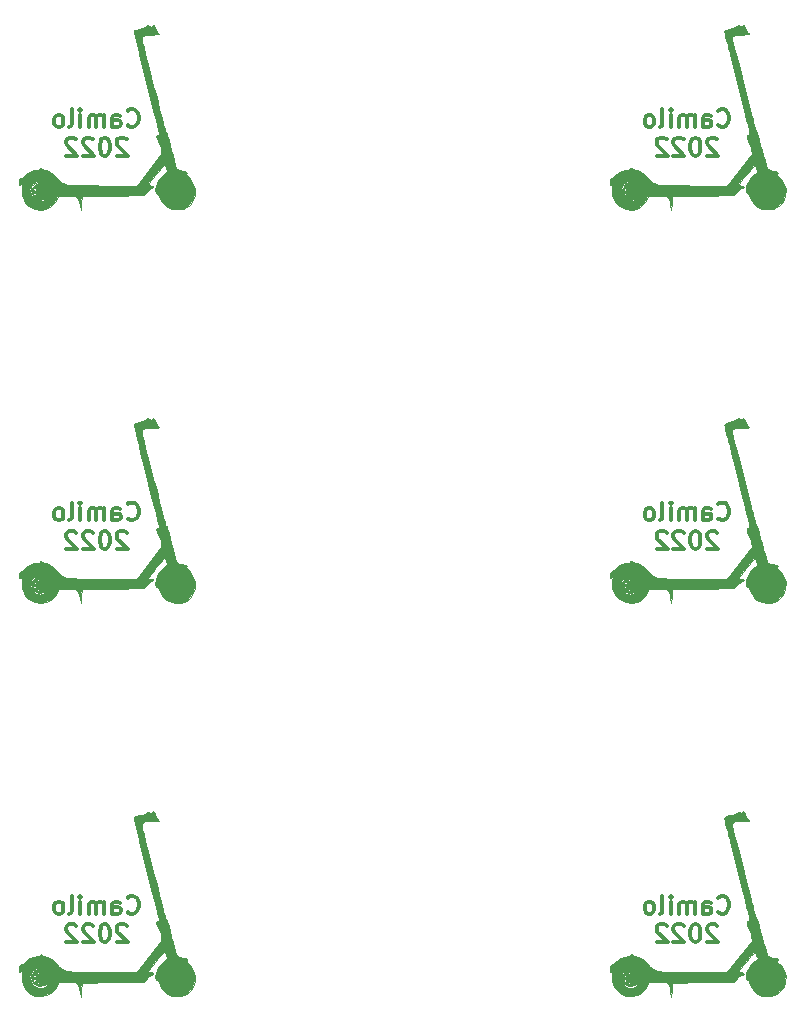
<source format=gbr>
%TF.GenerationSoftware,KiCad,Pcbnew,(6.0.1)*%
%TF.CreationDate,2022-02-17T17:48:38+01:00*%
%TF.ProjectId,365modPanel,3336356d-6f64-4506-916e-656c2e6b6963,rev?*%
%TF.SameCoordinates,Original*%
%TF.FileFunction,Legend,Bot*%
%TF.FilePolarity,Positive*%
%FSLAX46Y46*%
G04 Gerber Fmt 4.6, Leading zero omitted, Abs format (unit mm)*
G04 Created by KiCad (PCBNEW (6.0.1)) date 2022-02-17 17:48:38*
%MOMM*%
%LPD*%
G01*
G04 APERTURE LIST*
%ADD10C,0.300000*%
%ADD11C,0.010000*%
G04 APERTURE END LIST*
D10*
X146892857Y-136178214D02*
X146964285Y-136249642D01*
X147178571Y-136321071D01*
X147321428Y-136321071D01*
X147535714Y-136249642D01*
X147678571Y-136106785D01*
X147750000Y-135963928D01*
X147821428Y-135678214D01*
X147821428Y-135463928D01*
X147750000Y-135178214D01*
X147678571Y-135035357D01*
X147535714Y-134892500D01*
X147321428Y-134821071D01*
X147178571Y-134821071D01*
X146964285Y-134892500D01*
X146892857Y-134963928D01*
X145607142Y-136321071D02*
X145607142Y-135535357D01*
X145678571Y-135392500D01*
X145821428Y-135321071D01*
X146107142Y-135321071D01*
X146250000Y-135392500D01*
X145607142Y-136249642D02*
X145750000Y-136321071D01*
X146107142Y-136321071D01*
X146250000Y-136249642D01*
X146321428Y-136106785D01*
X146321428Y-135963928D01*
X146250000Y-135821071D01*
X146107142Y-135749642D01*
X145750000Y-135749642D01*
X145607142Y-135678214D01*
X144892857Y-136321071D02*
X144892857Y-135321071D01*
X144892857Y-135463928D02*
X144821428Y-135392500D01*
X144678571Y-135321071D01*
X144464285Y-135321071D01*
X144321428Y-135392500D01*
X144250000Y-135535357D01*
X144250000Y-136321071D01*
X144250000Y-135535357D02*
X144178571Y-135392500D01*
X144035714Y-135321071D01*
X143821428Y-135321071D01*
X143678571Y-135392500D01*
X143607142Y-135535357D01*
X143607142Y-136321071D01*
X142892857Y-136321071D02*
X142892857Y-135321071D01*
X142892857Y-134821071D02*
X142964285Y-134892500D01*
X142892857Y-134963928D01*
X142821428Y-134892500D01*
X142892857Y-134821071D01*
X142892857Y-134963928D01*
X141964285Y-136321071D02*
X142107142Y-136249642D01*
X142178571Y-136106785D01*
X142178571Y-134821071D01*
X141178571Y-136321071D02*
X141321428Y-136249642D01*
X141392857Y-136178214D01*
X141464285Y-136035357D01*
X141464285Y-135606785D01*
X141392857Y-135463928D01*
X141321428Y-135392500D01*
X141178571Y-135321071D01*
X140964285Y-135321071D01*
X140821428Y-135392500D01*
X140750000Y-135463928D01*
X140678571Y-135606785D01*
X140678571Y-136035357D01*
X140750000Y-136178214D01*
X140821428Y-136249642D01*
X140964285Y-136321071D01*
X141178571Y-136321071D01*
X146821428Y-137378928D02*
X146750000Y-137307500D01*
X146607142Y-137236071D01*
X146250000Y-137236071D01*
X146107142Y-137307500D01*
X146035714Y-137378928D01*
X145964285Y-137521785D01*
X145964285Y-137664642D01*
X146035714Y-137878928D01*
X146892857Y-138736071D01*
X145964285Y-138736071D01*
X145035714Y-137236071D02*
X144892857Y-137236071D01*
X144750000Y-137307500D01*
X144678571Y-137378928D01*
X144607142Y-137521785D01*
X144535714Y-137807500D01*
X144535714Y-138164642D01*
X144607142Y-138450357D01*
X144678571Y-138593214D01*
X144750000Y-138664642D01*
X144892857Y-138736071D01*
X145035714Y-138736071D01*
X145178571Y-138664642D01*
X145250000Y-138593214D01*
X145321428Y-138450357D01*
X145392857Y-138164642D01*
X145392857Y-137807500D01*
X145321428Y-137521785D01*
X145250000Y-137378928D01*
X145178571Y-137307500D01*
X145035714Y-137236071D01*
X143964285Y-137378928D02*
X143892857Y-137307500D01*
X143750000Y-137236071D01*
X143392857Y-137236071D01*
X143250000Y-137307500D01*
X143178571Y-137378928D01*
X143107142Y-137521785D01*
X143107142Y-137664642D01*
X143178571Y-137878928D01*
X144035714Y-138736071D01*
X143107142Y-138736071D01*
X142535714Y-137378928D02*
X142464285Y-137307500D01*
X142321428Y-137236071D01*
X141964285Y-137236071D01*
X141821428Y-137307500D01*
X141750000Y-137378928D01*
X141678571Y-137521785D01*
X141678571Y-137664642D01*
X141750000Y-137878928D01*
X142607142Y-138736071D01*
X141678571Y-138736071D01*
X96892857Y-69578214D02*
X96964285Y-69649642D01*
X97178571Y-69721071D01*
X97321428Y-69721071D01*
X97535714Y-69649642D01*
X97678571Y-69506785D01*
X97750000Y-69363928D01*
X97821428Y-69078214D01*
X97821428Y-68863928D01*
X97750000Y-68578214D01*
X97678571Y-68435357D01*
X97535714Y-68292500D01*
X97321428Y-68221071D01*
X97178571Y-68221071D01*
X96964285Y-68292500D01*
X96892857Y-68363928D01*
X95607142Y-69721071D02*
X95607142Y-68935357D01*
X95678571Y-68792500D01*
X95821428Y-68721071D01*
X96107142Y-68721071D01*
X96250000Y-68792500D01*
X95607142Y-69649642D02*
X95750000Y-69721071D01*
X96107142Y-69721071D01*
X96250000Y-69649642D01*
X96321428Y-69506785D01*
X96321428Y-69363928D01*
X96250000Y-69221071D01*
X96107142Y-69149642D01*
X95750000Y-69149642D01*
X95607142Y-69078214D01*
X94892857Y-69721071D02*
X94892857Y-68721071D01*
X94892857Y-68863928D02*
X94821428Y-68792500D01*
X94678571Y-68721071D01*
X94464285Y-68721071D01*
X94321428Y-68792500D01*
X94250000Y-68935357D01*
X94250000Y-69721071D01*
X94250000Y-68935357D02*
X94178571Y-68792500D01*
X94035714Y-68721071D01*
X93821428Y-68721071D01*
X93678571Y-68792500D01*
X93607142Y-68935357D01*
X93607142Y-69721071D01*
X92892857Y-69721071D02*
X92892857Y-68721071D01*
X92892857Y-68221071D02*
X92964285Y-68292500D01*
X92892857Y-68363928D01*
X92821428Y-68292500D01*
X92892857Y-68221071D01*
X92892857Y-68363928D01*
X91964285Y-69721071D02*
X92107142Y-69649642D01*
X92178571Y-69506785D01*
X92178571Y-68221071D01*
X91178571Y-69721071D02*
X91321428Y-69649642D01*
X91392857Y-69578214D01*
X91464285Y-69435357D01*
X91464285Y-69006785D01*
X91392857Y-68863928D01*
X91321428Y-68792500D01*
X91178571Y-68721071D01*
X90964285Y-68721071D01*
X90821428Y-68792500D01*
X90750000Y-68863928D01*
X90678571Y-69006785D01*
X90678571Y-69435357D01*
X90750000Y-69578214D01*
X90821428Y-69649642D01*
X90964285Y-69721071D01*
X91178571Y-69721071D01*
X96821428Y-70778928D02*
X96750000Y-70707500D01*
X96607142Y-70636071D01*
X96250000Y-70636071D01*
X96107142Y-70707500D01*
X96035714Y-70778928D01*
X95964285Y-70921785D01*
X95964285Y-71064642D01*
X96035714Y-71278928D01*
X96892857Y-72136071D01*
X95964285Y-72136071D01*
X95035714Y-70636071D02*
X94892857Y-70636071D01*
X94750000Y-70707500D01*
X94678571Y-70778928D01*
X94607142Y-70921785D01*
X94535714Y-71207500D01*
X94535714Y-71564642D01*
X94607142Y-71850357D01*
X94678571Y-71993214D01*
X94750000Y-72064642D01*
X94892857Y-72136071D01*
X95035714Y-72136071D01*
X95178571Y-72064642D01*
X95250000Y-71993214D01*
X95321428Y-71850357D01*
X95392857Y-71564642D01*
X95392857Y-71207500D01*
X95321428Y-70921785D01*
X95250000Y-70778928D01*
X95178571Y-70707500D01*
X95035714Y-70636071D01*
X93964285Y-70778928D02*
X93892857Y-70707500D01*
X93750000Y-70636071D01*
X93392857Y-70636071D01*
X93250000Y-70707500D01*
X93178571Y-70778928D01*
X93107142Y-70921785D01*
X93107142Y-71064642D01*
X93178571Y-71278928D01*
X94035714Y-72136071D01*
X93107142Y-72136071D01*
X92535714Y-70778928D02*
X92464285Y-70707500D01*
X92321428Y-70636071D01*
X91964285Y-70636071D01*
X91821428Y-70707500D01*
X91750000Y-70778928D01*
X91678571Y-70921785D01*
X91678571Y-71064642D01*
X91750000Y-71278928D01*
X92607142Y-72136071D01*
X91678571Y-72136071D01*
X96892857Y-136178214D02*
X96964285Y-136249642D01*
X97178571Y-136321071D01*
X97321428Y-136321071D01*
X97535714Y-136249642D01*
X97678571Y-136106785D01*
X97750000Y-135963928D01*
X97821428Y-135678214D01*
X97821428Y-135463928D01*
X97750000Y-135178214D01*
X97678571Y-135035357D01*
X97535714Y-134892500D01*
X97321428Y-134821071D01*
X97178571Y-134821071D01*
X96964285Y-134892500D01*
X96892857Y-134963928D01*
X95607142Y-136321071D02*
X95607142Y-135535357D01*
X95678571Y-135392500D01*
X95821428Y-135321071D01*
X96107142Y-135321071D01*
X96250000Y-135392500D01*
X95607142Y-136249642D02*
X95750000Y-136321071D01*
X96107142Y-136321071D01*
X96250000Y-136249642D01*
X96321428Y-136106785D01*
X96321428Y-135963928D01*
X96250000Y-135821071D01*
X96107142Y-135749642D01*
X95750000Y-135749642D01*
X95607142Y-135678214D01*
X94892857Y-136321071D02*
X94892857Y-135321071D01*
X94892857Y-135463928D02*
X94821428Y-135392500D01*
X94678571Y-135321071D01*
X94464285Y-135321071D01*
X94321428Y-135392500D01*
X94250000Y-135535357D01*
X94250000Y-136321071D01*
X94250000Y-135535357D02*
X94178571Y-135392500D01*
X94035714Y-135321071D01*
X93821428Y-135321071D01*
X93678571Y-135392500D01*
X93607142Y-135535357D01*
X93607142Y-136321071D01*
X92892857Y-136321071D02*
X92892857Y-135321071D01*
X92892857Y-134821071D02*
X92964285Y-134892500D01*
X92892857Y-134963928D01*
X92821428Y-134892500D01*
X92892857Y-134821071D01*
X92892857Y-134963928D01*
X91964285Y-136321071D02*
X92107142Y-136249642D01*
X92178571Y-136106785D01*
X92178571Y-134821071D01*
X91178571Y-136321071D02*
X91321428Y-136249642D01*
X91392857Y-136178214D01*
X91464285Y-136035357D01*
X91464285Y-135606785D01*
X91392857Y-135463928D01*
X91321428Y-135392500D01*
X91178571Y-135321071D01*
X90964285Y-135321071D01*
X90821428Y-135392500D01*
X90750000Y-135463928D01*
X90678571Y-135606785D01*
X90678571Y-136035357D01*
X90750000Y-136178214D01*
X90821428Y-136249642D01*
X90964285Y-136321071D01*
X91178571Y-136321071D01*
X96821428Y-137378928D02*
X96750000Y-137307500D01*
X96607142Y-137236071D01*
X96250000Y-137236071D01*
X96107142Y-137307500D01*
X96035714Y-137378928D01*
X95964285Y-137521785D01*
X95964285Y-137664642D01*
X96035714Y-137878928D01*
X96892857Y-138736071D01*
X95964285Y-138736071D01*
X95035714Y-137236071D02*
X94892857Y-137236071D01*
X94750000Y-137307500D01*
X94678571Y-137378928D01*
X94607142Y-137521785D01*
X94535714Y-137807500D01*
X94535714Y-138164642D01*
X94607142Y-138450357D01*
X94678571Y-138593214D01*
X94750000Y-138664642D01*
X94892857Y-138736071D01*
X95035714Y-138736071D01*
X95178571Y-138664642D01*
X95250000Y-138593214D01*
X95321428Y-138450357D01*
X95392857Y-138164642D01*
X95392857Y-137807500D01*
X95321428Y-137521785D01*
X95250000Y-137378928D01*
X95178571Y-137307500D01*
X95035714Y-137236071D01*
X93964285Y-137378928D02*
X93892857Y-137307500D01*
X93750000Y-137236071D01*
X93392857Y-137236071D01*
X93250000Y-137307500D01*
X93178571Y-137378928D01*
X93107142Y-137521785D01*
X93107142Y-137664642D01*
X93178571Y-137878928D01*
X94035714Y-138736071D01*
X93107142Y-138736071D01*
X92535714Y-137378928D02*
X92464285Y-137307500D01*
X92321428Y-137236071D01*
X91964285Y-137236071D01*
X91821428Y-137307500D01*
X91750000Y-137378928D01*
X91678571Y-137521785D01*
X91678571Y-137664642D01*
X91750000Y-137878928D01*
X92607142Y-138736071D01*
X91678571Y-138736071D01*
X146892857Y-69578214D02*
X146964285Y-69649642D01*
X147178571Y-69721071D01*
X147321428Y-69721071D01*
X147535714Y-69649642D01*
X147678571Y-69506785D01*
X147750000Y-69363928D01*
X147821428Y-69078214D01*
X147821428Y-68863928D01*
X147750000Y-68578214D01*
X147678571Y-68435357D01*
X147535714Y-68292500D01*
X147321428Y-68221071D01*
X147178571Y-68221071D01*
X146964285Y-68292500D01*
X146892857Y-68363928D01*
X145607142Y-69721071D02*
X145607142Y-68935357D01*
X145678571Y-68792500D01*
X145821428Y-68721071D01*
X146107142Y-68721071D01*
X146250000Y-68792500D01*
X145607142Y-69649642D02*
X145750000Y-69721071D01*
X146107142Y-69721071D01*
X146250000Y-69649642D01*
X146321428Y-69506785D01*
X146321428Y-69363928D01*
X146250000Y-69221071D01*
X146107142Y-69149642D01*
X145750000Y-69149642D01*
X145607142Y-69078214D01*
X144892857Y-69721071D02*
X144892857Y-68721071D01*
X144892857Y-68863928D02*
X144821428Y-68792500D01*
X144678571Y-68721071D01*
X144464285Y-68721071D01*
X144321428Y-68792500D01*
X144250000Y-68935357D01*
X144250000Y-69721071D01*
X144250000Y-68935357D02*
X144178571Y-68792500D01*
X144035714Y-68721071D01*
X143821428Y-68721071D01*
X143678571Y-68792500D01*
X143607142Y-68935357D01*
X143607142Y-69721071D01*
X142892857Y-69721071D02*
X142892857Y-68721071D01*
X142892857Y-68221071D02*
X142964285Y-68292500D01*
X142892857Y-68363928D01*
X142821428Y-68292500D01*
X142892857Y-68221071D01*
X142892857Y-68363928D01*
X141964285Y-69721071D02*
X142107142Y-69649642D01*
X142178571Y-69506785D01*
X142178571Y-68221071D01*
X141178571Y-69721071D02*
X141321428Y-69649642D01*
X141392857Y-69578214D01*
X141464285Y-69435357D01*
X141464285Y-69006785D01*
X141392857Y-68863928D01*
X141321428Y-68792500D01*
X141178571Y-68721071D01*
X140964285Y-68721071D01*
X140821428Y-68792500D01*
X140750000Y-68863928D01*
X140678571Y-69006785D01*
X140678571Y-69435357D01*
X140750000Y-69578214D01*
X140821428Y-69649642D01*
X140964285Y-69721071D01*
X141178571Y-69721071D01*
X146821428Y-70778928D02*
X146750000Y-70707500D01*
X146607142Y-70636071D01*
X146250000Y-70636071D01*
X146107142Y-70707500D01*
X146035714Y-70778928D01*
X145964285Y-70921785D01*
X145964285Y-71064642D01*
X146035714Y-71278928D01*
X146892857Y-72136071D01*
X145964285Y-72136071D01*
X145035714Y-70636071D02*
X144892857Y-70636071D01*
X144750000Y-70707500D01*
X144678571Y-70778928D01*
X144607142Y-70921785D01*
X144535714Y-71207500D01*
X144535714Y-71564642D01*
X144607142Y-71850357D01*
X144678571Y-71993214D01*
X144750000Y-72064642D01*
X144892857Y-72136071D01*
X145035714Y-72136071D01*
X145178571Y-72064642D01*
X145250000Y-71993214D01*
X145321428Y-71850357D01*
X145392857Y-71564642D01*
X145392857Y-71207500D01*
X145321428Y-70921785D01*
X145250000Y-70778928D01*
X145178571Y-70707500D01*
X145035714Y-70636071D01*
X143964285Y-70778928D02*
X143892857Y-70707500D01*
X143750000Y-70636071D01*
X143392857Y-70636071D01*
X143250000Y-70707500D01*
X143178571Y-70778928D01*
X143107142Y-70921785D01*
X143107142Y-71064642D01*
X143178571Y-71278928D01*
X144035714Y-72136071D01*
X143107142Y-72136071D01*
X142535714Y-70778928D02*
X142464285Y-70707500D01*
X142321428Y-70636071D01*
X141964285Y-70636071D01*
X141821428Y-70707500D01*
X141750000Y-70778928D01*
X141678571Y-70921785D01*
X141678571Y-71064642D01*
X141750000Y-71278928D01*
X142607142Y-72136071D01*
X141678571Y-72136071D01*
X146892857Y-102878214D02*
X146964285Y-102949642D01*
X147178571Y-103021071D01*
X147321428Y-103021071D01*
X147535714Y-102949642D01*
X147678571Y-102806785D01*
X147750000Y-102663928D01*
X147821428Y-102378214D01*
X147821428Y-102163928D01*
X147750000Y-101878214D01*
X147678571Y-101735357D01*
X147535714Y-101592500D01*
X147321428Y-101521071D01*
X147178571Y-101521071D01*
X146964285Y-101592500D01*
X146892857Y-101663928D01*
X145607142Y-103021071D02*
X145607142Y-102235357D01*
X145678571Y-102092500D01*
X145821428Y-102021071D01*
X146107142Y-102021071D01*
X146250000Y-102092500D01*
X145607142Y-102949642D02*
X145750000Y-103021071D01*
X146107142Y-103021071D01*
X146250000Y-102949642D01*
X146321428Y-102806785D01*
X146321428Y-102663928D01*
X146250000Y-102521071D01*
X146107142Y-102449642D01*
X145750000Y-102449642D01*
X145607142Y-102378214D01*
X144892857Y-103021071D02*
X144892857Y-102021071D01*
X144892857Y-102163928D02*
X144821428Y-102092500D01*
X144678571Y-102021071D01*
X144464285Y-102021071D01*
X144321428Y-102092500D01*
X144250000Y-102235357D01*
X144250000Y-103021071D01*
X144250000Y-102235357D02*
X144178571Y-102092500D01*
X144035714Y-102021071D01*
X143821428Y-102021071D01*
X143678571Y-102092500D01*
X143607142Y-102235357D01*
X143607142Y-103021071D01*
X142892857Y-103021071D02*
X142892857Y-102021071D01*
X142892857Y-101521071D02*
X142964285Y-101592500D01*
X142892857Y-101663928D01*
X142821428Y-101592500D01*
X142892857Y-101521071D01*
X142892857Y-101663928D01*
X141964285Y-103021071D02*
X142107142Y-102949642D01*
X142178571Y-102806785D01*
X142178571Y-101521071D01*
X141178571Y-103021071D02*
X141321428Y-102949642D01*
X141392857Y-102878214D01*
X141464285Y-102735357D01*
X141464285Y-102306785D01*
X141392857Y-102163928D01*
X141321428Y-102092500D01*
X141178571Y-102021071D01*
X140964285Y-102021071D01*
X140821428Y-102092500D01*
X140750000Y-102163928D01*
X140678571Y-102306785D01*
X140678571Y-102735357D01*
X140750000Y-102878214D01*
X140821428Y-102949642D01*
X140964285Y-103021071D01*
X141178571Y-103021071D01*
X146821428Y-104078928D02*
X146750000Y-104007500D01*
X146607142Y-103936071D01*
X146250000Y-103936071D01*
X146107142Y-104007500D01*
X146035714Y-104078928D01*
X145964285Y-104221785D01*
X145964285Y-104364642D01*
X146035714Y-104578928D01*
X146892857Y-105436071D01*
X145964285Y-105436071D01*
X145035714Y-103936071D02*
X144892857Y-103936071D01*
X144750000Y-104007500D01*
X144678571Y-104078928D01*
X144607142Y-104221785D01*
X144535714Y-104507500D01*
X144535714Y-104864642D01*
X144607142Y-105150357D01*
X144678571Y-105293214D01*
X144750000Y-105364642D01*
X144892857Y-105436071D01*
X145035714Y-105436071D01*
X145178571Y-105364642D01*
X145250000Y-105293214D01*
X145321428Y-105150357D01*
X145392857Y-104864642D01*
X145392857Y-104507500D01*
X145321428Y-104221785D01*
X145250000Y-104078928D01*
X145178571Y-104007500D01*
X145035714Y-103936071D01*
X143964285Y-104078928D02*
X143892857Y-104007500D01*
X143750000Y-103936071D01*
X143392857Y-103936071D01*
X143250000Y-104007500D01*
X143178571Y-104078928D01*
X143107142Y-104221785D01*
X143107142Y-104364642D01*
X143178571Y-104578928D01*
X144035714Y-105436071D01*
X143107142Y-105436071D01*
X142535714Y-104078928D02*
X142464285Y-104007500D01*
X142321428Y-103936071D01*
X141964285Y-103936071D01*
X141821428Y-104007500D01*
X141750000Y-104078928D01*
X141678571Y-104221785D01*
X141678571Y-104364642D01*
X141750000Y-104578928D01*
X142607142Y-105436071D01*
X141678571Y-105436071D01*
X96892857Y-102878214D02*
X96964285Y-102949642D01*
X97178571Y-103021071D01*
X97321428Y-103021071D01*
X97535714Y-102949642D01*
X97678571Y-102806785D01*
X97750000Y-102663928D01*
X97821428Y-102378214D01*
X97821428Y-102163928D01*
X97750000Y-101878214D01*
X97678571Y-101735357D01*
X97535714Y-101592500D01*
X97321428Y-101521071D01*
X97178571Y-101521071D01*
X96964285Y-101592500D01*
X96892857Y-101663928D01*
X95607142Y-103021071D02*
X95607142Y-102235357D01*
X95678571Y-102092500D01*
X95821428Y-102021071D01*
X96107142Y-102021071D01*
X96250000Y-102092500D01*
X95607142Y-102949642D02*
X95750000Y-103021071D01*
X96107142Y-103021071D01*
X96250000Y-102949642D01*
X96321428Y-102806785D01*
X96321428Y-102663928D01*
X96250000Y-102521071D01*
X96107142Y-102449642D01*
X95750000Y-102449642D01*
X95607142Y-102378214D01*
X94892857Y-103021071D02*
X94892857Y-102021071D01*
X94892857Y-102163928D02*
X94821428Y-102092500D01*
X94678571Y-102021071D01*
X94464285Y-102021071D01*
X94321428Y-102092500D01*
X94250000Y-102235357D01*
X94250000Y-103021071D01*
X94250000Y-102235357D02*
X94178571Y-102092500D01*
X94035714Y-102021071D01*
X93821428Y-102021071D01*
X93678571Y-102092500D01*
X93607142Y-102235357D01*
X93607142Y-103021071D01*
X92892857Y-103021071D02*
X92892857Y-102021071D01*
X92892857Y-101521071D02*
X92964285Y-101592500D01*
X92892857Y-101663928D01*
X92821428Y-101592500D01*
X92892857Y-101521071D01*
X92892857Y-101663928D01*
X91964285Y-103021071D02*
X92107142Y-102949642D01*
X92178571Y-102806785D01*
X92178571Y-101521071D01*
X91178571Y-103021071D02*
X91321428Y-102949642D01*
X91392857Y-102878214D01*
X91464285Y-102735357D01*
X91464285Y-102306785D01*
X91392857Y-102163928D01*
X91321428Y-102092500D01*
X91178571Y-102021071D01*
X90964285Y-102021071D01*
X90821428Y-102092500D01*
X90750000Y-102163928D01*
X90678571Y-102306785D01*
X90678571Y-102735357D01*
X90750000Y-102878214D01*
X90821428Y-102949642D01*
X90964285Y-103021071D01*
X91178571Y-103021071D01*
X96821428Y-104078928D02*
X96750000Y-104007500D01*
X96607142Y-103936071D01*
X96250000Y-103936071D01*
X96107142Y-104007500D01*
X96035714Y-104078928D01*
X95964285Y-104221785D01*
X95964285Y-104364642D01*
X96035714Y-104578928D01*
X96892857Y-105436071D01*
X95964285Y-105436071D01*
X95035714Y-103936071D02*
X94892857Y-103936071D01*
X94750000Y-104007500D01*
X94678571Y-104078928D01*
X94607142Y-104221785D01*
X94535714Y-104507500D01*
X94535714Y-104864642D01*
X94607142Y-105150357D01*
X94678571Y-105293214D01*
X94750000Y-105364642D01*
X94892857Y-105436071D01*
X95035714Y-105436071D01*
X95178571Y-105364642D01*
X95250000Y-105293214D01*
X95321428Y-105150357D01*
X95392857Y-104864642D01*
X95392857Y-104507500D01*
X95321428Y-104221785D01*
X95250000Y-104078928D01*
X95178571Y-104007500D01*
X95035714Y-103936071D01*
X93964285Y-104078928D02*
X93892857Y-104007500D01*
X93750000Y-103936071D01*
X93392857Y-103936071D01*
X93250000Y-104007500D01*
X93178571Y-104078928D01*
X93107142Y-104221785D01*
X93107142Y-104364642D01*
X93178571Y-104578928D01*
X94035714Y-105436071D01*
X93107142Y-105436071D01*
X92535714Y-104078928D02*
X92464285Y-104007500D01*
X92321428Y-103936071D01*
X91964285Y-103936071D01*
X91821428Y-104007500D01*
X91750000Y-104078928D01*
X91678571Y-104221785D01*
X91678571Y-104364642D01*
X91750000Y-104578928D01*
X92607142Y-105436071D01*
X91678571Y-105436071D01*
D11*
%TO.C,G\u002A\u002A\u002A5*%
X148957665Y-127744310D02*
X148955118Y-127751167D01*
X148955118Y-127751167D02*
X148892780Y-127814247D01*
X148892780Y-127814247D02*
X148758852Y-127763813D01*
X148758852Y-127763813D02*
X148743616Y-127754958D01*
X148743616Y-127754958D02*
X148589211Y-127697037D01*
X148589211Y-127697037D02*
X148478107Y-127764417D01*
X148478107Y-127764417D02*
X148469367Y-127774703D01*
X148469367Y-127774703D02*
X148335481Y-127856786D01*
X148335481Y-127856786D02*
X148093407Y-127943424D01*
X148093407Y-127943424D02*
X147869171Y-127999582D01*
X147869171Y-127999582D02*
X147581683Y-128070321D01*
X147581683Y-128070321D02*
X147435760Y-128139967D01*
X147435760Y-128139967D02*
X147404288Y-128222263D01*
X147404288Y-128222263D02*
X147406970Y-128233837D01*
X147406970Y-128233837D02*
X147439059Y-128358759D01*
X147439059Y-128358759D02*
X147503060Y-128616231D01*
X147503060Y-128616231D02*
X147591078Y-128974213D01*
X147591078Y-128974213D02*
X147695220Y-129400665D01*
X147695220Y-129400665D02*
X147752192Y-129635000D01*
X147752192Y-129635000D02*
X147857130Y-130065205D01*
X147857130Y-130065205D02*
X147985984Y-130590142D01*
X147985984Y-130590142D02*
X148133651Y-131189303D01*
X148133651Y-131189303D02*
X148295028Y-131842183D01*
X148295028Y-131842183D02*
X148465009Y-132528277D01*
X148465009Y-132528277D02*
X148638492Y-133227079D01*
X148638492Y-133227079D02*
X148810373Y-133918083D01*
X148810373Y-133918083D02*
X148975548Y-134580785D01*
X148975548Y-134580785D02*
X149128912Y-135194677D01*
X149128912Y-135194677D02*
X149265364Y-135739255D01*
X149265364Y-135739255D02*
X149379798Y-136194013D01*
X149379798Y-136194013D02*
X149467110Y-136538445D01*
X149467110Y-136538445D02*
X149522198Y-136752047D01*
X149522198Y-136752047D02*
X149538149Y-136810500D01*
X149538149Y-136810500D02*
X149527071Y-136934189D01*
X149527071Y-136934189D02*
X149441283Y-136958667D01*
X149441283Y-136958667D02*
X149352132Y-136986683D01*
X149352132Y-136986683D02*
X149332697Y-137099737D01*
X149332697Y-137099737D02*
X149357930Y-137271965D01*
X149357930Y-137271965D02*
X149427539Y-137501951D01*
X149427539Y-137501951D02*
X149522270Y-137660299D01*
X149522270Y-137660299D02*
X149538187Y-137674132D01*
X149538187Y-137674132D02*
X149618290Y-137805445D01*
X149618290Y-137805445D02*
X149686084Y-138040119D01*
X149686084Y-138040119D02*
X149709823Y-138186628D01*
X149709823Y-138186628D02*
X149759977Y-138610257D01*
X149759977Y-138610257D02*
X147680191Y-141276667D01*
X147680191Y-141276667D02*
X144837263Y-141276194D01*
X144837263Y-141276194D02*
X144064050Y-141273428D01*
X144064050Y-141273428D02*
X143368349Y-141265720D01*
X143368349Y-141265720D02*
X142767625Y-141253553D01*
X142767625Y-141253553D02*
X142279343Y-141237410D01*
X142279343Y-141237410D02*
X141920968Y-141217774D01*
X141920968Y-141217774D02*
X141709965Y-141195129D01*
X141709965Y-141195129D02*
X141681712Y-141188895D01*
X141681712Y-141188895D02*
X141369348Y-141028800D01*
X141369348Y-141028800D02*
X141038989Y-140725225D01*
X141038989Y-140725225D02*
X141018880Y-140702534D01*
X141018880Y-140702534D02*
X140681315Y-140364946D01*
X140681315Y-140364946D02*
X140340695Y-140108032D01*
X140340695Y-140108032D02*
X140031772Y-139955116D01*
X140031772Y-139955116D02*
X139856500Y-139922434D01*
X139856500Y-139922434D02*
X139707801Y-139890198D01*
X139707801Y-139890198D02*
X139666000Y-139837333D01*
X139666000Y-139837333D02*
X139597085Y-139763029D01*
X139597085Y-139763029D02*
X139534004Y-139752667D01*
X139534004Y-139752667D02*
X139446369Y-139793712D01*
X139446369Y-139793712D02*
X139454334Y-139837333D01*
X139454334Y-139837333D02*
X139422616Y-139899112D01*
X139422616Y-139899112D02*
X139268831Y-139923859D01*
X139268831Y-139923859D02*
X138966818Y-139979415D01*
X138966818Y-139979415D02*
X138624293Y-140117716D01*
X138624293Y-140117716D02*
X138320902Y-140302196D01*
X138320902Y-140302196D02*
X138192378Y-140418042D01*
X138192378Y-140418042D02*
X138040570Y-140550849D01*
X138040570Y-140550849D02*
X137926270Y-140599333D01*
X137926270Y-140599333D02*
X137803824Y-140677005D01*
X137803824Y-140677005D02*
X137732174Y-140890891D01*
X137732174Y-140890891D02*
X137718667Y-141082291D01*
X137718667Y-141082291D02*
X137732877Y-141227591D01*
X137732877Y-141227591D02*
X137796002Y-141229190D01*
X137796002Y-141229190D02*
X137850489Y-141187998D01*
X137850489Y-141187998D02*
X137925134Y-141141894D01*
X137925134Y-141141894D02*
X137954059Y-141188733D01*
X137954059Y-141188733D02*
X137944145Y-141357764D01*
X137944145Y-141357764D02*
X137925493Y-141506914D01*
X137925493Y-141506914D02*
X137928509Y-142040387D01*
X137928509Y-142040387D02*
X138089441Y-142515759D01*
X138089441Y-142515759D02*
X138293490Y-142814330D01*
X138293490Y-142814330D02*
X138636487Y-143107341D01*
X138636487Y-143107341D02*
X139069383Y-143269073D01*
X139069383Y-143269073D02*
X139498152Y-143308667D01*
X139498152Y-143308667D02*
X139984079Y-143243698D01*
X139984079Y-143243698D02*
X140383320Y-143042147D01*
X140383320Y-143042147D02*
X140711076Y-142694045D01*
X140711076Y-142694045D02*
X140885938Y-142398500D01*
X140885938Y-142398500D02*
X140993931Y-142184834D01*
X140993931Y-142184834D02*
X140216334Y-142184834D01*
X140216334Y-142184834D02*
X140059325Y-142361020D01*
X140059325Y-142361020D02*
X139872190Y-142510261D01*
X139872190Y-142510261D02*
X139608722Y-142594753D01*
X139608722Y-142594753D02*
X139437151Y-142619803D01*
X139437151Y-142619803D02*
X139289973Y-142595404D01*
X139289973Y-142595404D02*
X139113301Y-142530183D01*
X139113301Y-142530183D02*
X138884719Y-142349480D01*
X138884719Y-142349480D02*
X138725262Y-142078862D01*
X138725262Y-142078862D02*
X138651595Y-141773468D01*
X138651595Y-141773468D02*
X138680387Y-141488439D01*
X138680387Y-141488439D02*
X138755834Y-141347569D01*
X138755834Y-141347569D02*
X138971272Y-141147291D01*
X138971272Y-141147291D02*
X139225820Y-140999735D01*
X139225820Y-140999735D02*
X139449113Y-140945524D01*
X139449113Y-140945524D02*
X139452006Y-140945636D01*
X139452006Y-140945636D02*
X139517057Y-140965751D01*
X139517057Y-140965751D02*
X139415648Y-141012493D01*
X139415648Y-141012493D02*
X139353827Y-141031343D01*
X139353827Y-141031343D02*
X139042387Y-141193217D01*
X139042387Y-141193217D02*
X138834145Y-141447575D01*
X138834145Y-141447575D02*
X138757550Y-141754398D01*
X138757550Y-141754398D02*
X138765734Y-141858641D01*
X138765734Y-141858641D02*
X138886573Y-142190719D01*
X138886573Y-142190719D02*
X139108561Y-142396361D01*
X139108561Y-142396361D02*
X139412092Y-142467843D01*
X139412092Y-142467843D02*
X139777560Y-142397441D01*
X139777560Y-142397441D02*
X139945372Y-142323417D01*
X139945372Y-142323417D02*
X140171039Y-142208000D01*
X140171039Y-142208000D02*
X139412000Y-142208000D01*
X139412000Y-142208000D02*
X139347571Y-142290206D01*
X139347571Y-142290206D02*
X139327334Y-142292667D01*
X139327334Y-142292667D02*
X139245127Y-142228237D01*
X139245127Y-142228237D02*
X139242667Y-142208000D01*
X139242667Y-142208000D02*
X139307096Y-142125793D01*
X139307096Y-142125793D02*
X139327334Y-142123333D01*
X139327334Y-142123333D02*
X139409540Y-142187762D01*
X139409540Y-142187762D02*
X139412000Y-142208000D01*
X139412000Y-142208000D02*
X140171039Y-142208000D01*
X140171039Y-142208000D02*
X140216334Y-142184834D01*
X140216334Y-142184834D02*
X140993931Y-142184834D01*
X140993931Y-142184834D02*
X141025016Y-142123333D01*
X141025016Y-142123333D02*
X141829270Y-142123333D01*
X141829270Y-142123333D02*
X142222338Y-142125508D01*
X142222338Y-142125508D02*
X142480909Y-142150323D01*
X142480909Y-142150323D02*
X142639756Y-142225210D01*
X142639756Y-142225210D02*
X142733646Y-142377602D01*
X142733646Y-142377602D02*
X142797352Y-142634934D01*
X142797352Y-142634934D02*
X142848716Y-142927667D01*
X142848716Y-142927667D02*
X142921845Y-143351000D01*
X142921845Y-143351000D02*
X142966089Y-142758333D01*
X142966089Y-142758333D02*
X143010334Y-142165667D01*
X143010334Y-142165667D02*
X145643905Y-142123333D01*
X145643905Y-142123333D02*
X148277476Y-142081000D01*
X148277476Y-142081000D02*
X148411780Y-141921330D01*
X148411780Y-141921330D02*
X139147768Y-141921330D01*
X139147768Y-141921330D02*
X139126845Y-142038225D01*
X139126845Y-142038225D02*
X139103858Y-142064587D01*
X139103858Y-142064587D02*
X138998316Y-142081710D01*
X138998316Y-142081710D02*
X138912742Y-141995896D01*
X138912742Y-141995896D02*
X138904000Y-141949003D01*
X138904000Y-141949003D02*
X138972652Y-141878297D01*
X138972652Y-141878297D02*
X139031000Y-141869333D01*
X139031000Y-141869333D02*
X139147768Y-141921330D01*
X139147768Y-141921330D02*
X148411780Y-141921330D01*
X148411780Y-141921330D02*
X148505123Y-141810358D01*
X148505123Y-141810358D02*
X148689401Y-141624916D01*
X148689401Y-141624916D02*
X148711901Y-141608983D01*
X148711901Y-141608983D02*
X139141773Y-141608983D01*
X139141773Y-141608983D02*
X139100902Y-141686186D01*
X139100902Y-141686186D02*
X139031000Y-141700000D01*
X139031000Y-141700000D02*
X138925627Y-141657040D01*
X138925627Y-141657040D02*
X138920228Y-141608983D01*
X138920228Y-141608983D02*
X139007637Y-141521509D01*
X139007637Y-141521509D02*
X139031000Y-141517967D01*
X139031000Y-141517967D02*
X139130275Y-141583881D01*
X139130275Y-141583881D02*
X139141773Y-141608983D01*
X139141773Y-141608983D02*
X148711901Y-141608983D01*
X148711901Y-141608983D02*
X148863136Y-141501891D01*
X148863136Y-141501891D02*
X148898386Y-141487153D01*
X148898386Y-141487153D02*
X149044596Y-141402538D01*
X149044596Y-141402538D02*
X149039591Y-141361333D01*
X149039591Y-141361333D02*
X139412000Y-141361333D01*
X139412000Y-141361333D02*
X139347571Y-141443540D01*
X139347571Y-141443540D02*
X139327334Y-141446000D01*
X139327334Y-141446000D02*
X139245127Y-141381571D01*
X139245127Y-141381571D02*
X139242667Y-141361333D01*
X139242667Y-141361333D02*
X139307096Y-141279127D01*
X139307096Y-141279127D02*
X139327334Y-141276667D01*
X139327334Y-141276667D02*
X139409540Y-141341096D01*
X139409540Y-141341096D02*
X139412000Y-141361333D01*
X139412000Y-141361333D02*
X149039591Y-141361333D01*
X149039591Y-141361333D02*
X149034488Y-141319334D01*
X149034488Y-141319334D02*
X148876720Y-141277112D01*
X148876720Y-141277112D02*
X148852334Y-141276667D01*
X148852334Y-141276667D02*
X148693309Y-141254905D01*
X148693309Y-141254905D02*
X148641139Y-141213167D01*
X148641139Y-141213167D02*
X148691406Y-141123604D01*
X148691406Y-141123604D02*
X148825450Y-140935320D01*
X148825450Y-140935320D02*
X149018798Y-140679809D01*
X149018798Y-140679809D02*
X149246976Y-140388563D01*
X149246976Y-140388563D02*
X149485511Y-140093074D01*
X149485511Y-140093074D02*
X149709930Y-139824837D01*
X149709930Y-139824837D02*
X149804680Y-139715883D01*
X149804680Y-139715883D02*
X150024470Y-139467432D01*
X150024470Y-139467432D02*
X150137238Y-139793157D01*
X150137238Y-139793157D02*
X150202780Y-139999076D01*
X150202780Y-139999076D02*
X150230407Y-140120417D01*
X150230407Y-140120417D02*
X150228504Y-140132526D01*
X150228504Y-140132526D02*
X149791375Y-140484511D01*
X149791375Y-140484511D02*
X149467562Y-140901478D01*
X149467562Y-140901478D02*
X149277229Y-141352070D01*
X149277229Y-141352070D02*
X149234161Y-141678833D01*
X149234161Y-141678833D02*
X149260635Y-141850105D01*
X149260635Y-141850105D02*
X149319928Y-141952290D01*
X149319928Y-141952290D02*
X149380083Y-141954327D01*
X149380083Y-141954327D02*
X149408382Y-141848167D01*
X149408382Y-141848167D02*
X149430415Y-141858974D01*
X149430415Y-141858974D02*
X149480850Y-142000420D01*
X149480850Y-142000420D02*
X149523285Y-142148408D01*
X149523285Y-142148408D02*
X149717901Y-142590163D01*
X149717901Y-142590163D02*
X150026677Y-142955441D01*
X150026677Y-142955441D02*
X150394781Y-143192094D01*
X150394781Y-143192094D02*
X150671920Y-143266373D01*
X150671920Y-143266373D02*
X151018283Y-143300430D01*
X151018283Y-143300430D02*
X151365995Y-143293362D01*
X151365995Y-143293362D02*
X151647182Y-143244266D01*
X151647182Y-143244266D02*
X151731000Y-143209862D01*
X151731000Y-143209862D02*
X152150623Y-142892196D01*
X152150623Y-142892196D02*
X152437762Y-142494708D01*
X152437762Y-142494708D02*
X152588898Y-142046445D01*
X152588898Y-142046445D02*
X152600513Y-141576453D01*
X152600513Y-141576453D02*
X152469087Y-141113778D01*
X152469087Y-141113778D02*
X152191103Y-140687467D01*
X152191103Y-140687467D02*
X152053523Y-140547619D01*
X152053523Y-140547619D02*
X151895458Y-140386803D01*
X151895458Y-140386803D02*
X151826715Y-140282677D01*
X151826715Y-140282677D02*
X151841455Y-140260667D01*
X151841455Y-140260667D02*
X151936502Y-140208437D01*
X151936502Y-140208437D02*
X151942667Y-140181188D01*
X151942667Y-140181188D02*
X151867241Y-140122778D01*
X151867241Y-140122778D02*
X151676108Y-140065616D01*
X151676108Y-140065616D02*
X151557472Y-140043945D01*
X151557472Y-140043945D02*
X151300527Y-139986389D01*
X151300527Y-139986389D02*
X151107695Y-139909590D01*
X151107695Y-139909590D02*
X151064762Y-139878666D01*
X151064762Y-139878666D02*
X151010874Y-139764664D01*
X151010874Y-139764664D02*
X150927346Y-139514251D01*
X150927346Y-139514251D02*
X150822586Y-139156021D01*
X150822586Y-139156021D02*
X150704999Y-138718567D01*
X150704999Y-138718567D02*
X150596167Y-138284923D01*
X150596167Y-138284923D02*
X150476320Y-137808014D01*
X150476320Y-137808014D02*
X150364076Y-137391524D01*
X150364076Y-137391524D02*
X150267239Y-137062109D01*
X150267239Y-137062109D02*
X150193612Y-136846426D01*
X150193612Y-136846426D02*
X150153030Y-136771343D01*
X150153030Y-136771343D02*
X150098856Y-136682456D01*
X150098856Y-136682456D02*
X150019729Y-136465518D01*
X150019729Y-136465518D02*
X149928213Y-136157606D01*
X149928213Y-136157606D02*
X149871725Y-135941162D01*
X149871725Y-135941162D02*
X149807513Y-135685361D01*
X149807513Y-135685361D02*
X149707563Y-135290882D01*
X149707563Y-135290882D02*
X149578356Y-134783032D01*
X149578356Y-134783032D02*
X149426370Y-134187119D01*
X149426370Y-134187119D02*
X149258085Y-133528451D01*
X149258085Y-133528451D02*
X149079983Y-132832335D01*
X149079983Y-132832335D02*
X148898542Y-132124079D01*
X148898542Y-132124079D02*
X148720243Y-131428991D01*
X148720243Y-131428991D02*
X148551565Y-130772378D01*
X148551565Y-130772378D02*
X148398988Y-130179549D01*
X148398988Y-130179549D02*
X148268993Y-129675810D01*
X148268993Y-129675810D02*
X148168059Y-129286470D01*
X148168059Y-129286470D02*
X148154101Y-129232882D01*
X148154101Y-129232882D02*
X148084547Y-128914888D01*
X148084547Y-128914888D02*
X148087778Y-128703170D01*
X148087778Y-128703170D02*
X148185800Y-128576466D01*
X148185800Y-128576466D02*
X148400622Y-128513516D01*
X148400622Y-128513516D02*
X148754251Y-128493057D01*
X148754251Y-128493057D02*
X148920999Y-128492000D01*
X148920999Y-128492000D02*
X149256986Y-128490580D01*
X149256986Y-128490580D02*
X149449089Y-128480757D01*
X149449089Y-128480757D02*
X149522757Y-128454191D01*
X149522757Y-128454191D02*
X149503438Y-128402538D01*
X149503438Y-128402538D02*
X149426179Y-128326400D01*
X149426179Y-128326400D02*
X149275964Y-128118931D01*
X149275964Y-128118931D02*
X149191820Y-127903066D01*
X149191820Y-127903066D02*
X149120443Y-127705850D01*
X149120443Y-127705850D02*
X149035503Y-127648511D01*
X149035503Y-127648511D02*
X148957665Y-127744310D01*
X148957665Y-127744310D02*
X148957665Y-127744310D01*
G36*
X148505123Y-141810358D02*
G01*
X148411780Y-141921330D01*
X148277476Y-142081000D01*
X145643905Y-142123333D01*
X143010334Y-142165667D01*
X142966089Y-142758333D01*
X142921845Y-143351000D01*
X142848716Y-142927667D01*
X142797352Y-142634934D01*
X142733646Y-142377602D01*
X142639756Y-142225210D01*
X142480909Y-142150323D01*
X142222338Y-142125508D01*
X141829270Y-142123333D01*
X141025016Y-142123333D01*
X140993931Y-142184834D01*
X140885938Y-142398500D01*
X140711076Y-142694045D01*
X140383320Y-143042147D01*
X139984079Y-143243698D01*
X139498152Y-143308667D01*
X139069383Y-143269073D01*
X138636487Y-143107341D01*
X138293490Y-142814330D01*
X138089441Y-142515759D01*
X137928509Y-142040387D01*
X137927000Y-141773468D01*
X138651595Y-141773468D01*
X138725262Y-142078862D01*
X138884719Y-142349480D01*
X139113301Y-142530183D01*
X139289973Y-142595404D01*
X139437151Y-142619803D01*
X139608722Y-142594753D01*
X139872190Y-142510261D01*
X140059325Y-142361020D01*
X140216334Y-142184834D01*
X140171039Y-142208000D01*
X139945372Y-142323417D01*
X139777560Y-142397441D01*
X139412092Y-142467843D01*
X139108561Y-142396361D01*
X138905228Y-142208000D01*
X139242667Y-142208000D01*
X139245127Y-142228237D01*
X139327334Y-142292667D01*
X139347571Y-142290206D01*
X139412000Y-142208000D01*
X139409540Y-142187762D01*
X139327334Y-142123333D01*
X139307096Y-142125793D01*
X139242667Y-142208000D01*
X138905228Y-142208000D01*
X138886573Y-142190719D01*
X138798616Y-141949003D01*
X138904000Y-141949003D01*
X138912742Y-141995896D01*
X138998316Y-142081710D01*
X139103858Y-142064587D01*
X139126845Y-142038225D01*
X139147768Y-141921330D01*
X139031000Y-141869333D01*
X138972652Y-141878297D01*
X138904000Y-141949003D01*
X138798616Y-141949003D01*
X138765734Y-141858641D01*
X138757550Y-141754398D01*
X138793851Y-141608983D01*
X138920228Y-141608983D01*
X138925627Y-141657040D01*
X139031000Y-141700000D01*
X139100902Y-141686186D01*
X139141773Y-141608983D01*
X139130275Y-141583881D01*
X139031000Y-141517967D01*
X139007637Y-141521509D01*
X138920228Y-141608983D01*
X138793851Y-141608983D01*
X138834145Y-141447575D01*
X138904751Y-141361333D01*
X139242667Y-141361333D01*
X139245127Y-141381571D01*
X139327334Y-141446000D01*
X139347571Y-141443540D01*
X139412000Y-141361333D01*
X139409540Y-141341096D01*
X139327334Y-141276667D01*
X139307096Y-141279127D01*
X139242667Y-141361333D01*
X138904751Y-141361333D01*
X139042387Y-141193217D01*
X139353827Y-141031343D01*
X139415648Y-141012493D01*
X139517057Y-140965751D01*
X139452006Y-140945636D01*
X139449113Y-140945524D01*
X139225820Y-140999735D01*
X138971272Y-141147291D01*
X138755834Y-141347569D01*
X138680387Y-141488439D01*
X138651595Y-141773468D01*
X137927000Y-141773468D01*
X137925493Y-141506914D01*
X137944145Y-141357764D01*
X137954059Y-141188733D01*
X137925134Y-141141894D01*
X137850489Y-141187998D01*
X137796002Y-141229190D01*
X137732877Y-141227591D01*
X137718667Y-141082291D01*
X137732174Y-140890891D01*
X137803824Y-140677005D01*
X137926270Y-140599333D01*
X138040570Y-140550849D01*
X138192378Y-140418042D01*
X138320902Y-140302196D01*
X138624293Y-140117716D01*
X138966818Y-139979415D01*
X139268831Y-139923859D01*
X139422616Y-139899112D01*
X139454334Y-139837333D01*
X139446369Y-139793712D01*
X139534004Y-139752667D01*
X139597085Y-139763029D01*
X139666000Y-139837333D01*
X139707801Y-139890198D01*
X139856500Y-139922434D01*
X140031772Y-139955116D01*
X140340695Y-140108032D01*
X140681315Y-140364946D01*
X141018880Y-140702534D01*
X141038989Y-140725225D01*
X141369348Y-141028800D01*
X141681712Y-141188895D01*
X141709965Y-141195129D01*
X141920968Y-141217774D01*
X142279343Y-141237410D01*
X142767625Y-141253553D01*
X143368349Y-141265720D01*
X144064050Y-141273428D01*
X144837263Y-141276194D01*
X147680191Y-141276667D01*
X149759977Y-138610257D01*
X149709823Y-138186628D01*
X149686084Y-138040119D01*
X149618290Y-137805445D01*
X149538187Y-137674132D01*
X149522270Y-137660299D01*
X149427539Y-137501951D01*
X149357930Y-137271965D01*
X149332697Y-137099737D01*
X149352132Y-136986683D01*
X149441283Y-136958667D01*
X149527071Y-136934189D01*
X149538149Y-136810500D01*
X149522198Y-136752047D01*
X149467110Y-136538445D01*
X149379798Y-136194013D01*
X149265364Y-135739255D01*
X149128912Y-135194677D01*
X148975548Y-134580785D01*
X148810373Y-133918083D01*
X148638492Y-133227079D01*
X148465009Y-132528277D01*
X148295028Y-131842183D01*
X148133651Y-131189303D01*
X147985984Y-130590142D01*
X147857130Y-130065205D01*
X147752192Y-129635000D01*
X147695220Y-129400665D01*
X147591078Y-128974213D01*
X147503060Y-128616231D01*
X147439059Y-128358759D01*
X147406970Y-128233837D01*
X147404288Y-128222263D01*
X147435760Y-128139967D01*
X147581683Y-128070321D01*
X147869171Y-127999582D01*
X148093407Y-127943424D01*
X148335481Y-127856786D01*
X148469367Y-127774703D01*
X148478107Y-127764417D01*
X148589211Y-127697037D01*
X148743616Y-127754958D01*
X148758852Y-127763813D01*
X148892780Y-127814247D01*
X148955118Y-127751167D01*
X148957665Y-127744310D01*
X149035503Y-127648511D01*
X149120443Y-127705850D01*
X149191820Y-127903066D01*
X149275964Y-128118931D01*
X149426179Y-128326400D01*
X149503438Y-128402538D01*
X149522757Y-128454191D01*
X149449089Y-128480757D01*
X149256986Y-128490580D01*
X148920999Y-128492000D01*
X148754251Y-128493057D01*
X148400622Y-128513516D01*
X148185800Y-128576466D01*
X148087778Y-128703170D01*
X148084547Y-128914888D01*
X148154101Y-129232882D01*
X148168059Y-129286470D01*
X148268993Y-129675810D01*
X148398988Y-130179549D01*
X148551565Y-130772378D01*
X148720243Y-131428991D01*
X148898542Y-132124079D01*
X149079983Y-132832335D01*
X149258085Y-133528451D01*
X149426370Y-134187119D01*
X149578356Y-134783032D01*
X149707563Y-135290882D01*
X149807513Y-135685361D01*
X149871725Y-135941162D01*
X149928213Y-136157606D01*
X150019729Y-136465518D01*
X150098856Y-136682456D01*
X150153030Y-136771343D01*
X150193612Y-136846426D01*
X150267239Y-137062109D01*
X150364076Y-137391524D01*
X150476320Y-137808014D01*
X150596167Y-138284923D01*
X150704999Y-138718567D01*
X150822586Y-139156021D01*
X150927346Y-139514251D01*
X151010874Y-139764664D01*
X151064762Y-139878666D01*
X151107695Y-139909590D01*
X151300527Y-139986389D01*
X151557472Y-140043945D01*
X151676108Y-140065616D01*
X151867241Y-140122778D01*
X151942667Y-140181188D01*
X151936502Y-140208437D01*
X151841455Y-140260667D01*
X151826715Y-140282677D01*
X151895458Y-140386803D01*
X152053523Y-140547619D01*
X152191103Y-140687467D01*
X152469087Y-141113778D01*
X152600513Y-141576453D01*
X152588898Y-142046445D01*
X152437762Y-142494708D01*
X152150623Y-142892196D01*
X151731000Y-143209862D01*
X151647182Y-143244266D01*
X151365995Y-143293362D01*
X151018283Y-143300430D01*
X150671920Y-143266373D01*
X150394781Y-143192094D01*
X150026677Y-142955441D01*
X149717901Y-142590163D01*
X149523285Y-142148408D01*
X149480850Y-142000420D01*
X149430415Y-141858974D01*
X149408382Y-141848167D01*
X149380083Y-141954327D01*
X149319928Y-141952290D01*
X149260635Y-141850105D01*
X149234161Y-141678833D01*
X149277229Y-141352070D01*
X149467562Y-140901478D01*
X149791375Y-140484511D01*
X150228504Y-140132526D01*
X150230407Y-140120417D01*
X150202780Y-139999076D01*
X150137238Y-139793157D01*
X150024470Y-139467432D01*
X149804680Y-139715883D01*
X149709930Y-139824837D01*
X149485511Y-140093074D01*
X149246976Y-140388563D01*
X149018798Y-140679809D01*
X148825450Y-140935320D01*
X148691406Y-141123604D01*
X148641139Y-141213167D01*
X148693309Y-141254905D01*
X148852334Y-141276667D01*
X148876720Y-141277112D01*
X149034488Y-141319334D01*
X149039591Y-141361333D01*
X149044596Y-141402538D01*
X148898386Y-141487153D01*
X148863136Y-141501891D01*
X148711901Y-141608983D01*
X148689401Y-141624916D01*
X148505123Y-141810358D01*
G37*
X148505123Y-141810358D02*
X148411780Y-141921330D01*
X148277476Y-142081000D01*
X145643905Y-142123333D01*
X143010334Y-142165667D01*
X142966089Y-142758333D01*
X142921845Y-143351000D01*
X142848716Y-142927667D01*
X142797352Y-142634934D01*
X142733646Y-142377602D01*
X142639756Y-142225210D01*
X142480909Y-142150323D01*
X142222338Y-142125508D01*
X141829270Y-142123333D01*
X141025016Y-142123333D01*
X140993931Y-142184834D01*
X140885938Y-142398500D01*
X140711076Y-142694045D01*
X140383320Y-143042147D01*
X139984079Y-143243698D01*
X139498152Y-143308667D01*
X139069383Y-143269073D01*
X138636487Y-143107341D01*
X138293490Y-142814330D01*
X138089441Y-142515759D01*
X137928509Y-142040387D01*
X137927000Y-141773468D01*
X138651595Y-141773468D01*
X138725262Y-142078862D01*
X138884719Y-142349480D01*
X139113301Y-142530183D01*
X139289973Y-142595404D01*
X139437151Y-142619803D01*
X139608722Y-142594753D01*
X139872190Y-142510261D01*
X140059325Y-142361020D01*
X140216334Y-142184834D01*
X140171039Y-142208000D01*
X139945372Y-142323417D01*
X139777560Y-142397441D01*
X139412092Y-142467843D01*
X139108561Y-142396361D01*
X138905228Y-142208000D01*
X139242667Y-142208000D01*
X139245127Y-142228237D01*
X139327334Y-142292667D01*
X139347571Y-142290206D01*
X139412000Y-142208000D01*
X139409540Y-142187762D01*
X139327334Y-142123333D01*
X139307096Y-142125793D01*
X139242667Y-142208000D01*
X138905228Y-142208000D01*
X138886573Y-142190719D01*
X138798616Y-141949003D01*
X138904000Y-141949003D01*
X138912742Y-141995896D01*
X138998316Y-142081710D01*
X139103858Y-142064587D01*
X139126845Y-142038225D01*
X139147768Y-141921330D01*
X139031000Y-141869333D01*
X138972652Y-141878297D01*
X138904000Y-141949003D01*
X138798616Y-141949003D01*
X138765734Y-141858641D01*
X138757550Y-141754398D01*
X138793851Y-141608983D01*
X138920228Y-141608983D01*
X138925627Y-141657040D01*
X139031000Y-141700000D01*
X139100902Y-141686186D01*
X139141773Y-141608983D01*
X139130275Y-141583881D01*
X139031000Y-141517967D01*
X139007637Y-141521509D01*
X138920228Y-141608983D01*
X138793851Y-141608983D01*
X138834145Y-141447575D01*
X138904751Y-141361333D01*
X139242667Y-141361333D01*
X139245127Y-141381571D01*
X139327334Y-141446000D01*
X139347571Y-141443540D01*
X139412000Y-141361333D01*
X139409540Y-141341096D01*
X139327334Y-141276667D01*
X139307096Y-141279127D01*
X139242667Y-141361333D01*
X138904751Y-141361333D01*
X139042387Y-141193217D01*
X139353827Y-141031343D01*
X139415648Y-141012493D01*
X139517057Y-140965751D01*
X139452006Y-140945636D01*
X139449113Y-140945524D01*
X139225820Y-140999735D01*
X138971272Y-141147291D01*
X138755834Y-141347569D01*
X138680387Y-141488439D01*
X138651595Y-141773468D01*
X137927000Y-141773468D01*
X137925493Y-141506914D01*
X137944145Y-141357764D01*
X137954059Y-141188733D01*
X137925134Y-141141894D01*
X137850489Y-141187998D01*
X137796002Y-141229190D01*
X137732877Y-141227591D01*
X137718667Y-141082291D01*
X137732174Y-140890891D01*
X137803824Y-140677005D01*
X137926270Y-140599333D01*
X138040570Y-140550849D01*
X138192378Y-140418042D01*
X138320902Y-140302196D01*
X138624293Y-140117716D01*
X138966818Y-139979415D01*
X139268831Y-139923859D01*
X139422616Y-139899112D01*
X139454334Y-139837333D01*
X139446369Y-139793712D01*
X139534004Y-139752667D01*
X139597085Y-139763029D01*
X139666000Y-139837333D01*
X139707801Y-139890198D01*
X139856500Y-139922434D01*
X140031772Y-139955116D01*
X140340695Y-140108032D01*
X140681315Y-140364946D01*
X141018880Y-140702534D01*
X141038989Y-140725225D01*
X141369348Y-141028800D01*
X141681712Y-141188895D01*
X141709965Y-141195129D01*
X141920968Y-141217774D01*
X142279343Y-141237410D01*
X142767625Y-141253553D01*
X143368349Y-141265720D01*
X144064050Y-141273428D01*
X144837263Y-141276194D01*
X147680191Y-141276667D01*
X149759977Y-138610257D01*
X149709823Y-138186628D01*
X149686084Y-138040119D01*
X149618290Y-137805445D01*
X149538187Y-137674132D01*
X149522270Y-137660299D01*
X149427539Y-137501951D01*
X149357930Y-137271965D01*
X149332697Y-137099737D01*
X149352132Y-136986683D01*
X149441283Y-136958667D01*
X149527071Y-136934189D01*
X149538149Y-136810500D01*
X149522198Y-136752047D01*
X149467110Y-136538445D01*
X149379798Y-136194013D01*
X149265364Y-135739255D01*
X149128912Y-135194677D01*
X148975548Y-134580785D01*
X148810373Y-133918083D01*
X148638492Y-133227079D01*
X148465009Y-132528277D01*
X148295028Y-131842183D01*
X148133651Y-131189303D01*
X147985984Y-130590142D01*
X147857130Y-130065205D01*
X147752192Y-129635000D01*
X147695220Y-129400665D01*
X147591078Y-128974213D01*
X147503060Y-128616231D01*
X147439059Y-128358759D01*
X147406970Y-128233837D01*
X147404288Y-128222263D01*
X147435760Y-128139967D01*
X147581683Y-128070321D01*
X147869171Y-127999582D01*
X148093407Y-127943424D01*
X148335481Y-127856786D01*
X148469367Y-127774703D01*
X148478107Y-127764417D01*
X148589211Y-127697037D01*
X148743616Y-127754958D01*
X148758852Y-127763813D01*
X148892780Y-127814247D01*
X148955118Y-127751167D01*
X148957665Y-127744310D01*
X149035503Y-127648511D01*
X149120443Y-127705850D01*
X149191820Y-127903066D01*
X149275964Y-128118931D01*
X149426179Y-128326400D01*
X149503438Y-128402538D01*
X149522757Y-128454191D01*
X149449089Y-128480757D01*
X149256986Y-128490580D01*
X148920999Y-128492000D01*
X148754251Y-128493057D01*
X148400622Y-128513516D01*
X148185800Y-128576466D01*
X148087778Y-128703170D01*
X148084547Y-128914888D01*
X148154101Y-129232882D01*
X148168059Y-129286470D01*
X148268993Y-129675810D01*
X148398988Y-130179549D01*
X148551565Y-130772378D01*
X148720243Y-131428991D01*
X148898542Y-132124079D01*
X149079983Y-132832335D01*
X149258085Y-133528451D01*
X149426370Y-134187119D01*
X149578356Y-134783032D01*
X149707563Y-135290882D01*
X149807513Y-135685361D01*
X149871725Y-135941162D01*
X149928213Y-136157606D01*
X150019729Y-136465518D01*
X150098856Y-136682456D01*
X150153030Y-136771343D01*
X150193612Y-136846426D01*
X150267239Y-137062109D01*
X150364076Y-137391524D01*
X150476320Y-137808014D01*
X150596167Y-138284923D01*
X150704999Y-138718567D01*
X150822586Y-139156021D01*
X150927346Y-139514251D01*
X151010874Y-139764664D01*
X151064762Y-139878666D01*
X151107695Y-139909590D01*
X151300527Y-139986389D01*
X151557472Y-140043945D01*
X151676108Y-140065616D01*
X151867241Y-140122778D01*
X151942667Y-140181188D01*
X151936502Y-140208437D01*
X151841455Y-140260667D01*
X151826715Y-140282677D01*
X151895458Y-140386803D01*
X152053523Y-140547619D01*
X152191103Y-140687467D01*
X152469087Y-141113778D01*
X152600513Y-141576453D01*
X152588898Y-142046445D01*
X152437762Y-142494708D01*
X152150623Y-142892196D01*
X151731000Y-143209862D01*
X151647182Y-143244266D01*
X151365995Y-143293362D01*
X151018283Y-143300430D01*
X150671920Y-143266373D01*
X150394781Y-143192094D01*
X150026677Y-142955441D01*
X149717901Y-142590163D01*
X149523285Y-142148408D01*
X149480850Y-142000420D01*
X149430415Y-141858974D01*
X149408382Y-141848167D01*
X149380083Y-141954327D01*
X149319928Y-141952290D01*
X149260635Y-141850105D01*
X149234161Y-141678833D01*
X149277229Y-141352070D01*
X149467562Y-140901478D01*
X149791375Y-140484511D01*
X150228504Y-140132526D01*
X150230407Y-140120417D01*
X150202780Y-139999076D01*
X150137238Y-139793157D01*
X150024470Y-139467432D01*
X149804680Y-139715883D01*
X149709930Y-139824837D01*
X149485511Y-140093074D01*
X149246976Y-140388563D01*
X149018798Y-140679809D01*
X148825450Y-140935320D01*
X148691406Y-141123604D01*
X148641139Y-141213167D01*
X148693309Y-141254905D01*
X148852334Y-141276667D01*
X148876720Y-141277112D01*
X149034488Y-141319334D01*
X149039591Y-141361333D01*
X149044596Y-141402538D01*
X148898386Y-141487153D01*
X148863136Y-141501891D01*
X148711901Y-141608983D01*
X148689401Y-141624916D01*
X148505123Y-141810358D01*
%TO.C,G\u002A\u002A\u002A3*%
X148957665Y-94444310D02*
X148955118Y-94451167D01*
X148955118Y-94451167D02*
X148892780Y-94514247D01*
X148892780Y-94514247D02*
X148758852Y-94463813D01*
X148758852Y-94463813D02*
X148743616Y-94454958D01*
X148743616Y-94454958D02*
X148589211Y-94397037D01*
X148589211Y-94397037D02*
X148478107Y-94464417D01*
X148478107Y-94464417D02*
X148469367Y-94474703D01*
X148469367Y-94474703D02*
X148335481Y-94556786D01*
X148335481Y-94556786D02*
X148093407Y-94643424D01*
X148093407Y-94643424D02*
X147869171Y-94699582D01*
X147869171Y-94699582D02*
X147581683Y-94770321D01*
X147581683Y-94770321D02*
X147435760Y-94839967D01*
X147435760Y-94839967D02*
X147404288Y-94922263D01*
X147404288Y-94922263D02*
X147406970Y-94933837D01*
X147406970Y-94933837D02*
X147439059Y-95058759D01*
X147439059Y-95058759D02*
X147503060Y-95316231D01*
X147503060Y-95316231D02*
X147591078Y-95674213D01*
X147591078Y-95674213D02*
X147695220Y-96100665D01*
X147695220Y-96100665D02*
X147752192Y-96335000D01*
X147752192Y-96335000D02*
X147857130Y-96765205D01*
X147857130Y-96765205D02*
X147985984Y-97290142D01*
X147985984Y-97290142D02*
X148133651Y-97889303D01*
X148133651Y-97889303D02*
X148295028Y-98542183D01*
X148295028Y-98542183D02*
X148465009Y-99228277D01*
X148465009Y-99228277D02*
X148638492Y-99927079D01*
X148638492Y-99927079D02*
X148810373Y-100618083D01*
X148810373Y-100618083D02*
X148975548Y-101280785D01*
X148975548Y-101280785D02*
X149128912Y-101894677D01*
X149128912Y-101894677D02*
X149265364Y-102439255D01*
X149265364Y-102439255D02*
X149379798Y-102894013D01*
X149379798Y-102894013D02*
X149467110Y-103238445D01*
X149467110Y-103238445D02*
X149522198Y-103452047D01*
X149522198Y-103452047D02*
X149538149Y-103510500D01*
X149538149Y-103510500D02*
X149527071Y-103634189D01*
X149527071Y-103634189D02*
X149441283Y-103658667D01*
X149441283Y-103658667D02*
X149352132Y-103686683D01*
X149352132Y-103686683D02*
X149332697Y-103799737D01*
X149332697Y-103799737D02*
X149357930Y-103971965D01*
X149357930Y-103971965D02*
X149427539Y-104201951D01*
X149427539Y-104201951D02*
X149522270Y-104360299D01*
X149522270Y-104360299D02*
X149538187Y-104374132D01*
X149538187Y-104374132D02*
X149618290Y-104505445D01*
X149618290Y-104505445D02*
X149686084Y-104740119D01*
X149686084Y-104740119D02*
X149709823Y-104886628D01*
X149709823Y-104886628D02*
X149759977Y-105310257D01*
X149759977Y-105310257D02*
X147680191Y-107976667D01*
X147680191Y-107976667D02*
X144837263Y-107976194D01*
X144837263Y-107976194D02*
X144064050Y-107973428D01*
X144064050Y-107973428D02*
X143368349Y-107965720D01*
X143368349Y-107965720D02*
X142767625Y-107953553D01*
X142767625Y-107953553D02*
X142279343Y-107937410D01*
X142279343Y-107937410D02*
X141920968Y-107917774D01*
X141920968Y-107917774D02*
X141709965Y-107895129D01*
X141709965Y-107895129D02*
X141681712Y-107888895D01*
X141681712Y-107888895D02*
X141369348Y-107728800D01*
X141369348Y-107728800D02*
X141038989Y-107425225D01*
X141038989Y-107425225D02*
X141018880Y-107402534D01*
X141018880Y-107402534D02*
X140681315Y-107064946D01*
X140681315Y-107064946D02*
X140340695Y-106808032D01*
X140340695Y-106808032D02*
X140031772Y-106655116D01*
X140031772Y-106655116D02*
X139856500Y-106622434D01*
X139856500Y-106622434D02*
X139707801Y-106590198D01*
X139707801Y-106590198D02*
X139666000Y-106537333D01*
X139666000Y-106537333D02*
X139597085Y-106463029D01*
X139597085Y-106463029D02*
X139534004Y-106452667D01*
X139534004Y-106452667D02*
X139446369Y-106493712D01*
X139446369Y-106493712D02*
X139454334Y-106537333D01*
X139454334Y-106537333D02*
X139422616Y-106599112D01*
X139422616Y-106599112D02*
X139268831Y-106623859D01*
X139268831Y-106623859D02*
X138966818Y-106679415D01*
X138966818Y-106679415D02*
X138624293Y-106817716D01*
X138624293Y-106817716D02*
X138320902Y-107002196D01*
X138320902Y-107002196D02*
X138192378Y-107118042D01*
X138192378Y-107118042D02*
X138040570Y-107250849D01*
X138040570Y-107250849D02*
X137926270Y-107299333D01*
X137926270Y-107299333D02*
X137803824Y-107377005D01*
X137803824Y-107377005D02*
X137732174Y-107590891D01*
X137732174Y-107590891D02*
X137718667Y-107782291D01*
X137718667Y-107782291D02*
X137732877Y-107927591D01*
X137732877Y-107927591D02*
X137796002Y-107929190D01*
X137796002Y-107929190D02*
X137850489Y-107887998D01*
X137850489Y-107887998D02*
X137925134Y-107841894D01*
X137925134Y-107841894D02*
X137954059Y-107888733D01*
X137954059Y-107888733D02*
X137944145Y-108057764D01*
X137944145Y-108057764D02*
X137925493Y-108206914D01*
X137925493Y-108206914D02*
X137928509Y-108740387D01*
X137928509Y-108740387D02*
X138089441Y-109215759D01*
X138089441Y-109215759D02*
X138293490Y-109514330D01*
X138293490Y-109514330D02*
X138636487Y-109807341D01*
X138636487Y-109807341D02*
X139069383Y-109969073D01*
X139069383Y-109969073D02*
X139498152Y-110008667D01*
X139498152Y-110008667D02*
X139984079Y-109943698D01*
X139984079Y-109943698D02*
X140383320Y-109742147D01*
X140383320Y-109742147D02*
X140711076Y-109394045D01*
X140711076Y-109394045D02*
X140885938Y-109098500D01*
X140885938Y-109098500D02*
X140993931Y-108884834D01*
X140993931Y-108884834D02*
X140216334Y-108884834D01*
X140216334Y-108884834D02*
X140059325Y-109061020D01*
X140059325Y-109061020D02*
X139872190Y-109210261D01*
X139872190Y-109210261D02*
X139608722Y-109294753D01*
X139608722Y-109294753D02*
X139437151Y-109319803D01*
X139437151Y-109319803D02*
X139289973Y-109295404D01*
X139289973Y-109295404D02*
X139113301Y-109230183D01*
X139113301Y-109230183D02*
X138884719Y-109049480D01*
X138884719Y-109049480D02*
X138725262Y-108778862D01*
X138725262Y-108778862D02*
X138651595Y-108473468D01*
X138651595Y-108473468D02*
X138680387Y-108188439D01*
X138680387Y-108188439D02*
X138755834Y-108047569D01*
X138755834Y-108047569D02*
X138971272Y-107847291D01*
X138971272Y-107847291D02*
X139225820Y-107699735D01*
X139225820Y-107699735D02*
X139449113Y-107645524D01*
X139449113Y-107645524D02*
X139452006Y-107645636D01*
X139452006Y-107645636D02*
X139517057Y-107665751D01*
X139517057Y-107665751D02*
X139415648Y-107712493D01*
X139415648Y-107712493D02*
X139353827Y-107731343D01*
X139353827Y-107731343D02*
X139042387Y-107893217D01*
X139042387Y-107893217D02*
X138834145Y-108147575D01*
X138834145Y-108147575D02*
X138757550Y-108454398D01*
X138757550Y-108454398D02*
X138765734Y-108558641D01*
X138765734Y-108558641D02*
X138886573Y-108890719D01*
X138886573Y-108890719D02*
X139108561Y-109096361D01*
X139108561Y-109096361D02*
X139412092Y-109167843D01*
X139412092Y-109167843D02*
X139777560Y-109097441D01*
X139777560Y-109097441D02*
X139945372Y-109023417D01*
X139945372Y-109023417D02*
X140171039Y-108908000D01*
X140171039Y-108908000D02*
X139412000Y-108908000D01*
X139412000Y-108908000D02*
X139347571Y-108990206D01*
X139347571Y-108990206D02*
X139327334Y-108992667D01*
X139327334Y-108992667D02*
X139245127Y-108928237D01*
X139245127Y-108928237D02*
X139242667Y-108908000D01*
X139242667Y-108908000D02*
X139307096Y-108825793D01*
X139307096Y-108825793D02*
X139327334Y-108823333D01*
X139327334Y-108823333D02*
X139409540Y-108887762D01*
X139409540Y-108887762D02*
X139412000Y-108908000D01*
X139412000Y-108908000D02*
X140171039Y-108908000D01*
X140171039Y-108908000D02*
X140216334Y-108884834D01*
X140216334Y-108884834D02*
X140993931Y-108884834D01*
X140993931Y-108884834D02*
X141025016Y-108823333D01*
X141025016Y-108823333D02*
X141829270Y-108823333D01*
X141829270Y-108823333D02*
X142222338Y-108825508D01*
X142222338Y-108825508D02*
X142480909Y-108850323D01*
X142480909Y-108850323D02*
X142639756Y-108925210D01*
X142639756Y-108925210D02*
X142733646Y-109077602D01*
X142733646Y-109077602D02*
X142797352Y-109334934D01*
X142797352Y-109334934D02*
X142848716Y-109627667D01*
X142848716Y-109627667D02*
X142921845Y-110051000D01*
X142921845Y-110051000D02*
X142966089Y-109458333D01*
X142966089Y-109458333D02*
X143010334Y-108865667D01*
X143010334Y-108865667D02*
X145643905Y-108823333D01*
X145643905Y-108823333D02*
X148277476Y-108781000D01*
X148277476Y-108781000D02*
X148411780Y-108621330D01*
X148411780Y-108621330D02*
X139147768Y-108621330D01*
X139147768Y-108621330D02*
X139126845Y-108738225D01*
X139126845Y-108738225D02*
X139103858Y-108764587D01*
X139103858Y-108764587D02*
X138998316Y-108781710D01*
X138998316Y-108781710D02*
X138912742Y-108695896D01*
X138912742Y-108695896D02*
X138904000Y-108649003D01*
X138904000Y-108649003D02*
X138972652Y-108578297D01*
X138972652Y-108578297D02*
X139031000Y-108569333D01*
X139031000Y-108569333D02*
X139147768Y-108621330D01*
X139147768Y-108621330D02*
X148411780Y-108621330D01*
X148411780Y-108621330D02*
X148505123Y-108510358D01*
X148505123Y-108510358D02*
X148689401Y-108324916D01*
X148689401Y-108324916D02*
X148711901Y-108308983D01*
X148711901Y-108308983D02*
X139141773Y-108308983D01*
X139141773Y-108308983D02*
X139100902Y-108386186D01*
X139100902Y-108386186D02*
X139031000Y-108400000D01*
X139031000Y-108400000D02*
X138925627Y-108357040D01*
X138925627Y-108357040D02*
X138920228Y-108308983D01*
X138920228Y-108308983D02*
X139007637Y-108221509D01*
X139007637Y-108221509D02*
X139031000Y-108217967D01*
X139031000Y-108217967D02*
X139130275Y-108283881D01*
X139130275Y-108283881D02*
X139141773Y-108308983D01*
X139141773Y-108308983D02*
X148711901Y-108308983D01*
X148711901Y-108308983D02*
X148863136Y-108201891D01*
X148863136Y-108201891D02*
X148898386Y-108187153D01*
X148898386Y-108187153D02*
X149044596Y-108102538D01*
X149044596Y-108102538D02*
X149039591Y-108061333D01*
X149039591Y-108061333D02*
X139412000Y-108061333D01*
X139412000Y-108061333D02*
X139347571Y-108143540D01*
X139347571Y-108143540D02*
X139327334Y-108146000D01*
X139327334Y-108146000D02*
X139245127Y-108081571D01*
X139245127Y-108081571D02*
X139242667Y-108061333D01*
X139242667Y-108061333D02*
X139307096Y-107979127D01*
X139307096Y-107979127D02*
X139327334Y-107976667D01*
X139327334Y-107976667D02*
X139409540Y-108041096D01*
X139409540Y-108041096D02*
X139412000Y-108061333D01*
X139412000Y-108061333D02*
X149039591Y-108061333D01*
X149039591Y-108061333D02*
X149034488Y-108019334D01*
X149034488Y-108019334D02*
X148876720Y-107977112D01*
X148876720Y-107977112D02*
X148852334Y-107976667D01*
X148852334Y-107976667D02*
X148693309Y-107954905D01*
X148693309Y-107954905D02*
X148641139Y-107913167D01*
X148641139Y-107913167D02*
X148691406Y-107823604D01*
X148691406Y-107823604D02*
X148825450Y-107635320D01*
X148825450Y-107635320D02*
X149018798Y-107379809D01*
X149018798Y-107379809D02*
X149246976Y-107088563D01*
X149246976Y-107088563D02*
X149485511Y-106793074D01*
X149485511Y-106793074D02*
X149709930Y-106524837D01*
X149709930Y-106524837D02*
X149804680Y-106415883D01*
X149804680Y-106415883D02*
X150024470Y-106167432D01*
X150024470Y-106167432D02*
X150137238Y-106493157D01*
X150137238Y-106493157D02*
X150202780Y-106699076D01*
X150202780Y-106699076D02*
X150230407Y-106820417D01*
X150230407Y-106820417D02*
X150228504Y-106832526D01*
X150228504Y-106832526D02*
X149791375Y-107184511D01*
X149791375Y-107184511D02*
X149467562Y-107601478D01*
X149467562Y-107601478D02*
X149277229Y-108052070D01*
X149277229Y-108052070D02*
X149234161Y-108378833D01*
X149234161Y-108378833D02*
X149260635Y-108550105D01*
X149260635Y-108550105D02*
X149319928Y-108652290D01*
X149319928Y-108652290D02*
X149380083Y-108654327D01*
X149380083Y-108654327D02*
X149408382Y-108548167D01*
X149408382Y-108548167D02*
X149430415Y-108558974D01*
X149430415Y-108558974D02*
X149480850Y-108700420D01*
X149480850Y-108700420D02*
X149523285Y-108848408D01*
X149523285Y-108848408D02*
X149717901Y-109290163D01*
X149717901Y-109290163D02*
X150026677Y-109655441D01*
X150026677Y-109655441D02*
X150394781Y-109892094D01*
X150394781Y-109892094D02*
X150671920Y-109966373D01*
X150671920Y-109966373D02*
X151018283Y-110000430D01*
X151018283Y-110000430D02*
X151365995Y-109993362D01*
X151365995Y-109993362D02*
X151647182Y-109944266D01*
X151647182Y-109944266D02*
X151731000Y-109909862D01*
X151731000Y-109909862D02*
X152150623Y-109592196D01*
X152150623Y-109592196D02*
X152437762Y-109194708D01*
X152437762Y-109194708D02*
X152588898Y-108746445D01*
X152588898Y-108746445D02*
X152600513Y-108276453D01*
X152600513Y-108276453D02*
X152469087Y-107813778D01*
X152469087Y-107813778D02*
X152191103Y-107387467D01*
X152191103Y-107387467D02*
X152053523Y-107247619D01*
X152053523Y-107247619D02*
X151895458Y-107086803D01*
X151895458Y-107086803D02*
X151826715Y-106982677D01*
X151826715Y-106982677D02*
X151841455Y-106960667D01*
X151841455Y-106960667D02*
X151936502Y-106908437D01*
X151936502Y-106908437D02*
X151942667Y-106881188D01*
X151942667Y-106881188D02*
X151867241Y-106822778D01*
X151867241Y-106822778D02*
X151676108Y-106765616D01*
X151676108Y-106765616D02*
X151557472Y-106743945D01*
X151557472Y-106743945D02*
X151300527Y-106686389D01*
X151300527Y-106686389D02*
X151107695Y-106609590D01*
X151107695Y-106609590D02*
X151064762Y-106578666D01*
X151064762Y-106578666D02*
X151010874Y-106464664D01*
X151010874Y-106464664D02*
X150927346Y-106214251D01*
X150927346Y-106214251D02*
X150822586Y-105856021D01*
X150822586Y-105856021D02*
X150704999Y-105418567D01*
X150704999Y-105418567D02*
X150596167Y-104984923D01*
X150596167Y-104984923D02*
X150476320Y-104508014D01*
X150476320Y-104508014D02*
X150364076Y-104091524D01*
X150364076Y-104091524D02*
X150267239Y-103762109D01*
X150267239Y-103762109D02*
X150193612Y-103546426D01*
X150193612Y-103546426D02*
X150153030Y-103471343D01*
X150153030Y-103471343D02*
X150098856Y-103382456D01*
X150098856Y-103382456D02*
X150019729Y-103165518D01*
X150019729Y-103165518D02*
X149928213Y-102857606D01*
X149928213Y-102857606D02*
X149871725Y-102641162D01*
X149871725Y-102641162D02*
X149807513Y-102385361D01*
X149807513Y-102385361D02*
X149707563Y-101990882D01*
X149707563Y-101990882D02*
X149578356Y-101483032D01*
X149578356Y-101483032D02*
X149426370Y-100887119D01*
X149426370Y-100887119D02*
X149258085Y-100228451D01*
X149258085Y-100228451D02*
X149079983Y-99532335D01*
X149079983Y-99532335D02*
X148898542Y-98824079D01*
X148898542Y-98824079D02*
X148720243Y-98128991D01*
X148720243Y-98128991D02*
X148551565Y-97472378D01*
X148551565Y-97472378D02*
X148398988Y-96879549D01*
X148398988Y-96879549D02*
X148268993Y-96375810D01*
X148268993Y-96375810D02*
X148168059Y-95986470D01*
X148168059Y-95986470D02*
X148154101Y-95932882D01*
X148154101Y-95932882D02*
X148084547Y-95614888D01*
X148084547Y-95614888D02*
X148087778Y-95403170D01*
X148087778Y-95403170D02*
X148185800Y-95276466D01*
X148185800Y-95276466D02*
X148400622Y-95213516D01*
X148400622Y-95213516D02*
X148754251Y-95193057D01*
X148754251Y-95193057D02*
X148920999Y-95192000D01*
X148920999Y-95192000D02*
X149256986Y-95190580D01*
X149256986Y-95190580D02*
X149449089Y-95180757D01*
X149449089Y-95180757D02*
X149522757Y-95154191D01*
X149522757Y-95154191D02*
X149503438Y-95102538D01*
X149503438Y-95102538D02*
X149426179Y-95026400D01*
X149426179Y-95026400D02*
X149275964Y-94818931D01*
X149275964Y-94818931D02*
X149191820Y-94603066D01*
X149191820Y-94603066D02*
X149120443Y-94405850D01*
X149120443Y-94405850D02*
X149035503Y-94348511D01*
X149035503Y-94348511D02*
X148957665Y-94444310D01*
X148957665Y-94444310D02*
X148957665Y-94444310D01*
G36*
X148505123Y-108510358D02*
G01*
X148411780Y-108621330D01*
X148277476Y-108781000D01*
X145643905Y-108823333D01*
X143010334Y-108865667D01*
X142966089Y-109458333D01*
X142921845Y-110051000D01*
X142848716Y-109627667D01*
X142797352Y-109334934D01*
X142733646Y-109077602D01*
X142639756Y-108925210D01*
X142480909Y-108850323D01*
X142222338Y-108825508D01*
X141829270Y-108823333D01*
X141025016Y-108823333D01*
X140993931Y-108884834D01*
X140885938Y-109098500D01*
X140711076Y-109394045D01*
X140383320Y-109742147D01*
X139984079Y-109943698D01*
X139498152Y-110008667D01*
X139069383Y-109969073D01*
X138636487Y-109807341D01*
X138293490Y-109514330D01*
X138089441Y-109215759D01*
X137928509Y-108740387D01*
X137927000Y-108473468D01*
X138651595Y-108473468D01*
X138725262Y-108778862D01*
X138884719Y-109049480D01*
X139113301Y-109230183D01*
X139289973Y-109295404D01*
X139437151Y-109319803D01*
X139608722Y-109294753D01*
X139872190Y-109210261D01*
X140059325Y-109061020D01*
X140216334Y-108884834D01*
X140171039Y-108908000D01*
X139945372Y-109023417D01*
X139777560Y-109097441D01*
X139412092Y-109167843D01*
X139108561Y-109096361D01*
X138905228Y-108908000D01*
X139242667Y-108908000D01*
X139245127Y-108928237D01*
X139327334Y-108992667D01*
X139347571Y-108990206D01*
X139412000Y-108908000D01*
X139409540Y-108887762D01*
X139327334Y-108823333D01*
X139307096Y-108825793D01*
X139242667Y-108908000D01*
X138905228Y-108908000D01*
X138886573Y-108890719D01*
X138798616Y-108649003D01*
X138904000Y-108649003D01*
X138912742Y-108695896D01*
X138998316Y-108781710D01*
X139103858Y-108764587D01*
X139126845Y-108738225D01*
X139147768Y-108621330D01*
X139031000Y-108569333D01*
X138972652Y-108578297D01*
X138904000Y-108649003D01*
X138798616Y-108649003D01*
X138765734Y-108558641D01*
X138757550Y-108454398D01*
X138793851Y-108308983D01*
X138920228Y-108308983D01*
X138925627Y-108357040D01*
X139031000Y-108400000D01*
X139100902Y-108386186D01*
X139141773Y-108308983D01*
X139130275Y-108283881D01*
X139031000Y-108217967D01*
X139007637Y-108221509D01*
X138920228Y-108308983D01*
X138793851Y-108308983D01*
X138834145Y-108147575D01*
X138904751Y-108061333D01*
X139242667Y-108061333D01*
X139245127Y-108081571D01*
X139327334Y-108146000D01*
X139347571Y-108143540D01*
X139412000Y-108061333D01*
X139409540Y-108041096D01*
X139327334Y-107976667D01*
X139307096Y-107979127D01*
X139242667Y-108061333D01*
X138904751Y-108061333D01*
X139042387Y-107893217D01*
X139353827Y-107731343D01*
X139415648Y-107712493D01*
X139517057Y-107665751D01*
X139452006Y-107645636D01*
X139449113Y-107645524D01*
X139225820Y-107699735D01*
X138971272Y-107847291D01*
X138755834Y-108047569D01*
X138680387Y-108188439D01*
X138651595Y-108473468D01*
X137927000Y-108473468D01*
X137925493Y-108206914D01*
X137944145Y-108057764D01*
X137954059Y-107888733D01*
X137925134Y-107841894D01*
X137850489Y-107887998D01*
X137796002Y-107929190D01*
X137732877Y-107927591D01*
X137718667Y-107782291D01*
X137732174Y-107590891D01*
X137803824Y-107377005D01*
X137926270Y-107299333D01*
X138040570Y-107250849D01*
X138192378Y-107118042D01*
X138320902Y-107002196D01*
X138624293Y-106817716D01*
X138966818Y-106679415D01*
X139268831Y-106623859D01*
X139422616Y-106599112D01*
X139454334Y-106537333D01*
X139446369Y-106493712D01*
X139534004Y-106452667D01*
X139597085Y-106463029D01*
X139666000Y-106537333D01*
X139707801Y-106590198D01*
X139856500Y-106622434D01*
X140031772Y-106655116D01*
X140340695Y-106808032D01*
X140681315Y-107064946D01*
X141018880Y-107402534D01*
X141038989Y-107425225D01*
X141369348Y-107728800D01*
X141681712Y-107888895D01*
X141709965Y-107895129D01*
X141920968Y-107917774D01*
X142279343Y-107937410D01*
X142767625Y-107953553D01*
X143368349Y-107965720D01*
X144064050Y-107973428D01*
X144837263Y-107976194D01*
X147680191Y-107976667D01*
X149759977Y-105310257D01*
X149709823Y-104886628D01*
X149686084Y-104740119D01*
X149618290Y-104505445D01*
X149538187Y-104374132D01*
X149522270Y-104360299D01*
X149427539Y-104201951D01*
X149357930Y-103971965D01*
X149332697Y-103799737D01*
X149352132Y-103686683D01*
X149441283Y-103658667D01*
X149527071Y-103634189D01*
X149538149Y-103510500D01*
X149522198Y-103452047D01*
X149467110Y-103238445D01*
X149379798Y-102894013D01*
X149265364Y-102439255D01*
X149128912Y-101894677D01*
X148975548Y-101280785D01*
X148810373Y-100618083D01*
X148638492Y-99927079D01*
X148465009Y-99228277D01*
X148295028Y-98542183D01*
X148133651Y-97889303D01*
X147985984Y-97290142D01*
X147857130Y-96765205D01*
X147752192Y-96335000D01*
X147695220Y-96100665D01*
X147591078Y-95674213D01*
X147503060Y-95316231D01*
X147439059Y-95058759D01*
X147406970Y-94933837D01*
X147404288Y-94922263D01*
X147435760Y-94839967D01*
X147581683Y-94770321D01*
X147869171Y-94699582D01*
X148093407Y-94643424D01*
X148335481Y-94556786D01*
X148469367Y-94474703D01*
X148478107Y-94464417D01*
X148589211Y-94397037D01*
X148743616Y-94454958D01*
X148758852Y-94463813D01*
X148892780Y-94514247D01*
X148955118Y-94451167D01*
X148957665Y-94444310D01*
X149035503Y-94348511D01*
X149120443Y-94405850D01*
X149191820Y-94603066D01*
X149275964Y-94818931D01*
X149426179Y-95026400D01*
X149503438Y-95102538D01*
X149522757Y-95154191D01*
X149449089Y-95180757D01*
X149256986Y-95190580D01*
X148920999Y-95192000D01*
X148754251Y-95193057D01*
X148400622Y-95213516D01*
X148185800Y-95276466D01*
X148087778Y-95403170D01*
X148084547Y-95614888D01*
X148154101Y-95932882D01*
X148168059Y-95986470D01*
X148268993Y-96375810D01*
X148398988Y-96879549D01*
X148551565Y-97472378D01*
X148720243Y-98128991D01*
X148898542Y-98824079D01*
X149079983Y-99532335D01*
X149258085Y-100228451D01*
X149426370Y-100887119D01*
X149578356Y-101483032D01*
X149707563Y-101990882D01*
X149807513Y-102385361D01*
X149871725Y-102641162D01*
X149928213Y-102857606D01*
X150019729Y-103165518D01*
X150098856Y-103382456D01*
X150153030Y-103471343D01*
X150193612Y-103546426D01*
X150267239Y-103762109D01*
X150364076Y-104091524D01*
X150476320Y-104508014D01*
X150596167Y-104984923D01*
X150704999Y-105418567D01*
X150822586Y-105856021D01*
X150927346Y-106214251D01*
X151010874Y-106464664D01*
X151064762Y-106578666D01*
X151107695Y-106609590D01*
X151300527Y-106686389D01*
X151557472Y-106743945D01*
X151676108Y-106765616D01*
X151867241Y-106822778D01*
X151942667Y-106881188D01*
X151936502Y-106908437D01*
X151841455Y-106960667D01*
X151826715Y-106982677D01*
X151895458Y-107086803D01*
X152053523Y-107247619D01*
X152191103Y-107387467D01*
X152469087Y-107813778D01*
X152600513Y-108276453D01*
X152588898Y-108746445D01*
X152437762Y-109194708D01*
X152150623Y-109592196D01*
X151731000Y-109909862D01*
X151647182Y-109944266D01*
X151365995Y-109993362D01*
X151018283Y-110000430D01*
X150671920Y-109966373D01*
X150394781Y-109892094D01*
X150026677Y-109655441D01*
X149717901Y-109290163D01*
X149523285Y-108848408D01*
X149480850Y-108700420D01*
X149430415Y-108558974D01*
X149408382Y-108548167D01*
X149380083Y-108654327D01*
X149319928Y-108652290D01*
X149260635Y-108550105D01*
X149234161Y-108378833D01*
X149277229Y-108052070D01*
X149467562Y-107601478D01*
X149791375Y-107184511D01*
X150228504Y-106832526D01*
X150230407Y-106820417D01*
X150202780Y-106699076D01*
X150137238Y-106493157D01*
X150024470Y-106167432D01*
X149804680Y-106415883D01*
X149709930Y-106524837D01*
X149485511Y-106793074D01*
X149246976Y-107088563D01*
X149018798Y-107379809D01*
X148825450Y-107635320D01*
X148691406Y-107823604D01*
X148641139Y-107913167D01*
X148693309Y-107954905D01*
X148852334Y-107976667D01*
X148876720Y-107977112D01*
X149034488Y-108019334D01*
X149039591Y-108061333D01*
X149044596Y-108102538D01*
X148898386Y-108187153D01*
X148863136Y-108201891D01*
X148711901Y-108308983D01*
X148689401Y-108324916D01*
X148505123Y-108510358D01*
G37*
X148505123Y-108510358D02*
X148411780Y-108621330D01*
X148277476Y-108781000D01*
X145643905Y-108823333D01*
X143010334Y-108865667D01*
X142966089Y-109458333D01*
X142921845Y-110051000D01*
X142848716Y-109627667D01*
X142797352Y-109334934D01*
X142733646Y-109077602D01*
X142639756Y-108925210D01*
X142480909Y-108850323D01*
X142222338Y-108825508D01*
X141829270Y-108823333D01*
X141025016Y-108823333D01*
X140993931Y-108884834D01*
X140885938Y-109098500D01*
X140711076Y-109394045D01*
X140383320Y-109742147D01*
X139984079Y-109943698D01*
X139498152Y-110008667D01*
X139069383Y-109969073D01*
X138636487Y-109807341D01*
X138293490Y-109514330D01*
X138089441Y-109215759D01*
X137928509Y-108740387D01*
X137927000Y-108473468D01*
X138651595Y-108473468D01*
X138725262Y-108778862D01*
X138884719Y-109049480D01*
X139113301Y-109230183D01*
X139289973Y-109295404D01*
X139437151Y-109319803D01*
X139608722Y-109294753D01*
X139872190Y-109210261D01*
X140059325Y-109061020D01*
X140216334Y-108884834D01*
X140171039Y-108908000D01*
X139945372Y-109023417D01*
X139777560Y-109097441D01*
X139412092Y-109167843D01*
X139108561Y-109096361D01*
X138905228Y-108908000D01*
X139242667Y-108908000D01*
X139245127Y-108928237D01*
X139327334Y-108992667D01*
X139347571Y-108990206D01*
X139412000Y-108908000D01*
X139409540Y-108887762D01*
X139327334Y-108823333D01*
X139307096Y-108825793D01*
X139242667Y-108908000D01*
X138905228Y-108908000D01*
X138886573Y-108890719D01*
X138798616Y-108649003D01*
X138904000Y-108649003D01*
X138912742Y-108695896D01*
X138998316Y-108781710D01*
X139103858Y-108764587D01*
X139126845Y-108738225D01*
X139147768Y-108621330D01*
X139031000Y-108569333D01*
X138972652Y-108578297D01*
X138904000Y-108649003D01*
X138798616Y-108649003D01*
X138765734Y-108558641D01*
X138757550Y-108454398D01*
X138793851Y-108308983D01*
X138920228Y-108308983D01*
X138925627Y-108357040D01*
X139031000Y-108400000D01*
X139100902Y-108386186D01*
X139141773Y-108308983D01*
X139130275Y-108283881D01*
X139031000Y-108217967D01*
X139007637Y-108221509D01*
X138920228Y-108308983D01*
X138793851Y-108308983D01*
X138834145Y-108147575D01*
X138904751Y-108061333D01*
X139242667Y-108061333D01*
X139245127Y-108081571D01*
X139327334Y-108146000D01*
X139347571Y-108143540D01*
X139412000Y-108061333D01*
X139409540Y-108041096D01*
X139327334Y-107976667D01*
X139307096Y-107979127D01*
X139242667Y-108061333D01*
X138904751Y-108061333D01*
X139042387Y-107893217D01*
X139353827Y-107731343D01*
X139415648Y-107712493D01*
X139517057Y-107665751D01*
X139452006Y-107645636D01*
X139449113Y-107645524D01*
X139225820Y-107699735D01*
X138971272Y-107847291D01*
X138755834Y-108047569D01*
X138680387Y-108188439D01*
X138651595Y-108473468D01*
X137927000Y-108473468D01*
X137925493Y-108206914D01*
X137944145Y-108057764D01*
X137954059Y-107888733D01*
X137925134Y-107841894D01*
X137850489Y-107887998D01*
X137796002Y-107929190D01*
X137732877Y-107927591D01*
X137718667Y-107782291D01*
X137732174Y-107590891D01*
X137803824Y-107377005D01*
X137926270Y-107299333D01*
X138040570Y-107250849D01*
X138192378Y-107118042D01*
X138320902Y-107002196D01*
X138624293Y-106817716D01*
X138966818Y-106679415D01*
X139268831Y-106623859D01*
X139422616Y-106599112D01*
X139454334Y-106537333D01*
X139446369Y-106493712D01*
X139534004Y-106452667D01*
X139597085Y-106463029D01*
X139666000Y-106537333D01*
X139707801Y-106590198D01*
X139856500Y-106622434D01*
X140031772Y-106655116D01*
X140340695Y-106808032D01*
X140681315Y-107064946D01*
X141018880Y-107402534D01*
X141038989Y-107425225D01*
X141369348Y-107728800D01*
X141681712Y-107888895D01*
X141709965Y-107895129D01*
X141920968Y-107917774D01*
X142279343Y-107937410D01*
X142767625Y-107953553D01*
X143368349Y-107965720D01*
X144064050Y-107973428D01*
X144837263Y-107976194D01*
X147680191Y-107976667D01*
X149759977Y-105310257D01*
X149709823Y-104886628D01*
X149686084Y-104740119D01*
X149618290Y-104505445D01*
X149538187Y-104374132D01*
X149522270Y-104360299D01*
X149427539Y-104201951D01*
X149357930Y-103971965D01*
X149332697Y-103799737D01*
X149352132Y-103686683D01*
X149441283Y-103658667D01*
X149527071Y-103634189D01*
X149538149Y-103510500D01*
X149522198Y-103452047D01*
X149467110Y-103238445D01*
X149379798Y-102894013D01*
X149265364Y-102439255D01*
X149128912Y-101894677D01*
X148975548Y-101280785D01*
X148810373Y-100618083D01*
X148638492Y-99927079D01*
X148465009Y-99228277D01*
X148295028Y-98542183D01*
X148133651Y-97889303D01*
X147985984Y-97290142D01*
X147857130Y-96765205D01*
X147752192Y-96335000D01*
X147695220Y-96100665D01*
X147591078Y-95674213D01*
X147503060Y-95316231D01*
X147439059Y-95058759D01*
X147406970Y-94933837D01*
X147404288Y-94922263D01*
X147435760Y-94839967D01*
X147581683Y-94770321D01*
X147869171Y-94699582D01*
X148093407Y-94643424D01*
X148335481Y-94556786D01*
X148469367Y-94474703D01*
X148478107Y-94464417D01*
X148589211Y-94397037D01*
X148743616Y-94454958D01*
X148758852Y-94463813D01*
X148892780Y-94514247D01*
X148955118Y-94451167D01*
X148957665Y-94444310D01*
X149035503Y-94348511D01*
X149120443Y-94405850D01*
X149191820Y-94603066D01*
X149275964Y-94818931D01*
X149426179Y-95026400D01*
X149503438Y-95102538D01*
X149522757Y-95154191D01*
X149449089Y-95180757D01*
X149256986Y-95190580D01*
X148920999Y-95192000D01*
X148754251Y-95193057D01*
X148400622Y-95213516D01*
X148185800Y-95276466D01*
X148087778Y-95403170D01*
X148084547Y-95614888D01*
X148154101Y-95932882D01*
X148168059Y-95986470D01*
X148268993Y-96375810D01*
X148398988Y-96879549D01*
X148551565Y-97472378D01*
X148720243Y-98128991D01*
X148898542Y-98824079D01*
X149079983Y-99532335D01*
X149258085Y-100228451D01*
X149426370Y-100887119D01*
X149578356Y-101483032D01*
X149707563Y-101990882D01*
X149807513Y-102385361D01*
X149871725Y-102641162D01*
X149928213Y-102857606D01*
X150019729Y-103165518D01*
X150098856Y-103382456D01*
X150153030Y-103471343D01*
X150193612Y-103546426D01*
X150267239Y-103762109D01*
X150364076Y-104091524D01*
X150476320Y-104508014D01*
X150596167Y-104984923D01*
X150704999Y-105418567D01*
X150822586Y-105856021D01*
X150927346Y-106214251D01*
X151010874Y-106464664D01*
X151064762Y-106578666D01*
X151107695Y-106609590D01*
X151300527Y-106686389D01*
X151557472Y-106743945D01*
X151676108Y-106765616D01*
X151867241Y-106822778D01*
X151942667Y-106881188D01*
X151936502Y-106908437D01*
X151841455Y-106960667D01*
X151826715Y-106982677D01*
X151895458Y-107086803D01*
X152053523Y-107247619D01*
X152191103Y-107387467D01*
X152469087Y-107813778D01*
X152600513Y-108276453D01*
X152588898Y-108746445D01*
X152437762Y-109194708D01*
X152150623Y-109592196D01*
X151731000Y-109909862D01*
X151647182Y-109944266D01*
X151365995Y-109993362D01*
X151018283Y-110000430D01*
X150671920Y-109966373D01*
X150394781Y-109892094D01*
X150026677Y-109655441D01*
X149717901Y-109290163D01*
X149523285Y-108848408D01*
X149480850Y-108700420D01*
X149430415Y-108558974D01*
X149408382Y-108548167D01*
X149380083Y-108654327D01*
X149319928Y-108652290D01*
X149260635Y-108550105D01*
X149234161Y-108378833D01*
X149277229Y-108052070D01*
X149467562Y-107601478D01*
X149791375Y-107184511D01*
X150228504Y-106832526D01*
X150230407Y-106820417D01*
X150202780Y-106699076D01*
X150137238Y-106493157D01*
X150024470Y-106167432D01*
X149804680Y-106415883D01*
X149709930Y-106524837D01*
X149485511Y-106793074D01*
X149246976Y-107088563D01*
X149018798Y-107379809D01*
X148825450Y-107635320D01*
X148691406Y-107823604D01*
X148641139Y-107913167D01*
X148693309Y-107954905D01*
X148852334Y-107976667D01*
X148876720Y-107977112D01*
X149034488Y-108019334D01*
X149039591Y-108061333D01*
X149044596Y-108102538D01*
X148898386Y-108187153D01*
X148863136Y-108201891D01*
X148711901Y-108308983D01*
X148689401Y-108324916D01*
X148505123Y-108510358D01*
%TO.C,G\u002A\u002A\u002A1*%
X148957665Y-61144310D02*
X148955118Y-61151167D01*
X148955118Y-61151167D02*
X148892780Y-61214247D01*
X148892780Y-61214247D02*
X148758852Y-61163813D01*
X148758852Y-61163813D02*
X148743616Y-61154958D01*
X148743616Y-61154958D02*
X148589211Y-61097037D01*
X148589211Y-61097037D02*
X148478107Y-61164417D01*
X148478107Y-61164417D02*
X148469367Y-61174703D01*
X148469367Y-61174703D02*
X148335481Y-61256786D01*
X148335481Y-61256786D02*
X148093407Y-61343424D01*
X148093407Y-61343424D02*
X147869171Y-61399582D01*
X147869171Y-61399582D02*
X147581683Y-61470321D01*
X147581683Y-61470321D02*
X147435760Y-61539967D01*
X147435760Y-61539967D02*
X147404288Y-61622263D01*
X147404288Y-61622263D02*
X147406970Y-61633837D01*
X147406970Y-61633837D02*
X147439059Y-61758759D01*
X147439059Y-61758759D02*
X147503060Y-62016231D01*
X147503060Y-62016231D02*
X147591078Y-62374213D01*
X147591078Y-62374213D02*
X147695220Y-62800665D01*
X147695220Y-62800665D02*
X147752192Y-63035000D01*
X147752192Y-63035000D02*
X147857130Y-63465205D01*
X147857130Y-63465205D02*
X147985984Y-63990142D01*
X147985984Y-63990142D02*
X148133651Y-64589303D01*
X148133651Y-64589303D02*
X148295028Y-65242183D01*
X148295028Y-65242183D02*
X148465009Y-65928277D01*
X148465009Y-65928277D02*
X148638492Y-66627079D01*
X148638492Y-66627079D02*
X148810373Y-67318083D01*
X148810373Y-67318083D02*
X148975548Y-67980785D01*
X148975548Y-67980785D02*
X149128912Y-68594677D01*
X149128912Y-68594677D02*
X149265364Y-69139255D01*
X149265364Y-69139255D02*
X149379798Y-69594013D01*
X149379798Y-69594013D02*
X149467110Y-69938445D01*
X149467110Y-69938445D02*
X149522198Y-70152047D01*
X149522198Y-70152047D02*
X149538149Y-70210500D01*
X149538149Y-70210500D02*
X149527071Y-70334189D01*
X149527071Y-70334189D02*
X149441283Y-70358667D01*
X149441283Y-70358667D02*
X149352132Y-70386683D01*
X149352132Y-70386683D02*
X149332697Y-70499737D01*
X149332697Y-70499737D02*
X149357930Y-70671965D01*
X149357930Y-70671965D02*
X149427539Y-70901951D01*
X149427539Y-70901951D02*
X149522270Y-71060299D01*
X149522270Y-71060299D02*
X149538187Y-71074132D01*
X149538187Y-71074132D02*
X149618290Y-71205445D01*
X149618290Y-71205445D02*
X149686084Y-71440119D01*
X149686084Y-71440119D02*
X149709823Y-71586628D01*
X149709823Y-71586628D02*
X149759977Y-72010257D01*
X149759977Y-72010257D02*
X147680191Y-74676667D01*
X147680191Y-74676667D02*
X144837263Y-74676194D01*
X144837263Y-74676194D02*
X144064050Y-74673428D01*
X144064050Y-74673428D02*
X143368349Y-74665720D01*
X143368349Y-74665720D02*
X142767625Y-74653553D01*
X142767625Y-74653553D02*
X142279343Y-74637410D01*
X142279343Y-74637410D02*
X141920968Y-74617774D01*
X141920968Y-74617774D02*
X141709965Y-74595129D01*
X141709965Y-74595129D02*
X141681712Y-74588895D01*
X141681712Y-74588895D02*
X141369348Y-74428800D01*
X141369348Y-74428800D02*
X141038989Y-74125225D01*
X141038989Y-74125225D02*
X141018880Y-74102534D01*
X141018880Y-74102534D02*
X140681315Y-73764946D01*
X140681315Y-73764946D02*
X140340695Y-73508032D01*
X140340695Y-73508032D02*
X140031772Y-73355116D01*
X140031772Y-73355116D02*
X139856500Y-73322434D01*
X139856500Y-73322434D02*
X139707801Y-73290198D01*
X139707801Y-73290198D02*
X139666000Y-73237333D01*
X139666000Y-73237333D02*
X139597085Y-73163029D01*
X139597085Y-73163029D02*
X139534004Y-73152667D01*
X139534004Y-73152667D02*
X139446369Y-73193712D01*
X139446369Y-73193712D02*
X139454334Y-73237333D01*
X139454334Y-73237333D02*
X139422616Y-73299112D01*
X139422616Y-73299112D02*
X139268831Y-73323859D01*
X139268831Y-73323859D02*
X138966818Y-73379415D01*
X138966818Y-73379415D02*
X138624293Y-73517716D01*
X138624293Y-73517716D02*
X138320902Y-73702196D01*
X138320902Y-73702196D02*
X138192378Y-73818042D01*
X138192378Y-73818042D02*
X138040570Y-73950849D01*
X138040570Y-73950849D02*
X137926270Y-73999333D01*
X137926270Y-73999333D02*
X137803824Y-74077005D01*
X137803824Y-74077005D02*
X137732174Y-74290891D01*
X137732174Y-74290891D02*
X137718667Y-74482291D01*
X137718667Y-74482291D02*
X137732877Y-74627591D01*
X137732877Y-74627591D02*
X137796002Y-74629190D01*
X137796002Y-74629190D02*
X137850489Y-74587998D01*
X137850489Y-74587998D02*
X137925134Y-74541894D01*
X137925134Y-74541894D02*
X137954059Y-74588733D01*
X137954059Y-74588733D02*
X137944145Y-74757764D01*
X137944145Y-74757764D02*
X137925493Y-74906914D01*
X137925493Y-74906914D02*
X137928509Y-75440387D01*
X137928509Y-75440387D02*
X138089441Y-75915759D01*
X138089441Y-75915759D02*
X138293490Y-76214330D01*
X138293490Y-76214330D02*
X138636487Y-76507341D01*
X138636487Y-76507341D02*
X139069383Y-76669073D01*
X139069383Y-76669073D02*
X139498152Y-76708667D01*
X139498152Y-76708667D02*
X139984079Y-76643698D01*
X139984079Y-76643698D02*
X140383320Y-76442147D01*
X140383320Y-76442147D02*
X140711076Y-76094045D01*
X140711076Y-76094045D02*
X140885938Y-75798500D01*
X140885938Y-75798500D02*
X140993931Y-75584834D01*
X140993931Y-75584834D02*
X140216334Y-75584834D01*
X140216334Y-75584834D02*
X140059325Y-75761020D01*
X140059325Y-75761020D02*
X139872190Y-75910261D01*
X139872190Y-75910261D02*
X139608722Y-75994753D01*
X139608722Y-75994753D02*
X139437151Y-76019803D01*
X139437151Y-76019803D02*
X139289973Y-75995404D01*
X139289973Y-75995404D02*
X139113301Y-75930183D01*
X139113301Y-75930183D02*
X138884719Y-75749480D01*
X138884719Y-75749480D02*
X138725262Y-75478862D01*
X138725262Y-75478862D02*
X138651595Y-75173468D01*
X138651595Y-75173468D02*
X138680387Y-74888439D01*
X138680387Y-74888439D02*
X138755834Y-74747569D01*
X138755834Y-74747569D02*
X138971272Y-74547291D01*
X138971272Y-74547291D02*
X139225820Y-74399735D01*
X139225820Y-74399735D02*
X139449113Y-74345524D01*
X139449113Y-74345524D02*
X139452006Y-74345636D01*
X139452006Y-74345636D02*
X139517057Y-74365751D01*
X139517057Y-74365751D02*
X139415648Y-74412493D01*
X139415648Y-74412493D02*
X139353827Y-74431343D01*
X139353827Y-74431343D02*
X139042387Y-74593217D01*
X139042387Y-74593217D02*
X138834145Y-74847575D01*
X138834145Y-74847575D02*
X138757550Y-75154398D01*
X138757550Y-75154398D02*
X138765734Y-75258641D01*
X138765734Y-75258641D02*
X138886573Y-75590719D01*
X138886573Y-75590719D02*
X139108561Y-75796361D01*
X139108561Y-75796361D02*
X139412092Y-75867843D01*
X139412092Y-75867843D02*
X139777560Y-75797441D01*
X139777560Y-75797441D02*
X139945372Y-75723417D01*
X139945372Y-75723417D02*
X140171039Y-75608000D01*
X140171039Y-75608000D02*
X139412000Y-75608000D01*
X139412000Y-75608000D02*
X139347571Y-75690206D01*
X139347571Y-75690206D02*
X139327334Y-75692667D01*
X139327334Y-75692667D02*
X139245127Y-75628237D01*
X139245127Y-75628237D02*
X139242667Y-75608000D01*
X139242667Y-75608000D02*
X139307096Y-75525793D01*
X139307096Y-75525793D02*
X139327334Y-75523333D01*
X139327334Y-75523333D02*
X139409540Y-75587762D01*
X139409540Y-75587762D02*
X139412000Y-75608000D01*
X139412000Y-75608000D02*
X140171039Y-75608000D01*
X140171039Y-75608000D02*
X140216334Y-75584834D01*
X140216334Y-75584834D02*
X140993931Y-75584834D01*
X140993931Y-75584834D02*
X141025016Y-75523333D01*
X141025016Y-75523333D02*
X141829270Y-75523333D01*
X141829270Y-75523333D02*
X142222338Y-75525508D01*
X142222338Y-75525508D02*
X142480909Y-75550323D01*
X142480909Y-75550323D02*
X142639756Y-75625210D01*
X142639756Y-75625210D02*
X142733646Y-75777602D01*
X142733646Y-75777602D02*
X142797352Y-76034934D01*
X142797352Y-76034934D02*
X142848716Y-76327667D01*
X142848716Y-76327667D02*
X142921845Y-76751000D01*
X142921845Y-76751000D02*
X142966089Y-76158333D01*
X142966089Y-76158333D02*
X143010334Y-75565667D01*
X143010334Y-75565667D02*
X145643905Y-75523333D01*
X145643905Y-75523333D02*
X148277476Y-75481000D01*
X148277476Y-75481000D02*
X148411780Y-75321330D01*
X148411780Y-75321330D02*
X139147768Y-75321330D01*
X139147768Y-75321330D02*
X139126845Y-75438225D01*
X139126845Y-75438225D02*
X139103858Y-75464587D01*
X139103858Y-75464587D02*
X138998316Y-75481710D01*
X138998316Y-75481710D02*
X138912742Y-75395896D01*
X138912742Y-75395896D02*
X138904000Y-75349003D01*
X138904000Y-75349003D02*
X138972652Y-75278297D01*
X138972652Y-75278297D02*
X139031000Y-75269333D01*
X139031000Y-75269333D02*
X139147768Y-75321330D01*
X139147768Y-75321330D02*
X148411780Y-75321330D01*
X148411780Y-75321330D02*
X148505123Y-75210358D01*
X148505123Y-75210358D02*
X148689401Y-75024916D01*
X148689401Y-75024916D02*
X148711901Y-75008983D01*
X148711901Y-75008983D02*
X139141773Y-75008983D01*
X139141773Y-75008983D02*
X139100902Y-75086186D01*
X139100902Y-75086186D02*
X139031000Y-75100000D01*
X139031000Y-75100000D02*
X138925627Y-75057040D01*
X138925627Y-75057040D02*
X138920228Y-75008983D01*
X138920228Y-75008983D02*
X139007637Y-74921509D01*
X139007637Y-74921509D02*
X139031000Y-74917967D01*
X139031000Y-74917967D02*
X139130275Y-74983881D01*
X139130275Y-74983881D02*
X139141773Y-75008983D01*
X139141773Y-75008983D02*
X148711901Y-75008983D01*
X148711901Y-75008983D02*
X148863136Y-74901891D01*
X148863136Y-74901891D02*
X148898386Y-74887153D01*
X148898386Y-74887153D02*
X149044596Y-74802538D01*
X149044596Y-74802538D02*
X149039591Y-74761333D01*
X149039591Y-74761333D02*
X139412000Y-74761333D01*
X139412000Y-74761333D02*
X139347571Y-74843540D01*
X139347571Y-74843540D02*
X139327334Y-74846000D01*
X139327334Y-74846000D02*
X139245127Y-74781571D01*
X139245127Y-74781571D02*
X139242667Y-74761333D01*
X139242667Y-74761333D02*
X139307096Y-74679127D01*
X139307096Y-74679127D02*
X139327334Y-74676667D01*
X139327334Y-74676667D02*
X139409540Y-74741096D01*
X139409540Y-74741096D02*
X139412000Y-74761333D01*
X139412000Y-74761333D02*
X149039591Y-74761333D01*
X149039591Y-74761333D02*
X149034488Y-74719334D01*
X149034488Y-74719334D02*
X148876720Y-74677112D01*
X148876720Y-74677112D02*
X148852334Y-74676667D01*
X148852334Y-74676667D02*
X148693309Y-74654905D01*
X148693309Y-74654905D02*
X148641139Y-74613167D01*
X148641139Y-74613167D02*
X148691406Y-74523604D01*
X148691406Y-74523604D02*
X148825450Y-74335320D01*
X148825450Y-74335320D02*
X149018798Y-74079809D01*
X149018798Y-74079809D02*
X149246976Y-73788563D01*
X149246976Y-73788563D02*
X149485511Y-73493074D01*
X149485511Y-73493074D02*
X149709930Y-73224837D01*
X149709930Y-73224837D02*
X149804680Y-73115883D01*
X149804680Y-73115883D02*
X150024470Y-72867432D01*
X150024470Y-72867432D02*
X150137238Y-73193157D01*
X150137238Y-73193157D02*
X150202780Y-73399076D01*
X150202780Y-73399076D02*
X150230407Y-73520417D01*
X150230407Y-73520417D02*
X150228504Y-73532526D01*
X150228504Y-73532526D02*
X149791375Y-73884511D01*
X149791375Y-73884511D02*
X149467562Y-74301478D01*
X149467562Y-74301478D02*
X149277229Y-74752070D01*
X149277229Y-74752070D02*
X149234161Y-75078833D01*
X149234161Y-75078833D02*
X149260635Y-75250105D01*
X149260635Y-75250105D02*
X149319928Y-75352290D01*
X149319928Y-75352290D02*
X149380083Y-75354327D01*
X149380083Y-75354327D02*
X149408382Y-75248167D01*
X149408382Y-75248167D02*
X149430415Y-75258974D01*
X149430415Y-75258974D02*
X149480850Y-75400420D01*
X149480850Y-75400420D02*
X149523285Y-75548408D01*
X149523285Y-75548408D02*
X149717901Y-75990163D01*
X149717901Y-75990163D02*
X150026677Y-76355441D01*
X150026677Y-76355441D02*
X150394781Y-76592094D01*
X150394781Y-76592094D02*
X150671920Y-76666373D01*
X150671920Y-76666373D02*
X151018283Y-76700430D01*
X151018283Y-76700430D02*
X151365995Y-76693362D01*
X151365995Y-76693362D02*
X151647182Y-76644266D01*
X151647182Y-76644266D02*
X151731000Y-76609862D01*
X151731000Y-76609862D02*
X152150623Y-76292196D01*
X152150623Y-76292196D02*
X152437762Y-75894708D01*
X152437762Y-75894708D02*
X152588898Y-75446445D01*
X152588898Y-75446445D02*
X152600513Y-74976453D01*
X152600513Y-74976453D02*
X152469087Y-74513778D01*
X152469087Y-74513778D02*
X152191103Y-74087467D01*
X152191103Y-74087467D02*
X152053523Y-73947619D01*
X152053523Y-73947619D02*
X151895458Y-73786803D01*
X151895458Y-73786803D02*
X151826715Y-73682677D01*
X151826715Y-73682677D02*
X151841455Y-73660667D01*
X151841455Y-73660667D02*
X151936502Y-73608437D01*
X151936502Y-73608437D02*
X151942667Y-73581188D01*
X151942667Y-73581188D02*
X151867241Y-73522778D01*
X151867241Y-73522778D02*
X151676108Y-73465616D01*
X151676108Y-73465616D02*
X151557472Y-73443945D01*
X151557472Y-73443945D02*
X151300527Y-73386389D01*
X151300527Y-73386389D02*
X151107695Y-73309590D01*
X151107695Y-73309590D02*
X151064762Y-73278666D01*
X151064762Y-73278666D02*
X151010874Y-73164664D01*
X151010874Y-73164664D02*
X150927346Y-72914251D01*
X150927346Y-72914251D02*
X150822586Y-72556021D01*
X150822586Y-72556021D02*
X150704999Y-72118567D01*
X150704999Y-72118567D02*
X150596167Y-71684923D01*
X150596167Y-71684923D02*
X150476320Y-71208014D01*
X150476320Y-71208014D02*
X150364076Y-70791524D01*
X150364076Y-70791524D02*
X150267239Y-70462109D01*
X150267239Y-70462109D02*
X150193612Y-70246426D01*
X150193612Y-70246426D02*
X150153030Y-70171343D01*
X150153030Y-70171343D02*
X150098856Y-70082456D01*
X150098856Y-70082456D02*
X150019729Y-69865518D01*
X150019729Y-69865518D02*
X149928213Y-69557606D01*
X149928213Y-69557606D02*
X149871725Y-69341162D01*
X149871725Y-69341162D02*
X149807513Y-69085361D01*
X149807513Y-69085361D02*
X149707563Y-68690882D01*
X149707563Y-68690882D02*
X149578356Y-68183032D01*
X149578356Y-68183032D02*
X149426370Y-67587119D01*
X149426370Y-67587119D02*
X149258085Y-66928451D01*
X149258085Y-66928451D02*
X149079983Y-66232335D01*
X149079983Y-66232335D02*
X148898542Y-65524079D01*
X148898542Y-65524079D02*
X148720243Y-64828991D01*
X148720243Y-64828991D02*
X148551565Y-64172378D01*
X148551565Y-64172378D02*
X148398988Y-63579549D01*
X148398988Y-63579549D02*
X148268993Y-63075810D01*
X148268993Y-63075810D02*
X148168059Y-62686470D01*
X148168059Y-62686470D02*
X148154101Y-62632882D01*
X148154101Y-62632882D02*
X148084547Y-62314888D01*
X148084547Y-62314888D02*
X148087778Y-62103170D01*
X148087778Y-62103170D02*
X148185800Y-61976466D01*
X148185800Y-61976466D02*
X148400622Y-61913516D01*
X148400622Y-61913516D02*
X148754251Y-61893057D01*
X148754251Y-61893057D02*
X148920999Y-61892000D01*
X148920999Y-61892000D02*
X149256986Y-61890580D01*
X149256986Y-61890580D02*
X149449089Y-61880757D01*
X149449089Y-61880757D02*
X149522757Y-61854191D01*
X149522757Y-61854191D02*
X149503438Y-61802538D01*
X149503438Y-61802538D02*
X149426179Y-61726400D01*
X149426179Y-61726400D02*
X149275964Y-61518931D01*
X149275964Y-61518931D02*
X149191820Y-61303066D01*
X149191820Y-61303066D02*
X149120443Y-61105850D01*
X149120443Y-61105850D02*
X149035503Y-61048511D01*
X149035503Y-61048511D02*
X148957665Y-61144310D01*
X148957665Y-61144310D02*
X148957665Y-61144310D01*
G36*
X148505123Y-75210358D02*
G01*
X148411780Y-75321330D01*
X148277476Y-75481000D01*
X145643905Y-75523333D01*
X143010334Y-75565667D01*
X142966089Y-76158333D01*
X142921845Y-76751000D01*
X142848716Y-76327667D01*
X142797352Y-76034934D01*
X142733646Y-75777602D01*
X142639756Y-75625210D01*
X142480909Y-75550323D01*
X142222338Y-75525508D01*
X141829270Y-75523333D01*
X141025016Y-75523333D01*
X140993931Y-75584834D01*
X140885938Y-75798500D01*
X140711076Y-76094045D01*
X140383320Y-76442147D01*
X139984079Y-76643698D01*
X139498152Y-76708667D01*
X139069383Y-76669073D01*
X138636487Y-76507341D01*
X138293490Y-76214330D01*
X138089441Y-75915759D01*
X137928509Y-75440387D01*
X137927000Y-75173468D01*
X138651595Y-75173468D01*
X138725262Y-75478862D01*
X138884719Y-75749480D01*
X139113301Y-75930183D01*
X139289973Y-75995404D01*
X139437151Y-76019803D01*
X139608722Y-75994753D01*
X139872190Y-75910261D01*
X140059325Y-75761020D01*
X140216334Y-75584834D01*
X140171039Y-75608000D01*
X139945372Y-75723417D01*
X139777560Y-75797441D01*
X139412092Y-75867843D01*
X139108561Y-75796361D01*
X138905228Y-75608000D01*
X139242667Y-75608000D01*
X139245127Y-75628237D01*
X139327334Y-75692667D01*
X139347571Y-75690206D01*
X139412000Y-75608000D01*
X139409540Y-75587762D01*
X139327334Y-75523333D01*
X139307096Y-75525793D01*
X139242667Y-75608000D01*
X138905228Y-75608000D01*
X138886573Y-75590719D01*
X138798616Y-75349003D01*
X138904000Y-75349003D01*
X138912742Y-75395896D01*
X138998316Y-75481710D01*
X139103858Y-75464587D01*
X139126845Y-75438225D01*
X139147768Y-75321330D01*
X139031000Y-75269333D01*
X138972652Y-75278297D01*
X138904000Y-75349003D01*
X138798616Y-75349003D01*
X138765734Y-75258641D01*
X138757550Y-75154398D01*
X138793851Y-75008983D01*
X138920228Y-75008983D01*
X138925627Y-75057040D01*
X139031000Y-75100000D01*
X139100902Y-75086186D01*
X139141773Y-75008983D01*
X139130275Y-74983881D01*
X139031000Y-74917967D01*
X139007637Y-74921509D01*
X138920228Y-75008983D01*
X138793851Y-75008983D01*
X138834145Y-74847575D01*
X138904751Y-74761333D01*
X139242667Y-74761333D01*
X139245127Y-74781571D01*
X139327334Y-74846000D01*
X139347571Y-74843540D01*
X139412000Y-74761333D01*
X139409540Y-74741096D01*
X139327334Y-74676667D01*
X139307096Y-74679127D01*
X139242667Y-74761333D01*
X138904751Y-74761333D01*
X139042387Y-74593217D01*
X139353827Y-74431343D01*
X139415648Y-74412493D01*
X139517057Y-74365751D01*
X139452006Y-74345636D01*
X139449113Y-74345524D01*
X139225820Y-74399735D01*
X138971272Y-74547291D01*
X138755834Y-74747569D01*
X138680387Y-74888439D01*
X138651595Y-75173468D01*
X137927000Y-75173468D01*
X137925493Y-74906914D01*
X137944145Y-74757764D01*
X137954059Y-74588733D01*
X137925134Y-74541894D01*
X137850489Y-74587998D01*
X137796002Y-74629190D01*
X137732877Y-74627591D01*
X137718667Y-74482291D01*
X137732174Y-74290891D01*
X137803824Y-74077005D01*
X137926270Y-73999333D01*
X138040570Y-73950849D01*
X138192378Y-73818042D01*
X138320902Y-73702196D01*
X138624293Y-73517716D01*
X138966818Y-73379415D01*
X139268831Y-73323859D01*
X139422616Y-73299112D01*
X139454334Y-73237333D01*
X139446369Y-73193712D01*
X139534004Y-73152667D01*
X139597085Y-73163029D01*
X139666000Y-73237333D01*
X139707801Y-73290198D01*
X139856500Y-73322434D01*
X140031772Y-73355116D01*
X140340695Y-73508032D01*
X140681315Y-73764946D01*
X141018880Y-74102534D01*
X141038989Y-74125225D01*
X141369348Y-74428800D01*
X141681712Y-74588895D01*
X141709965Y-74595129D01*
X141920968Y-74617774D01*
X142279343Y-74637410D01*
X142767625Y-74653553D01*
X143368349Y-74665720D01*
X144064050Y-74673428D01*
X144837263Y-74676194D01*
X147680191Y-74676667D01*
X149759977Y-72010257D01*
X149709823Y-71586628D01*
X149686084Y-71440119D01*
X149618290Y-71205445D01*
X149538187Y-71074132D01*
X149522270Y-71060299D01*
X149427539Y-70901951D01*
X149357930Y-70671965D01*
X149332697Y-70499737D01*
X149352132Y-70386683D01*
X149441283Y-70358667D01*
X149527071Y-70334189D01*
X149538149Y-70210500D01*
X149522198Y-70152047D01*
X149467110Y-69938445D01*
X149379798Y-69594013D01*
X149265364Y-69139255D01*
X149128912Y-68594677D01*
X148975548Y-67980785D01*
X148810373Y-67318083D01*
X148638492Y-66627079D01*
X148465009Y-65928277D01*
X148295028Y-65242183D01*
X148133651Y-64589303D01*
X147985984Y-63990142D01*
X147857130Y-63465205D01*
X147752192Y-63035000D01*
X147695220Y-62800665D01*
X147591078Y-62374213D01*
X147503060Y-62016231D01*
X147439059Y-61758759D01*
X147406970Y-61633837D01*
X147404288Y-61622263D01*
X147435760Y-61539967D01*
X147581683Y-61470321D01*
X147869171Y-61399582D01*
X148093407Y-61343424D01*
X148335481Y-61256786D01*
X148469367Y-61174703D01*
X148478107Y-61164417D01*
X148589211Y-61097037D01*
X148743616Y-61154958D01*
X148758852Y-61163813D01*
X148892780Y-61214247D01*
X148955118Y-61151167D01*
X148957665Y-61144310D01*
X149035503Y-61048511D01*
X149120443Y-61105850D01*
X149191820Y-61303066D01*
X149275964Y-61518931D01*
X149426179Y-61726400D01*
X149503438Y-61802538D01*
X149522757Y-61854191D01*
X149449089Y-61880757D01*
X149256986Y-61890580D01*
X148920999Y-61892000D01*
X148754251Y-61893057D01*
X148400622Y-61913516D01*
X148185800Y-61976466D01*
X148087778Y-62103170D01*
X148084547Y-62314888D01*
X148154101Y-62632882D01*
X148168059Y-62686470D01*
X148268993Y-63075810D01*
X148398988Y-63579549D01*
X148551565Y-64172378D01*
X148720243Y-64828991D01*
X148898542Y-65524079D01*
X149079983Y-66232335D01*
X149258085Y-66928451D01*
X149426370Y-67587119D01*
X149578356Y-68183032D01*
X149707563Y-68690882D01*
X149807513Y-69085361D01*
X149871725Y-69341162D01*
X149928213Y-69557606D01*
X150019729Y-69865518D01*
X150098856Y-70082456D01*
X150153030Y-70171343D01*
X150193612Y-70246426D01*
X150267239Y-70462109D01*
X150364076Y-70791524D01*
X150476320Y-71208014D01*
X150596167Y-71684923D01*
X150704999Y-72118567D01*
X150822586Y-72556021D01*
X150927346Y-72914251D01*
X151010874Y-73164664D01*
X151064762Y-73278666D01*
X151107695Y-73309590D01*
X151300527Y-73386389D01*
X151557472Y-73443945D01*
X151676108Y-73465616D01*
X151867241Y-73522778D01*
X151942667Y-73581188D01*
X151936502Y-73608437D01*
X151841455Y-73660667D01*
X151826715Y-73682677D01*
X151895458Y-73786803D01*
X152053523Y-73947619D01*
X152191103Y-74087467D01*
X152469087Y-74513778D01*
X152600513Y-74976453D01*
X152588898Y-75446445D01*
X152437762Y-75894708D01*
X152150623Y-76292196D01*
X151731000Y-76609862D01*
X151647182Y-76644266D01*
X151365995Y-76693362D01*
X151018283Y-76700430D01*
X150671920Y-76666373D01*
X150394781Y-76592094D01*
X150026677Y-76355441D01*
X149717901Y-75990163D01*
X149523285Y-75548408D01*
X149480850Y-75400420D01*
X149430415Y-75258974D01*
X149408382Y-75248167D01*
X149380083Y-75354327D01*
X149319928Y-75352290D01*
X149260635Y-75250105D01*
X149234161Y-75078833D01*
X149277229Y-74752070D01*
X149467562Y-74301478D01*
X149791375Y-73884511D01*
X150228504Y-73532526D01*
X150230407Y-73520417D01*
X150202780Y-73399076D01*
X150137238Y-73193157D01*
X150024470Y-72867432D01*
X149804680Y-73115883D01*
X149709930Y-73224837D01*
X149485511Y-73493074D01*
X149246976Y-73788563D01*
X149018798Y-74079809D01*
X148825450Y-74335320D01*
X148691406Y-74523604D01*
X148641139Y-74613167D01*
X148693309Y-74654905D01*
X148852334Y-74676667D01*
X148876720Y-74677112D01*
X149034488Y-74719334D01*
X149039591Y-74761333D01*
X149044596Y-74802538D01*
X148898386Y-74887153D01*
X148863136Y-74901891D01*
X148711901Y-75008983D01*
X148689401Y-75024916D01*
X148505123Y-75210358D01*
G37*
X148505123Y-75210358D02*
X148411780Y-75321330D01*
X148277476Y-75481000D01*
X145643905Y-75523333D01*
X143010334Y-75565667D01*
X142966089Y-76158333D01*
X142921845Y-76751000D01*
X142848716Y-76327667D01*
X142797352Y-76034934D01*
X142733646Y-75777602D01*
X142639756Y-75625210D01*
X142480909Y-75550323D01*
X142222338Y-75525508D01*
X141829270Y-75523333D01*
X141025016Y-75523333D01*
X140993931Y-75584834D01*
X140885938Y-75798500D01*
X140711076Y-76094045D01*
X140383320Y-76442147D01*
X139984079Y-76643698D01*
X139498152Y-76708667D01*
X139069383Y-76669073D01*
X138636487Y-76507341D01*
X138293490Y-76214330D01*
X138089441Y-75915759D01*
X137928509Y-75440387D01*
X137927000Y-75173468D01*
X138651595Y-75173468D01*
X138725262Y-75478862D01*
X138884719Y-75749480D01*
X139113301Y-75930183D01*
X139289973Y-75995404D01*
X139437151Y-76019803D01*
X139608722Y-75994753D01*
X139872190Y-75910261D01*
X140059325Y-75761020D01*
X140216334Y-75584834D01*
X140171039Y-75608000D01*
X139945372Y-75723417D01*
X139777560Y-75797441D01*
X139412092Y-75867843D01*
X139108561Y-75796361D01*
X138905228Y-75608000D01*
X139242667Y-75608000D01*
X139245127Y-75628237D01*
X139327334Y-75692667D01*
X139347571Y-75690206D01*
X139412000Y-75608000D01*
X139409540Y-75587762D01*
X139327334Y-75523333D01*
X139307096Y-75525793D01*
X139242667Y-75608000D01*
X138905228Y-75608000D01*
X138886573Y-75590719D01*
X138798616Y-75349003D01*
X138904000Y-75349003D01*
X138912742Y-75395896D01*
X138998316Y-75481710D01*
X139103858Y-75464587D01*
X139126845Y-75438225D01*
X139147768Y-75321330D01*
X139031000Y-75269333D01*
X138972652Y-75278297D01*
X138904000Y-75349003D01*
X138798616Y-75349003D01*
X138765734Y-75258641D01*
X138757550Y-75154398D01*
X138793851Y-75008983D01*
X138920228Y-75008983D01*
X138925627Y-75057040D01*
X139031000Y-75100000D01*
X139100902Y-75086186D01*
X139141773Y-75008983D01*
X139130275Y-74983881D01*
X139031000Y-74917967D01*
X139007637Y-74921509D01*
X138920228Y-75008983D01*
X138793851Y-75008983D01*
X138834145Y-74847575D01*
X138904751Y-74761333D01*
X139242667Y-74761333D01*
X139245127Y-74781571D01*
X139327334Y-74846000D01*
X139347571Y-74843540D01*
X139412000Y-74761333D01*
X139409540Y-74741096D01*
X139327334Y-74676667D01*
X139307096Y-74679127D01*
X139242667Y-74761333D01*
X138904751Y-74761333D01*
X139042387Y-74593217D01*
X139353827Y-74431343D01*
X139415648Y-74412493D01*
X139517057Y-74365751D01*
X139452006Y-74345636D01*
X139449113Y-74345524D01*
X139225820Y-74399735D01*
X138971272Y-74547291D01*
X138755834Y-74747569D01*
X138680387Y-74888439D01*
X138651595Y-75173468D01*
X137927000Y-75173468D01*
X137925493Y-74906914D01*
X137944145Y-74757764D01*
X137954059Y-74588733D01*
X137925134Y-74541894D01*
X137850489Y-74587998D01*
X137796002Y-74629190D01*
X137732877Y-74627591D01*
X137718667Y-74482291D01*
X137732174Y-74290891D01*
X137803824Y-74077005D01*
X137926270Y-73999333D01*
X138040570Y-73950849D01*
X138192378Y-73818042D01*
X138320902Y-73702196D01*
X138624293Y-73517716D01*
X138966818Y-73379415D01*
X139268831Y-73323859D01*
X139422616Y-73299112D01*
X139454334Y-73237333D01*
X139446369Y-73193712D01*
X139534004Y-73152667D01*
X139597085Y-73163029D01*
X139666000Y-73237333D01*
X139707801Y-73290198D01*
X139856500Y-73322434D01*
X140031772Y-73355116D01*
X140340695Y-73508032D01*
X140681315Y-73764946D01*
X141018880Y-74102534D01*
X141038989Y-74125225D01*
X141369348Y-74428800D01*
X141681712Y-74588895D01*
X141709965Y-74595129D01*
X141920968Y-74617774D01*
X142279343Y-74637410D01*
X142767625Y-74653553D01*
X143368349Y-74665720D01*
X144064050Y-74673428D01*
X144837263Y-74676194D01*
X147680191Y-74676667D01*
X149759977Y-72010257D01*
X149709823Y-71586628D01*
X149686084Y-71440119D01*
X149618290Y-71205445D01*
X149538187Y-71074132D01*
X149522270Y-71060299D01*
X149427539Y-70901951D01*
X149357930Y-70671965D01*
X149332697Y-70499737D01*
X149352132Y-70386683D01*
X149441283Y-70358667D01*
X149527071Y-70334189D01*
X149538149Y-70210500D01*
X149522198Y-70152047D01*
X149467110Y-69938445D01*
X149379798Y-69594013D01*
X149265364Y-69139255D01*
X149128912Y-68594677D01*
X148975548Y-67980785D01*
X148810373Y-67318083D01*
X148638492Y-66627079D01*
X148465009Y-65928277D01*
X148295028Y-65242183D01*
X148133651Y-64589303D01*
X147985984Y-63990142D01*
X147857130Y-63465205D01*
X147752192Y-63035000D01*
X147695220Y-62800665D01*
X147591078Y-62374213D01*
X147503060Y-62016231D01*
X147439059Y-61758759D01*
X147406970Y-61633837D01*
X147404288Y-61622263D01*
X147435760Y-61539967D01*
X147581683Y-61470321D01*
X147869171Y-61399582D01*
X148093407Y-61343424D01*
X148335481Y-61256786D01*
X148469367Y-61174703D01*
X148478107Y-61164417D01*
X148589211Y-61097037D01*
X148743616Y-61154958D01*
X148758852Y-61163813D01*
X148892780Y-61214247D01*
X148955118Y-61151167D01*
X148957665Y-61144310D01*
X149035503Y-61048511D01*
X149120443Y-61105850D01*
X149191820Y-61303066D01*
X149275964Y-61518931D01*
X149426179Y-61726400D01*
X149503438Y-61802538D01*
X149522757Y-61854191D01*
X149449089Y-61880757D01*
X149256986Y-61890580D01*
X148920999Y-61892000D01*
X148754251Y-61893057D01*
X148400622Y-61913516D01*
X148185800Y-61976466D01*
X148087778Y-62103170D01*
X148084547Y-62314888D01*
X148154101Y-62632882D01*
X148168059Y-62686470D01*
X148268993Y-63075810D01*
X148398988Y-63579549D01*
X148551565Y-64172378D01*
X148720243Y-64828991D01*
X148898542Y-65524079D01*
X149079983Y-66232335D01*
X149258085Y-66928451D01*
X149426370Y-67587119D01*
X149578356Y-68183032D01*
X149707563Y-68690882D01*
X149807513Y-69085361D01*
X149871725Y-69341162D01*
X149928213Y-69557606D01*
X150019729Y-69865518D01*
X150098856Y-70082456D01*
X150153030Y-70171343D01*
X150193612Y-70246426D01*
X150267239Y-70462109D01*
X150364076Y-70791524D01*
X150476320Y-71208014D01*
X150596167Y-71684923D01*
X150704999Y-72118567D01*
X150822586Y-72556021D01*
X150927346Y-72914251D01*
X151010874Y-73164664D01*
X151064762Y-73278666D01*
X151107695Y-73309590D01*
X151300527Y-73386389D01*
X151557472Y-73443945D01*
X151676108Y-73465616D01*
X151867241Y-73522778D01*
X151942667Y-73581188D01*
X151936502Y-73608437D01*
X151841455Y-73660667D01*
X151826715Y-73682677D01*
X151895458Y-73786803D01*
X152053523Y-73947619D01*
X152191103Y-74087467D01*
X152469087Y-74513778D01*
X152600513Y-74976453D01*
X152588898Y-75446445D01*
X152437762Y-75894708D01*
X152150623Y-76292196D01*
X151731000Y-76609862D01*
X151647182Y-76644266D01*
X151365995Y-76693362D01*
X151018283Y-76700430D01*
X150671920Y-76666373D01*
X150394781Y-76592094D01*
X150026677Y-76355441D01*
X149717901Y-75990163D01*
X149523285Y-75548408D01*
X149480850Y-75400420D01*
X149430415Y-75258974D01*
X149408382Y-75248167D01*
X149380083Y-75354327D01*
X149319928Y-75352290D01*
X149260635Y-75250105D01*
X149234161Y-75078833D01*
X149277229Y-74752070D01*
X149467562Y-74301478D01*
X149791375Y-73884511D01*
X150228504Y-73532526D01*
X150230407Y-73520417D01*
X150202780Y-73399076D01*
X150137238Y-73193157D01*
X150024470Y-72867432D01*
X149804680Y-73115883D01*
X149709930Y-73224837D01*
X149485511Y-73493074D01*
X149246976Y-73788563D01*
X149018798Y-74079809D01*
X148825450Y-74335320D01*
X148691406Y-74523604D01*
X148641139Y-74613167D01*
X148693309Y-74654905D01*
X148852334Y-74676667D01*
X148876720Y-74677112D01*
X149034488Y-74719334D01*
X149039591Y-74761333D01*
X149044596Y-74802538D01*
X148898386Y-74887153D01*
X148863136Y-74901891D01*
X148711901Y-75008983D01*
X148689401Y-75024916D01*
X148505123Y-75210358D01*
%TO.C,G\u002A\u002A\u002A2*%
X98957665Y-94444310D02*
X98955118Y-94451167D01*
X98955118Y-94451167D02*
X98892780Y-94514247D01*
X98892780Y-94514247D02*
X98758852Y-94463813D01*
X98758852Y-94463813D02*
X98743616Y-94454958D01*
X98743616Y-94454958D02*
X98589211Y-94397037D01*
X98589211Y-94397037D02*
X98478107Y-94464417D01*
X98478107Y-94464417D02*
X98469367Y-94474703D01*
X98469367Y-94474703D02*
X98335481Y-94556786D01*
X98335481Y-94556786D02*
X98093407Y-94643424D01*
X98093407Y-94643424D02*
X97869171Y-94699582D01*
X97869171Y-94699582D02*
X97581683Y-94770321D01*
X97581683Y-94770321D02*
X97435760Y-94839967D01*
X97435760Y-94839967D02*
X97404288Y-94922263D01*
X97404288Y-94922263D02*
X97406970Y-94933837D01*
X97406970Y-94933837D02*
X97439059Y-95058759D01*
X97439059Y-95058759D02*
X97503060Y-95316231D01*
X97503060Y-95316231D02*
X97591078Y-95674213D01*
X97591078Y-95674213D02*
X97695220Y-96100665D01*
X97695220Y-96100665D02*
X97752192Y-96335000D01*
X97752192Y-96335000D02*
X97857130Y-96765205D01*
X97857130Y-96765205D02*
X97985984Y-97290142D01*
X97985984Y-97290142D02*
X98133651Y-97889303D01*
X98133651Y-97889303D02*
X98295028Y-98542183D01*
X98295028Y-98542183D02*
X98465009Y-99228277D01*
X98465009Y-99228277D02*
X98638492Y-99927079D01*
X98638492Y-99927079D02*
X98810373Y-100618083D01*
X98810373Y-100618083D02*
X98975548Y-101280785D01*
X98975548Y-101280785D02*
X99128912Y-101894677D01*
X99128912Y-101894677D02*
X99265364Y-102439255D01*
X99265364Y-102439255D02*
X99379798Y-102894013D01*
X99379798Y-102894013D02*
X99467110Y-103238445D01*
X99467110Y-103238445D02*
X99522198Y-103452047D01*
X99522198Y-103452047D02*
X99538149Y-103510500D01*
X99538149Y-103510500D02*
X99527071Y-103634189D01*
X99527071Y-103634189D02*
X99441283Y-103658667D01*
X99441283Y-103658667D02*
X99352132Y-103686683D01*
X99352132Y-103686683D02*
X99332697Y-103799737D01*
X99332697Y-103799737D02*
X99357930Y-103971965D01*
X99357930Y-103971965D02*
X99427539Y-104201951D01*
X99427539Y-104201951D02*
X99522270Y-104360299D01*
X99522270Y-104360299D02*
X99538187Y-104374132D01*
X99538187Y-104374132D02*
X99618290Y-104505445D01*
X99618290Y-104505445D02*
X99686084Y-104740119D01*
X99686084Y-104740119D02*
X99709823Y-104886628D01*
X99709823Y-104886628D02*
X99759977Y-105310257D01*
X99759977Y-105310257D02*
X97680191Y-107976667D01*
X97680191Y-107976667D02*
X94837263Y-107976194D01*
X94837263Y-107976194D02*
X94064050Y-107973428D01*
X94064050Y-107973428D02*
X93368349Y-107965720D01*
X93368349Y-107965720D02*
X92767625Y-107953553D01*
X92767625Y-107953553D02*
X92279343Y-107937410D01*
X92279343Y-107937410D02*
X91920968Y-107917774D01*
X91920968Y-107917774D02*
X91709965Y-107895129D01*
X91709965Y-107895129D02*
X91681712Y-107888895D01*
X91681712Y-107888895D02*
X91369348Y-107728800D01*
X91369348Y-107728800D02*
X91038989Y-107425225D01*
X91038989Y-107425225D02*
X91018880Y-107402534D01*
X91018880Y-107402534D02*
X90681315Y-107064946D01*
X90681315Y-107064946D02*
X90340695Y-106808032D01*
X90340695Y-106808032D02*
X90031772Y-106655116D01*
X90031772Y-106655116D02*
X89856500Y-106622434D01*
X89856500Y-106622434D02*
X89707801Y-106590198D01*
X89707801Y-106590198D02*
X89666000Y-106537333D01*
X89666000Y-106537333D02*
X89597085Y-106463029D01*
X89597085Y-106463029D02*
X89534004Y-106452667D01*
X89534004Y-106452667D02*
X89446369Y-106493712D01*
X89446369Y-106493712D02*
X89454334Y-106537333D01*
X89454334Y-106537333D02*
X89422616Y-106599112D01*
X89422616Y-106599112D02*
X89268831Y-106623859D01*
X89268831Y-106623859D02*
X88966818Y-106679415D01*
X88966818Y-106679415D02*
X88624293Y-106817716D01*
X88624293Y-106817716D02*
X88320902Y-107002196D01*
X88320902Y-107002196D02*
X88192378Y-107118042D01*
X88192378Y-107118042D02*
X88040570Y-107250849D01*
X88040570Y-107250849D02*
X87926270Y-107299333D01*
X87926270Y-107299333D02*
X87803824Y-107377005D01*
X87803824Y-107377005D02*
X87732174Y-107590891D01*
X87732174Y-107590891D02*
X87718667Y-107782291D01*
X87718667Y-107782291D02*
X87732877Y-107927591D01*
X87732877Y-107927591D02*
X87796002Y-107929190D01*
X87796002Y-107929190D02*
X87850489Y-107887998D01*
X87850489Y-107887998D02*
X87925134Y-107841894D01*
X87925134Y-107841894D02*
X87954059Y-107888733D01*
X87954059Y-107888733D02*
X87944145Y-108057764D01*
X87944145Y-108057764D02*
X87925493Y-108206914D01*
X87925493Y-108206914D02*
X87928509Y-108740387D01*
X87928509Y-108740387D02*
X88089441Y-109215759D01*
X88089441Y-109215759D02*
X88293490Y-109514330D01*
X88293490Y-109514330D02*
X88636487Y-109807341D01*
X88636487Y-109807341D02*
X89069383Y-109969073D01*
X89069383Y-109969073D02*
X89498152Y-110008667D01*
X89498152Y-110008667D02*
X89984079Y-109943698D01*
X89984079Y-109943698D02*
X90383320Y-109742147D01*
X90383320Y-109742147D02*
X90711076Y-109394045D01*
X90711076Y-109394045D02*
X90885938Y-109098500D01*
X90885938Y-109098500D02*
X90993931Y-108884834D01*
X90993931Y-108884834D02*
X90216334Y-108884834D01*
X90216334Y-108884834D02*
X90059325Y-109061020D01*
X90059325Y-109061020D02*
X89872190Y-109210261D01*
X89872190Y-109210261D02*
X89608722Y-109294753D01*
X89608722Y-109294753D02*
X89437151Y-109319803D01*
X89437151Y-109319803D02*
X89289973Y-109295404D01*
X89289973Y-109295404D02*
X89113301Y-109230183D01*
X89113301Y-109230183D02*
X88884719Y-109049480D01*
X88884719Y-109049480D02*
X88725262Y-108778862D01*
X88725262Y-108778862D02*
X88651595Y-108473468D01*
X88651595Y-108473468D02*
X88680387Y-108188439D01*
X88680387Y-108188439D02*
X88755834Y-108047569D01*
X88755834Y-108047569D02*
X88971272Y-107847291D01*
X88971272Y-107847291D02*
X89225820Y-107699735D01*
X89225820Y-107699735D02*
X89449113Y-107645524D01*
X89449113Y-107645524D02*
X89452006Y-107645636D01*
X89452006Y-107645636D02*
X89517057Y-107665751D01*
X89517057Y-107665751D02*
X89415648Y-107712493D01*
X89415648Y-107712493D02*
X89353827Y-107731343D01*
X89353827Y-107731343D02*
X89042387Y-107893217D01*
X89042387Y-107893217D02*
X88834145Y-108147575D01*
X88834145Y-108147575D02*
X88757550Y-108454398D01*
X88757550Y-108454398D02*
X88765734Y-108558641D01*
X88765734Y-108558641D02*
X88886573Y-108890719D01*
X88886573Y-108890719D02*
X89108561Y-109096361D01*
X89108561Y-109096361D02*
X89412092Y-109167843D01*
X89412092Y-109167843D02*
X89777560Y-109097441D01*
X89777560Y-109097441D02*
X89945372Y-109023417D01*
X89945372Y-109023417D02*
X90171039Y-108908000D01*
X90171039Y-108908000D02*
X89412000Y-108908000D01*
X89412000Y-108908000D02*
X89347571Y-108990206D01*
X89347571Y-108990206D02*
X89327334Y-108992667D01*
X89327334Y-108992667D02*
X89245127Y-108928237D01*
X89245127Y-108928237D02*
X89242667Y-108908000D01*
X89242667Y-108908000D02*
X89307096Y-108825793D01*
X89307096Y-108825793D02*
X89327334Y-108823333D01*
X89327334Y-108823333D02*
X89409540Y-108887762D01*
X89409540Y-108887762D02*
X89412000Y-108908000D01*
X89412000Y-108908000D02*
X90171039Y-108908000D01*
X90171039Y-108908000D02*
X90216334Y-108884834D01*
X90216334Y-108884834D02*
X90993931Y-108884834D01*
X90993931Y-108884834D02*
X91025016Y-108823333D01*
X91025016Y-108823333D02*
X91829270Y-108823333D01*
X91829270Y-108823333D02*
X92222338Y-108825508D01*
X92222338Y-108825508D02*
X92480909Y-108850323D01*
X92480909Y-108850323D02*
X92639756Y-108925210D01*
X92639756Y-108925210D02*
X92733646Y-109077602D01*
X92733646Y-109077602D02*
X92797352Y-109334934D01*
X92797352Y-109334934D02*
X92848716Y-109627667D01*
X92848716Y-109627667D02*
X92921845Y-110051000D01*
X92921845Y-110051000D02*
X92966089Y-109458333D01*
X92966089Y-109458333D02*
X93010334Y-108865667D01*
X93010334Y-108865667D02*
X95643905Y-108823333D01*
X95643905Y-108823333D02*
X98277476Y-108781000D01*
X98277476Y-108781000D02*
X98411780Y-108621330D01*
X98411780Y-108621330D02*
X89147768Y-108621330D01*
X89147768Y-108621330D02*
X89126845Y-108738225D01*
X89126845Y-108738225D02*
X89103858Y-108764587D01*
X89103858Y-108764587D02*
X88998316Y-108781710D01*
X88998316Y-108781710D02*
X88912742Y-108695896D01*
X88912742Y-108695896D02*
X88904000Y-108649003D01*
X88904000Y-108649003D02*
X88972652Y-108578297D01*
X88972652Y-108578297D02*
X89031000Y-108569333D01*
X89031000Y-108569333D02*
X89147768Y-108621330D01*
X89147768Y-108621330D02*
X98411780Y-108621330D01*
X98411780Y-108621330D02*
X98505123Y-108510358D01*
X98505123Y-108510358D02*
X98689401Y-108324916D01*
X98689401Y-108324916D02*
X98711901Y-108308983D01*
X98711901Y-108308983D02*
X89141773Y-108308983D01*
X89141773Y-108308983D02*
X89100902Y-108386186D01*
X89100902Y-108386186D02*
X89031000Y-108400000D01*
X89031000Y-108400000D02*
X88925627Y-108357040D01*
X88925627Y-108357040D02*
X88920228Y-108308983D01*
X88920228Y-108308983D02*
X89007637Y-108221509D01*
X89007637Y-108221509D02*
X89031000Y-108217967D01*
X89031000Y-108217967D02*
X89130275Y-108283881D01*
X89130275Y-108283881D02*
X89141773Y-108308983D01*
X89141773Y-108308983D02*
X98711901Y-108308983D01*
X98711901Y-108308983D02*
X98863136Y-108201891D01*
X98863136Y-108201891D02*
X98898386Y-108187153D01*
X98898386Y-108187153D02*
X99044596Y-108102538D01*
X99044596Y-108102538D02*
X99039591Y-108061333D01*
X99039591Y-108061333D02*
X89412000Y-108061333D01*
X89412000Y-108061333D02*
X89347571Y-108143540D01*
X89347571Y-108143540D02*
X89327334Y-108146000D01*
X89327334Y-108146000D02*
X89245127Y-108081571D01*
X89245127Y-108081571D02*
X89242667Y-108061333D01*
X89242667Y-108061333D02*
X89307096Y-107979127D01*
X89307096Y-107979127D02*
X89327334Y-107976667D01*
X89327334Y-107976667D02*
X89409540Y-108041096D01*
X89409540Y-108041096D02*
X89412000Y-108061333D01*
X89412000Y-108061333D02*
X99039591Y-108061333D01*
X99039591Y-108061333D02*
X99034488Y-108019334D01*
X99034488Y-108019334D02*
X98876720Y-107977112D01*
X98876720Y-107977112D02*
X98852334Y-107976667D01*
X98852334Y-107976667D02*
X98693309Y-107954905D01*
X98693309Y-107954905D02*
X98641139Y-107913167D01*
X98641139Y-107913167D02*
X98691406Y-107823604D01*
X98691406Y-107823604D02*
X98825450Y-107635320D01*
X98825450Y-107635320D02*
X99018798Y-107379809D01*
X99018798Y-107379809D02*
X99246976Y-107088563D01*
X99246976Y-107088563D02*
X99485511Y-106793074D01*
X99485511Y-106793074D02*
X99709930Y-106524837D01*
X99709930Y-106524837D02*
X99804680Y-106415883D01*
X99804680Y-106415883D02*
X100024470Y-106167432D01*
X100024470Y-106167432D02*
X100137238Y-106493157D01*
X100137238Y-106493157D02*
X100202780Y-106699076D01*
X100202780Y-106699076D02*
X100230407Y-106820417D01*
X100230407Y-106820417D02*
X100228504Y-106832526D01*
X100228504Y-106832526D02*
X99791375Y-107184511D01*
X99791375Y-107184511D02*
X99467562Y-107601478D01*
X99467562Y-107601478D02*
X99277229Y-108052070D01*
X99277229Y-108052070D02*
X99234161Y-108378833D01*
X99234161Y-108378833D02*
X99260635Y-108550105D01*
X99260635Y-108550105D02*
X99319928Y-108652290D01*
X99319928Y-108652290D02*
X99380083Y-108654327D01*
X99380083Y-108654327D02*
X99408382Y-108548167D01*
X99408382Y-108548167D02*
X99430415Y-108558974D01*
X99430415Y-108558974D02*
X99480850Y-108700420D01*
X99480850Y-108700420D02*
X99523285Y-108848408D01*
X99523285Y-108848408D02*
X99717901Y-109290163D01*
X99717901Y-109290163D02*
X100026677Y-109655441D01*
X100026677Y-109655441D02*
X100394781Y-109892094D01*
X100394781Y-109892094D02*
X100671920Y-109966373D01*
X100671920Y-109966373D02*
X101018283Y-110000430D01*
X101018283Y-110000430D02*
X101365995Y-109993362D01*
X101365995Y-109993362D02*
X101647182Y-109944266D01*
X101647182Y-109944266D02*
X101731000Y-109909862D01*
X101731000Y-109909862D02*
X102150623Y-109592196D01*
X102150623Y-109592196D02*
X102437762Y-109194708D01*
X102437762Y-109194708D02*
X102588898Y-108746445D01*
X102588898Y-108746445D02*
X102600513Y-108276453D01*
X102600513Y-108276453D02*
X102469087Y-107813778D01*
X102469087Y-107813778D02*
X102191103Y-107387467D01*
X102191103Y-107387467D02*
X102053523Y-107247619D01*
X102053523Y-107247619D02*
X101895458Y-107086803D01*
X101895458Y-107086803D02*
X101826715Y-106982677D01*
X101826715Y-106982677D02*
X101841455Y-106960667D01*
X101841455Y-106960667D02*
X101936502Y-106908437D01*
X101936502Y-106908437D02*
X101942667Y-106881188D01*
X101942667Y-106881188D02*
X101867241Y-106822778D01*
X101867241Y-106822778D02*
X101676108Y-106765616D01*
X101676108Y-106765616D02*
X101557472Y-106743945D01*
X101557472Y-106743945D02*
X101300527Y-106686389D01*
X101300527Y-106686389D02*
X101107695Y-106609590D01*
X101107695Y-106609590D02*
X101064762Y-106578666D01*
X101064762Y-106578666D02*
X101010874Y-106464664D01*
X101010874Y-106464664D02*
X100927346Y-106214251D01*
X100927346Y-106214251D02*
X100822586Y-105856021D01*
X100822586Y-105856021D02*
X100704999Y-105418567D01*
X100704999Y-105418567D02*
X100596167Y-104984923D01*
X100596167Y-104984923D02*
X100476320Y-104508014D01*
X100476320Y-104508014D02*
X100364076Y-104091524D01*
X100364076Y-104091524D02*
X100267239Y-103762109D01*
X100267239Y-103762109D02*
X100193612Y-103546426D01*
X100193612Y-103546426D02*
X100153030Y-103471343D01*
X100153030Y-103471343D02*
X100098856Y-103382456D01*
X100098856Y-103382456D02*
X100019729Y-103165518D01*
X100019729Y-103165518D02*
X99928213Y-102857606D01*
X99928213Y-102857606D02*
X99871725Y-102641162D01*
X99871725Y-102641162D02*
X99807513Y-102385361D01*
X99807513Y-102385361D02*
X99707563Y-101990882D01*
X99707563Y-101990882D02*
X99578356Y-101483032D01*
X99578356Y-101483032D02*
X99426370Y-100887119D01*
X99426370Y-100887119D02*
X99258085Y-100228451D01*
X99258085Y-100228451D02*
X99079983Y-99532335D01*
X99079983Y-99532335D02*
X98898542Y-98824079D01*
X98898542Y-98824079D02*
X98720243Y-98128991D01*
X98720243Y-98128991D02*
X98551565Y-97472378D01*
X98551565Y-97472378D02*
X98398988Y-96879549D01*
X98398988Y-96879549D02*
X98268993Y-96375810D01*
X98268993Y-96375810D02*
X98168059Y-95986470D01*
X98168059Y-95986470D02*
X98154101Y-95932882D01*
X98154101Y-95932882D02*
X98084547Y-95614888D01*
X98084547Y-95614888D02*
X98087778Y-95403170D01*
X98087778Y-95403170D02*
X98185800Y-95276466D01*
X98185800Y-95276466D02*
X98400622Y-95213516D01*
X98400622Y-95213516D02*
X98754251Y-95193057D01*
X98754251Y-95193057D02*
X98920999Y-95192000D01*
X98920999Y-95192000D02*
X99256986Y-95190580D01*
X99256986Y-95190580D02*
X99449089Y-95180757D01*
X99449089Y-95180757D02*
X99522757Y-95154191D01*
X99522757Y-95154191D02*
X99503438Y-95102538D01*
X99503438Y-95102538D02*
X99426179Y-95026400D01*
X99426179Y-95026400D02*
X99275964Y-94818931D01*
X99275964Y-94818931D02*
X99191820Y-94603066D01*
X99191820Y-94603066D02*
X99120443Y-94405850D01*
X99120443Y-94405850D02*
X99035503Y-94348511D01*
X99035503Y-94348511D02*
X98957665Y-94444310D01*
X98957665Y-94444310D02*
X98957665Y-94444310D01*
G36*
X98505123Y-108510358D02*
G01*
X98411780Y-108621330D01*
X98277476Y-108781000D01*
X95643905Y-108823333D01*
X93010334Y-108865667D01*
X92966089Y-109458333D01*
X92921845Y-110051000D01*
X92848716Y-109627667D01*
X92797352Y-109334934D01*
X92733646Y-109077602D01*
X92639756Y-108925210D01*
X92480909Y-108850323D01*
X92222338Y-108825508D01*
X91829270Y-108823333D01*
X91025016Y-108823333D01*
X90993931Y-108884834D01*
X90885938Y-109098500D01*
X90711076Y-109394045D01*
X90383320Y-109742147D01*
X89984079Y-109943698D01*
X89498152Y-110008667D01*
X89069383Y-109969073D01*
X88636487Y-109807341D01*
X88293490Y-109514330D01*
X88089441Y-109215759D01*
X87928509Y-108740387D01*
X87927000Y-108473468D01*
X88651595Y-108473468D01*
X88725262Y-108778862D01*
X88884719Y-109049480D01*
X89113301Y-109230183D01*
X89289973Y-109295404D01*
X89437151Y-109319803D01*
X89608722Y-109294753D01*
X89872190Y-109210261D01*
X90059325Y-109061020D01*
X90216334Y-108884834D01*
X90171039Y-108908000D01*
X89945372Y-109023417D01*
X89777560Y-109097441D01*
X89412092Y-109167843D01*
X89108561Y-109096361D01*
X88905228Y-108908000D01*
X89242667Y-108908000D01*
X89245127Y-108928237D01*
X89327334Y-108992667D01*
X89347571Y-108990206D01*
X89412000Y-108908000D01*
X89409540Y-108887762D01*
X89327334Y-108823333D01*
X89307096Y-108825793D01*
X89242667Y-108908000D01*
X88905228Y-108908000D01*
X88886573Y-108890719D01*
X88798616Y-108649003D01*
X88904000Y-108649003D01*
X88912742Y-108695896D01*
X88998316Y-108781710D01*
X89103858Y-108764587D01*
X89126845Y-108738225D01*
X89147768Y-108621330D01*
X89031000Y-108569333D01*
X88972652Y-108578297D01*
X88904000Y-108649003D01*
X88798616Y-108649003D01*
X88765734Y-108558641D01*
X88757550Y-108454398D01*
X88793851Y-108308983D01*
X88920228Y-108308983D01*
X88925627Y-108357040D01*
X89031000Y-108400000D01*
X89100902Y-108386186D01*
X89141773Y-108308983D01*
X89130275Y-108283881D01*
X89031000Y-108217967D01*
X89007637Y-108221509D01*
X88920228Y-108308983D01*
X88793851Y-108308983D01*
X88834145Y-108147575D01*
X88904751Y-108061333D01*
X89242667Y-108061333D01*
X89245127Y-108081571D01*
X89327334Y-108146000D01*
X89347571Y-108143540D01*
X89412000Y-108061333D01*
X89409540Y-108041096D01*
X89327334Y-107976667D01*
X89307096Y-107979127D01*
X89242667Y-108061333D01*
X88904751Y-108061333D01*
X89042387Y-107893217D01*
X89353827Y-107731343D01*
X89415648Y-107712493D01*
X89517057Y-107665751D01*
X89452006Y-107645636D01*
X89449113Y-107645524D01*
X89225820Y-107699735D01*
X88971272Y-107847291D01*
X88755834Y-108047569D01*
X88680387Y-108188439D01*
X88651595Y-108473468D01*
X87927000Y-108473468D01*
X87925493Y-108206914D01*
X87944145Y-108057764D01*
X87954059Y-107888733D01*
X87925134Y-107841894D01*
X87850489Y-107887998D01*
X87796002Y-107929190D01*
X87732877Y-107927591D01*
X87718667Y-107782291D01*
X87732174Y-107590891D01*
X87803824Y-107377005D01*
X87926270Y-107299333D01*
X88040570Y-107250849D01*
X88192378Y-107118042D01*
X88320902Y-107002196D01*
X88624293Y-106817716D01*
X88966818Y-106679415D01*
X89268831Y-106623859D01*
X89422616Y-106599112D01*
X89454334Y-106537333D01*
X89446369Y-106493712D01*
X89534004Y-106452667D01*
X89597085Y-106463029D01*
X89666000Y-106537333D01*
X89707801Y-106590198D01*
X89856500Y-106622434D01*
X90031772Y-106655116D01*
X90340695Y-106808032D01*
X90681315Y-107064946D01*
X91018880Y-107402534D01*
X91038989Y-107425225D01*
X91369348Y-107728800D01*
X91681712Y-107888895D01*
X91709965Y-107895129D01*
X91920968Y-107917774D01*
X92279343Y-107937410D01*
X92767625Y-107953553D01*
X93368349Y-107965720D01*
X94064050Y-107973428D01*
X94837263Y-107976194D01*
X97680191Y-107976667D01*
X99759977Y-105310257D01*
X99709823Y-104886628D01*
X99686084Y-104740119D01*
X99618290Y-104505445D01*
X99538187Y-104374132D01*
X99522270Y-104360299D01*
X99427539Y-104201951D01*
X99357930Y-103971965D01*
X99332697Y-103799737D01*
X99352132Y-103686683D01*
X99441283Y-103658667D01*
X99527071Y-103634189D01*
X99538149Y-103510500D01*
X99522198Y-103452047D01*
X99467110Y-103238445D01*
X99379798Y-102894013D01*
X99265364Y-102439255D01*
X99128912Y-101894677D01*
X98975548Y-101280785D01*
X98810373Y-100618083D01*
X98638492Y-99927079D01*
X98465009Y-99228277D01*
X98295028Y-98542183D01*
X98133651Y-97889303D01*
X97985984Y-97290142D01*
X97857130Y-96765205D01*
X97752192Y-96335000D01*
X97695220Y-96100665D01*
X97591078Y-95674213D01*
X97503060Y-95316231D01*
X97439059Y-95058759D01*
X97406970Y-94933837D01*
X97404288Y-94922263D01*
X97435760Y-94839967D01*
X97581683Y-94770321D01*
X97869171Y-94699582D01*
X98093407Y-94643424D01*
X98335481Y-94556786D01*
X98469367Y-94474703D01*
X98478107Y-94464417D01*
X98589211Y-94397037D01*
X98743616Y-94454958D01*
X98758852Y-94463813D01*
X98892780Y-94514247D01*
X98955118Y-94451167D01*
X98957665Y-94444310D01*
X99035503Y-94348511D01*
X99120443Y-94405850D01*
X99191820Y-94603066D01*
X99275964Y-94818931D01*
X99426179Y-95026400D01*
X99503438Y-95102538D01*
X99522757Y-95154191D01*
X99449089Y-95180757D01*
X99256986Y-95190580D01*
X98920999Y-95192000D01*
X98754251Y-95193057D01*
X98400622Y-95213516D01*
X98185800Y-95276466D01*
X98087778Y-95403170D01*
X98084547Y-95614888D01*
X98154101Y-95932882D01*
X98168059Y-95986470D01*
X98268993Y-96375810D01*
X98398988Y-96879549D01*
X98551565Y-97472378D01*
X98720243Y-98128991D01*
X98898542Y-98824079D01*
X99079983Y-99532335D01*
X99258085Y-100228451D01*
X99426370Y-100887119D01*
X99578356Y-101483032D01*
X99707563Y-101990882D01*
X99807513Y-102385361D01*
X99871725Y-102641162D01*
X99928213Y-102857606D01*
X100019729Y-103165518D01*
X100098856Y-103382456D01*
X100153030Y-103471343D01*
X100193612Y-103546426D01*
X100267239Y-103762109D01*
X100364076Y-104091524D01*
X100476320Y-104508014D01*
X100596167Y-104984923D01*
X100704999Y-105418567D01*
X100822586Y-105856021D01*
X100927346Y-106214251D01*
X101010874Y-106464664D01*
X101064762Y-106578666D01*
X101107695Y-106609590D01*
X101300527Y-106686389D01*
X101557472Y-106743945D01*
X101676108Y-106765616D01*
X101867241Y-106822778D01*
X101942667Y-106881188D01*
X101936502Y-106908437D01*
X101841455Y-106960667D01*
X101826715Y-106982677D01*
X101895458Y-107086803D01*
X102053523Y-107247619D01*
X102191103Y-107387467D01*
X102469087Y-107813778D01*
X102600513Y-108276453D01*
X102588898Y-108746445D01*
X102437762Y-109194708D01*
X102150623Y-109592196D01*
X101731000Y-109909862D01*
X101647182Y-109944266D01*
X101365995Y-109993362D01*
X101018283Y-110000430D01*
X100671920Y-109966373D01*
X100394781Y-109892094D01*
X100026677Y-109655441D01*
X99717901Y-109290163D01*
X99523285Y-108848408D01*
X99480850Y-108700420D01*
X99430415Y-108558974D01*
X99408382Y-108548167D01*
X99380083Y-108654327D01*
X99319928Y-108652290D01*
X99260635Y-108550105D01*
X99234161Y-108378833D01*
X99277229Y-108052070D01*
X99467562Y-107601478D01*
X99791375Y-107184511D01*
X100228504Y-106832526D01*
X100230407Y-106820417D01*
X100202780Y-106699076D01*
X100137238Y-106493157D01*
X100024470Y-106167432D01*
X99804680Y-106415883D01*
X99709930Y-106524837D01*
X99485511Y-106793074D01*
X99246976Y-107088563D01*
X99018798Y-107379809D01*
X98825450Y-107635320D01*
X98691406Y-107823604D01*
X98641139Y-107913167D01*
X98693309Y-107954905D01*
X98852334Y-107976667D01*
X98876720Y-107977112D01*
X99034488Y-108019334D01*
X99039591Y-108061333D01*
X99044596Y-108102538D01*
X98898386Y-108187153D01*
X98863136Y-108201891D01*
X98711901Y-108308983D01*
X98689401Y-108324916D01*
X98505123Y-108510358D01*
G37*
X98505123Y-108510358D02*
X98411780Y-108621330D01*
X98277476Y-108781000D01*
X95643905Y-108823333D01*
X93010334Y-108865667D01*
X92966089Y-109458333D01*
X92921845Y-110051000D01*
X92848716Y-109627667D01*
X92797352Y-109334934D01*
X92733646Y-109077602D01*
X92639756Y-108925210D01*
X92480909Y-108850323D01*
X92222338Y-108825508D01*
X91829270Y-108823333D01*
X91025016Y-108823333D01*
X90993931Y-108884834D01*
X90885938Y-109098500D01*
X90711076Y-109394045D01*
X90383320Y-109742147D01*
X89984079Y-109943698D01*
X89498152Y-110008667D01*
X89069383Y-109969073D01*
X88636487Y-109807341D01*
X88293490Y-109514330D01*
X88089441Y-109215759D01*
X87928509Y-108740387D01*
X87927000Y-108473468D01*
X88651595Y-108473468D01*
X88725262Y-108778862D01*
X88884719Y-109049480D01*
X89113301Y-109230183D01*
X89289973Y-109295404D01*
X89437151Y-109319803D01*
X89608722Y-109294753D01*
X89872190Y-109210261D01*
X90059325Y-109061020D01*
X90216334Y-108884834D01*
X90171039Y-108908000D01*
X89945372Y-109023417D01*
X89777560Y-109097441D01*
X89412092Y-109167843D01*
X89108561Y-109096361D01*
X88905228Y-108908000D01*
X89242667Y-108908000D01*
X89245127Y-108928237D01*
X89327334Y-108992667D01*
X89347571Y-108990206D01*
X89412000Y-108908000D01*
X89409540Y-108887762D01*
X89327334Y-108823333D01*
X89307096Y-108825793D01*
X89242667Y-108908000D01*
X88905228Y-108908000D01*
X88886573Y-108890719D01*
X88798616Y-108649003D01*
X88904000Y-108649003D01*
X88912742Y-108695896D01*
X88998316Y-108781710D01*
X89103858Y-108764587D01*
X89126845Y-108738225D01*
X89147768Y-108621330D01*
X89031000Y-108569333D01*
X88972652Y-108578297D01*
X88904000Y-108649003D01*
X88798616Y-108649003D01*
X88765734Y-108558641D01*
X88757550Y-108454398D01*
X88793851Y-108308983D01*
X88920228Y-108308983D01*
X88925627Y-108357040D01*
X89031000Y-108400000D01*
X89100902Y-108386186D01*
X89141773Y-108308983D01*
X89130275Y-108283881D01*
X89031000Y-108217967D01*
X89007637Y-108221509D01*
X88920228Y-108308983D01*
X88793851Y-108308983D01*
X88834145Y-108147575D01*
X88904751Y-108061333D01*
X89242667Y-108061333D01*
X89245127Y-108081571D01*
X89327334Y-108146000D01*
X89347571Y-108143540D01*
X89412000Y-108061333D01*
X89409540Y-108041096D01*
X89327334Y-107976667D01*
X89307096Y-107979127D01*
X89242667Y-108061333D01*
X88904751Y-108061333D01*
X89042387Y-107893217D01*
X89353827Y-107731343D01*
X89415648Y-107712493D01*
X89517057Y-107665751D01*
X89452006Y-107645636D01*
X89449113Y-107645524D01*
X89225820Y-107699735D01*
X88971272Y-107847291D01*
X88755834Y-108047569D01*
X88680387Y-108188439D01*
X88651595Y-108473468D01*
X87927000Y-108473468D01*
X87925493Y-108206914D01*
X87944145Y-108057764D01*
X87954059Y-107888733D01*
X87925134Y-107841894D01*
X87850489Y-107887998D01*
X87796002Y-107929190D01*
X87732877Y-107927591D01*
X87718667Y-107782291D01*
X87732174Y-107590891D01*
X87803824Y-107377005D01*
X87926270Y-107299333D01*
X88040570Y-107250849D01*
X88192378Y-107118042D01*
X88320902Y-107002196D01*
X88624293Y-106817716D01*
X88966818Y-106679415D01*
X89268831Y-106623859D01*
X89422616Y-106599112D01*
X89454334Y-106537333D01*
X89446369Y-106493712D01*
X89534004Y-106452667D01*
X89597085Y-106463029D01*
X89666000Y-106537333D01*
X89707801Y-106590198D01*
X89856500Y-106622434D01*
X90031772Y-106655116D01*
X90340695Y-106808032D01*
X90681315Y-107064946D01*
X91018880Y-107402534D01*
X91038989Y-107425225D01*
X91369348Y-107728800D01*
X91681712Y-107888895D01*
X91709965Y-107895129D01*
X91920968Y-107917774D01*
X92279343Y-107937410D01*
X92767625Y-107953553D01*
X93368349Y-107965720D01*
X94064050Y-107973428D01*
X94837263Y-107976194D01*
X97680191Y-107976667D01*
X99759977Y-105310257D01*
X99709823Y-104886628D01*
X99686084Y-104740119D01*
X99618290Y-104505445D01*
X99538187Y-104374132D01*
X99522270Y-104360299D01*
X99427539Y-104201951D01*
X99357930Y-103971965D01*
X99332697Y-103799737D01*
X99352132Y-103686683D01*
X99441283Y-103658667D01*
X99527071Y-103634189D01*
X99538149Y-103510500D01*
X99522198Y-103452047D01*
X99467110Y-103238445D01*
X99379798Y-102894013D01*
X99265364Y-102439255D01*
X99128912Y-101894677D01*
X98975548Y-101280785D01*
X98810373Y-100618083D01*
X98638492Y-99927079D01*
X98465009Y-99228277D01*
X98295028Y-98542183D01*
X98133651Y-97889303D01*
X97985984Y-97290142D01*
X97857130Y-96765205D01*
X97752192Y-96335000D01*
X97695220Y-96100665D01*
X97591078Y-95674213D01*
X97503060Y-95316231D01*
X97439059Y-95058759D01*
X97406970Y-94933837D01*
X97404288Y-94922263D01*
X97435760Y-94839967D01*
X97581683Y-94770321D01*
X97869171Y-94699582D01*
X98093407Y-94643424D01*
X98335481Y-94556786D01*
X98469367Y-94474703D01*
X98478107Y-94464417D01*
X98589211Y-94397037D01*
X98743616Y-94454958D01*
X98758852Y-94463813D01*
X98892780Y-94514247D01*
X98955118Y-94451167D01*
X98957665Y-94444310D01*
X99035503Y-94348511D01*
X99120443Y-94405850D01*
X99191820Y-94603066D01*
X99275964Y-94818931D01*
X99426179Y-95026400D01*
X99503438Y-95102538D01*
X99522757Y-95154191D01*
X99449089Y-95180757D01*
X99256986Y-95190580D01*
X98920999Y-95192000D01*
X98754251Y-95193057D01*
X98400622Y-95213516D01*
X98185800Y-95276466D01*
X98087778Y-95403170D01*
X98084547Y-95614888D01*
X98154101Y-95932882D01*
X98168059Y-95986470D01*
X98268993Y-96375810D01*
X98398988Y-96879549D01*
X98551565Y-97472378D01*
X98720243Y-98128991D01*
X98898542Y-98824079D01*
X99079983Y-99532335D01*
X99258085Y-100228451D01*
X99426370Y-100887119D01*
X99578356Y-101483032D01*
X99707563Y-101990882D01*
X99807513Y-102385361D01*
X99871725Y-102641162D01*
X99928213Y-102857606D01*
X100019729Y-103165518D01*
X100098856Y-103382456D01*
X100153030Y-103471343D01*
X100193612Y-103546426D01*
X100267239Y-103762109D01*
X100364076Y-104091524D01*
X100476320Y-104508014D01*
X100596167Y-104984923D01*
X100704999Y-105418567D01*
X100822586Y-105856021D01*
X100927346Y-106214251D01*
X101010874Y-106464664D01*
X101064762Y-106578666D01*
X101107695Y-106609590D01*
X101300527Y-106686389D01*
X101557472Y-106743945D01*
X101676108Y-106765616D01*
X101867241Y-106822778D01*
X101942667Y-106881188D01*
X101936502Y-106908437D01*
X101841455Y-106960667D01*
X101826715Y-106982677D01*
X101895458Y-107086803D01*
X102053523Y-107247619D01*
X102191103Y-107387467D01*
X102469087Y-107813778D01*
X102600513Y-108276453D01*
X102588898Y-108746445D01*
X102437762Y-109194708D01*
X102150623Y-109592196D01*
X101731000Y-109909862D01*
X101647182Y-109944266D01*
X101365995Y-109993362D01*
X101018283Y-110000430D01*
X100671920Y-109966373D01*
X100394781Y-109892094D01*
X100026677Y-109655441D01*
X99717901Y-109290163D01*
X99523285Y-108848408D01*
X99480850Y-108700420D01*
X99430415Y-108558974D01*
X99408382Y-108548167D01*
X99380083Y-108654327D01*
X99319928Y-108652290D01*
X99260635Y-108550105D01*
X99234161Y-108378833D01*
X99277229Y-108052070D01*
X99467562Y-107601478D01*
X99791375Y-107184511D01*
X100228504Y-106832526D01*
X100230407Y-106820417D01*
X100202780Y-106699076D01*
X100137238Y-106493157D01*
X100024470Y-106167432D01*
X99804680Y-106415883D01*
X99709930Y-106524837D01*
X99485511Y-106793074D01*
X99246976Y-107088563D01*
X99018798Y-107379809D01*
X98825450Y-107635320D01*
X98691406Y-107823604D01*
X98641139Y-107913167D01*
X98693309Y-107954905D01*
X98852334Y-107976667D01*
X98876720Y-107977112D01*
X99034488Y-108019334D01*
X99039591Y-108061333D01*
X99044596Y-108102538D01*
X98898386Y-108187153D01*
X98863136Y-108201891D01*
X98711901Y-108308983D01*
X98689401Y-108324916D01*
X98505123Y-108510358D01*
%TO.C,G\u002A\u002A\u002A*%
X98957665Y-61144310D02*
X98955118Y-61151167D01*
X98955118Y-61151167D02*
X98892780Y-61214247D01*
X98892780Y-61214247D02*
X98758852Y-61163813D01*
X98758852Y-61163813D02*
X98743616Y-61154958D01*
X98743616Y-61154958D02*
X98589211Y-61097037D01*
X98589211Y-61097037D02*
X98478107Y-61164417D01*
X98478107Y-61164417D02*
X98469367Y-61174703D01*
X98469367Y-61174703D02*
X98335481Y-61256786D01*
X98335481Y-61256786D02*
X98093407Y-61343424D01*
X98093407Y-61343424D02*
X97869171Y-61399582D01*
X97869171Y-61399582D02*
X97581683Y-61470321D01*
X97581683Y-61470321D02*
X97435760Y-61539967D01*
X97435760Y-61539967D02*
X97404288Y-61622263D01*
X97404288Y-61622263D02*
X97406970Y-61633837D01*
X97406970Y-61633837D02*
X97439059Y-61758759D01*
X97439059Y-61758759D02*
X97503060Y-62016231D01*
X97503060Y-62016231D02*
X97591078Y-62374213D01*
X97591078Y-62374213D02*
X97695220Y-62800665D01*
X97695220Y-62800665D02*
X97752192Y-63035000D01*
X97752192Y-63035000D02*
X97857130Y-63465205D01*
X97857130Y-63465205D02*
X97985984Y-63990142D01*
X97985984Y-63990142D02*
X98133651Y-64589303D01*
X98133651Y-64589303D02*
X98295028Y-65242183D01*
X98295028Y-65242183D02*
X98465009Y-65928277D01*
X98465009Y-65928277D02*
X98638492Y-66627079D01*
X98638492Y-66627079D02*
X98810373Y-67318083D01*
X98810373Y-67318083D02*
X98975548Y-67980785D01*
X98975548Y-67980785D02*
X99128912Y-68594677D01*
X99128912Y-68594677D02*
X99265364Y-69139255D01*
X99265364Y-69139255D02*
X99379798Y-69594013D01*
X99379798Y-69594013D02*
X99467110Y-69938445D01*
X99467110Y-69938445D02*
X99522198Y-70152047D01*
X99522198Y-70152047D02*
X99538149Y-70210500D01*
X99538149Y-70210500D02*
X99527071Y-70334189D01*
X99527071Y-70334189D02*
X99441283Y-70358667D01*
X99441283Y-70358667D02*
X99352132Y-70386683D01*
X99352132Y-70386683D02*
X99332697Y-70499737D01*
X99332697Y-70499737D02*
X99357930Y-70671965D01*
X99357930Y-70671965D02*
X99427539Y-70901951D01*
X99427539Y-70901951D02*
X99522270Y-71060299D01*
X99522270Y-71060299D02*
X99538187Y-71074132D01*
X99538187Y-71074132D02*
X99618290Y-71205445D01*
X99618290Y-71205445D02*
X99686084Y-71440119D01*
X99686084Y-71440119D02*
X99709823Y-71586628D01*
X99709823Y-71586628D02*
X99759977Y-72010257D01*
X99759977Y-72010257D02*
X97680191Y-74676667D01*
X97680191Y-74676667D02*
X94837263Y-74676194D01*
X94837263Y-74676194D02*
X94064050Y-74673428D01*
X94064050Y-74673428D02*
X93368349Y-74665720D01*
X93368349Y-74665720D02*
X92767625Y-74653553D01*
X92767625Y-74653553D02*
X92279343Y-74637410D01*
X92279343Y-74637410D02*
X91920968Y-74617774D01*
X91920968Y-74617774D02*
X91709965Y-74595129D01*
X91709965Y-74595129D02*
X91681712Y-74588895D01*
X91681712Y-74588895D02*
X91369348Y-74428800D01*
X91369348Y-74428800D02*
X91038989Y-74125225D01*
X91038989Y-74125225D02*
X91018880Y-74102534D01*
X91018880Y-74102534D02*
X90681315Y-73764946D01*
X90681315Y-73764946D02*
X90340695Y-73508032D01*
X90340695Y-73508032D02*
X90031772Y-73355116D01*
X90031772Y-73355116D02*
X89856500Y-73322434D01*
X89856500Y-73322434D02*
X89707801Y-73290198D01*
X89707801Y-73290198D02*
X89666000Y-73237333D01*
X89666000Y-73237333D02*
X89597085Y-73163029D01*
X89597085Y-73163029D02*
X89534004Y-73152667D01*
X89534004Y-73152667D02*
X89446369Y-73193712D01*
X89446369Y-73193712D02*
X89454334Y-73237333D01*
X89454334Y-73237333D02*
X89422616Y-73299112D01*
X89422616Y-73299112D02*
X89268831Y-73323859D01*
X89268831Y-73323859D02*
X88966818Y-73379415D01*
X88966818Y-73379415D02*
X88624293Y-73517716D01*
X88624293Y-73517716D02*
X88320902Y-73702196D01*
X88320902Y-73702196D02*
X88192378Y-73818042D01*
X88192378Y-73818042D02*
X88040570Y-73950849D01*
X88040570Y-73950849D02*
X87926270Y-73999333D01*
X87926270Y-73999333D02*
X87803824Y-74077005D01*
X87803824Y-74077005D02*
X87732174Y-74290891D01*
X87732174Y-74290891D02*
X87718667Y-74482291D01*
X87718667Y-74482291D02*
X87732877Y-74627591D01*
X87732877Y-74627591D02*
X87796002Y-74629190D01*
X87796002Y-74629190D02*
X87850489Y-74587998D01*
X87850489Y-74587998D02*
X87925134Y-74541894D01*
X87925134Y-74541894D02*
X87954059Y-74588733D01*
X87954059Y-74588733D02*
X87944145Y-74757764D01*
X87944145Y-74757764D02*
X87925493Y-74906914D01*
X87925493Y-74906914D02*
X87928509Y-75440387D01*
X87928509Y-75440387D02*
X88089441Y-75915759D01*
X88089441Y-75915759D02*
X88293490Y-76214330D01*
X88293490Y-76214330D02*
X88636487Y-76507341D01*
X88636487Y-76507341D02*
X89069383Y-76669073D01*
X89069383Y-76669073D02*
X89498152Y-76708667D01*
X89498152Y-76708667D02*
X89984079Y-76643698D01*
X89984079Y-76643698D02*
X90383320Y-76442147D01*
X90383320Y-76442147D02*
X90711076Y-76094045D01*
X90711076Y-76094045D02*
X90885938Y-75798500D01*
X90885938Y-75798500D02*
X90993931Y-75584834D01*
X90993931Y-75584834D02*
X90216334Y-75584834D01*
X90216334Y-75584834D02*
X90059325Y-75761020D01*
X90059325Y-75761020D02*
X89872190Y-75910261D01*
X89872190Y-75910261D02*
X89608722Y-75994753D01*
X89608722Y-75994753D02*
X89437151Y-76019803D01*
X89437151Y-76019803D02*
X89289973Y-75995404D01*
X89289973Y-75995404D02*
X89113301Y-75930183D01*
X89113301Y-75930183D02*
X88884719Y-75749480D01*
X88884719Y-75749480D02*
X88725262Y-75478862D01*
X88725262Y-75478862D02*
X88651595Y-75173468D01*
X88651595Y-75173468D02*
X88680387Y-74888439D01*
X88680387Y-74888439D02*
X88755834Y-74747569D01*
X88755834Y-74747569D02*
X88971272Y-74547291D01*
X88971272Y-74547291D02*
X89225820Y-74399735D01*
X89225820Y-74399735D02*
X89449113Y-74345524D01*
X89449113Y-74345524D02*
X89452006Y-74345636D01*
X89452006Y-74345636D02*
X89517057Y-74365751D01*
X89517057Y-74365751D02*
X89415648Y-74412493D01*
X89415648Y-74412493D02*
X89353827Y-74431343D01*
X89353827Y-74431343D02*
X89042387Y-74593217D01*
X89042387Y-74593217D02*
X88834145Y-74847575D01*
X88834145Y-74847575D02*
X88757550Y-75154398D01*
X88757550Y-75154398D02*
X88765734Y-75258641D01*
X88765734Y-75258641D02*
X88886573Y-75590719D01*
X88886573Y-75590719D02*
X89108561Y-75796361D01*
X89108561Y-75796361D02*
X89412092Y-75867843D01*
X89412092Y-75867843D02*
X89777560Y-75797441D01*
X89777560Y-75797441D02*
X89945372Y-75723417D01*
X89945372Y-75723417D02*
X90171039Y-75608000D01*
X90171039Y-75608000D02*
X89412000Y-75608000D01*
X89412000Y-75608000D02*
X89347571Y-75690206D01*
X89347571Y-75690206D02*
X89327334Y-75692667D01*
X89327334Y-75692667D02*
X89245127Y-75628237D01*
X89245127Y-75628237D02*
X89242667Y-75608000D01*
X89242667Y-75608000D02*
X89307096Y-75525793D01*
X89307096Y-75525793D02*
X89327334Y-75523333D01*
X89327334Y-75523333D02*
X89409540Y-75587762D01*
X89409540Y-75587762D02*
X89412000Y-75608000D01*
X89412000Y-75608000D02*
X90171039Y-75608000D01*
X90171039Y-75608000D02*
X90216334Y-75584834D01*
X90216334Y-75584834D02*
X90993931Y-75584834D01*
X90993931Y-75584834D02*
X91025016Y-75523333D01*
X91025016Y-75523333D02*
X91829270Y-75523333D01*
X91829270Y-75523333D02*
X92222338Y-75525508D01*
X92222338Y-75525508D02*
X92480909Y-75550323D01*
X92480909Y-75550323D02*
X92639756Y-75625210D01*
X92639756Y-75625210D02*
X92733646Y-75777602D01*
X92733646Y-75777602D02*
X92797352Y-76034934D01*
X92797352Y-76034934D02*
X92848716Y-76327667D01*
X92848716Y-76327667D02*
X92921845Y-76751000D01*
X92921845Y-76751000D02*
X92966089Y-76158333D01*
X92966089Y-76158333D02*
X93010334Y-75565667D01*
X93010334Y-75565667D02*
X95643905Y-75523333D01*
X95643905Y-75523333D02*
X98277476Y-75481000D01*
X98277476Y-75481000D02*
X98411780Y-75321330D01*
X98411780Y-75321330D02*
X89147768Y-75321330D01*
X89147768Y-75321330D02*
X89126845Y-75438225D01*
X89126845Y-75438225D02*
X89103858Y-75464587D01*
X89103858Y-75464587D02*
X88998316Y-75481710D01*
X88998316Y-75481710D02*
X88912742Y-75395896D01*
X88912742Y-75395896D02*
X88904000Y-75349003D01*
X88904000Y-75349003D02*
X88972652Y-75278297D01*
X88972652Y-75278297D02*
X89031000Y-75269333D01*
X89031000Y-75269333D02*
X89147768Y-75321330D01*
X89147768Y-75321330D02*
X98411780Y-75321330D01*
X98411780Y-75321330D02*
X98505123Y-75210358D01*
X98505123Y-75210358D02*
X98689401Y-75024916D01*
X98689401Y-75024916D02*
X98711901Y-75008983D01*
X98711901Y-75008983D02*
X89141773Y-75008983D01*
X89141773Y-75008983D02*
X89100902Y-75086186D01*
X89100902Y-75086186D02*
X89031000Y-75100000D01*
X89031000Y-75100000D02*
X88925627Y-75057040D01*
X88925627Y-75057040D02*
X88920228Y-75008983D01*
X88920228Y-75008983D02*
X89007637Y-74921509D01*
X89007637Y-74921509D02*
X89031000Y-74917967D01*
X89031000Y-74917967D02*
X89130275Y-74983881D01*
X89130275Y-74983881D02*
X89141773Y-75008983D01*
X89141773Y-75008983D02*
X98711901Y-75008983D01*
X98711901Y-75008983D02*
X98863136Y-74901891D01*
X98863136Y-74901891D02*
X98898386Y-74887153D01*
X98898386Y-74887153D02*
X99044596Y-74802538D01*
X99044596Y-74802538D02*
X99039591Y-74761333D01*
X99039591Y-74761333D02*
X89412000Y-74761333D01*
X89412000Y-74761333D02*
X89347571Y-74843540D01*
X89347571Y-74843540D02*
X89327334Y-74846000D01*
X89327334Y-74846000D02*
X89245127Y-74781571D01*
X89245127Y-74781571D02*
X89242667Y-74761333D01*
X89242667Y-74761333D02*
X89307096Y-74679127D01*
X89307096Y-74679127D02*
X89327334Y-74676667D01*
X89327334Y-74676667D02*
X89409540Y-74741096D01*
X89409540Y-74741096D02*
X89412000Y-74761333D01*
X89412000Y-74761333D02*
X99039591Y-74761333D01*
X99039591Y-74761333D02*
X99034488Y-74719334D01*
X99034488Y-74719334D02*
X98876720Y-74677112D01*
X98876720Y-74677112D02*
X98852334Y-74676667D01*
X98852334Y-74676667D02*
X98693309Y-74654905D01*
X98693309Y-74654905D02*
X98641139Y-74613167D01*
X98641139Y-74613167D02*
X98691406Y-74523604D01*
X98691406Y-74523604D02*
X98825450Y-74335320D01*
X98825450Y-74335320D02*
X99018798Y-74079809D01*
X99018798Y-74079809D02*
X99246976Y-73788563D01*
X99246976Y-73788563D02*
X99485511Y-73493074D01*
X99485511Y-73493074D02*
X99709930Y-73224837D01*
X99709930Y-73224837D02*
X99804680Y-73115883D01*
X99804680Y-73115883D02*
X100024470Y-72867432D01*
X100024470Y-72867432D02*
X100137238Y-73193157D01*
X100137238Y-73193157D02*
X100202780Y-73399076D01*
X100202780Y-73399076D02*
X100230407Y-73520417D01*
X100230407Y-73520417D02*
X100228504Y-73532526D01*
X100228504Y-73532526D02*
X99791375Y-73884511D01*
X99791375Y-73884511D02*
X99467562Y-74301478D01*
X99467562Y-74301478D02*
X99277229Y-74752070D01*
X99277229Y-74752070D02*
X99234161Y-75078833D01*
X99234161Y-75078833D02*
X99260635Y-75250105D01*
X99260635Y-75250105D02*
X99319928Y-75352290D01*
X99319928Y-75352290D02*
X99380083Y-75354327D01*
X99380083Y-75354327D02*
X99408382Y-75248167D01*
X99408382Y-75248167D02*
X99430415Y-75258974D01*
X99430415Y-75258974D02*
X99480850Y-75400420D01*
X99480850Y-75400420D02*
X99523285Y-75548408D01*
X99523285Y-75548408D02*
X99717901Y-75990163D01*
X99717901Y-75990163D02*
X100026677Y-76355441D01*
X100026677Y-76355441D02*
X100394781Y-76592094D01*
X100394781Y-76592094D02*
X100671920Y-76666373D01*
X100671920Y-76666373D02*
X101018283Y-76700430D01*
X101018283Y-76700430D02*
X101365995Y-76693362D01*
X101365995Y-76693362D02*
X101647182Y-76644266D01*
X101647182Y-76644266D02*
X101731000Y-76609862D01*
X101731000Y-76609862D02*
X102150623Y-76292196D01*
X102150623Y-76292196D02*
X102437762Y-75894708D01*
X102437762Y-75894708D02*
X102588898Y-75446445D01*
X102588898Y-75446445D02*
X102600513Y-74976453D01*
X102600513Y-74976453D02*
X102469087Y-74513778D01*
X102469087Y-74513778D02*
X102191103Y-74087467D01*
X102191103Y-74087467D02*
X102053523Y-73947619D01*
X102053523Y-73947619D02*
X101895458Y-73786803D01*
X101895458Y-73786803D02*
X101826715Y-73682677D01*
X101826715Y-73682677D02*
X101841455Y-73660667D01*
X101841455Y-73660667D02*
X101936502Y-73608437D01*
X101936502Y-73608437D02*
X101942667Y-73581188D01*
X101942667Y-73581188D02*
X101867241Y-73522778D01*
X101867241Y-73522778D02*
X101676108Y-73465616D01*
X101676108Y-73465616D02*
X101557472Y-73443945D01*
X101557472Y-73443945D02*
X101300527Y-73386389D01*
X101300527Y-73386389D02*
X101107695Y-73309590D01*
X101107695Y-73309590D02*
X101064762Y-73278666D01*
X101064762Y-73278666D02*
X101010874Y-73164664D01*
X101010874Y-73164664D02*
X100927346Y-72914251D01*
X100927346Y-72914251D02*
X100822586Y-72556021D01*
X100822586Y-72556021D02*
X100704999Y-72118567D01*
X100704999Y-72118567D02*
X100596167Y-71684923D01*
X100596167Y-71684923D02*
X100476320Y-71208014D01*
X100476320Y-71208014D02*
X100364076Y-70791524D01*
X100364076Y-70791524D02*
X100267239Y-70462109D01*
X100267239Y-70462109D02*
X100193612Y-70246426D01*
X100193612Y-70246426D02*
X100153030Y-70171343D01*
X100153030Y-70171343D02*
X100098856Y-70082456D01*
X100098856Y-70082456D02*
X100019729Y-69865518D01*
X100019729Y-69865518D02*
X99928213Y-69557606D01*
X99928213Y-69557606D02*
X99871725Y-69341162D01*
X99871725Y-69341162D02*
X99807513Y-69085361D01*
X99807513Y-69085361D02*
X99707563Y-68690882D01*
X99707563Y-68690882D02*
X99578356Y-68183032D01*
X99578356Y-68183032D02*
X99426370Y-67587119D01*
X99426370Y-67587119D02*
X99258085Y-66928451D01*
X99258085Y-66928451D02*
X99079983Y-66232335D01*
X99079983Y-66232335D02*
X98898542Y-65524079D01*
X98898542Y-65524079D02*
X98720243Y-64828991D01*
X98720243Y-64828991D02*
X98551565Y-64172378D01*
X98551565Y-64172378D02*
X98398988Y-63579549D01*
X98398988Y-63579549D02*
X98268993Y-63075810D01*
X98268993Y-63075810D02*
X98168059Y-62686470D01*
X98168059Y-62686470D02*
X98154101Y-62632882D01*
X98154101Y-62632882D02*
X98084547Y-62314888D01*
X98084547Y-62314888D02*
X98087778Y-62103170D01*
X98087778Y-62103170D02*
X98185800Y-61976466D01*
X98185800Y-61976466D02*
X98400622Y-61913516D01*
X98400622Y-61913516D02*
X98754251Y-61893057D01*
X98754251Y-61893057D02*
X98920999Y-61892000D01*
X98920999Y-61892000D02*
X99256986Y-61890580D01*
X99256986Y-61890580D02*
X99449089Y-61880757D01*
X99449089Y-61880757D02*
X99522757Y-61854191D01*
X99522757Y-61854191D02*
X99503438Y-61802538D01*
X99503438Y-61802538D02*
X99426179Y-61726400D01*
X99426179Y-61726400D02*
X99275964Y-61518931D01*
X99275964Y-61518931D02*
X99191820Y-61303066D01*
X99191820Y-61303066D02*
X99120443Y-61105850D01*
X99120443Y-61105850D02*
X99035503Y-61048511D01*
X99035503Y-61048511D02*
X98957665Y-61144310D01*
X98957665Y-61144310D02*
X98957665Y-61144310D01*
G36*
X98505123Y-75210358D02*
G01*
X98411780Y-75321330D01*
X98277476Y-75481000D01*
X95643905Y-75523333D01*
X93010334Y-75565667D01*
X92966089Y-76158333D01*
X92921845Y-76751000D01*
X92848716Y-76327667D01*
X92797352Y-76034934D01*
X92733646Y-75777602D01*
X92639756Y-75625210D01*
X92480909Y-75550323D01*
X92222338Y-75525508D01*
X91829270Y-75523333D01*
X91025016Y-75523333D01*
X90993931Y-75584834D01*
X90885938Y-75798500D01*
X90711076Y-76094045D01*
X90383320Y-76442147D01*
X89984079Y-76643698D01*
X89498152Y-76708667D01*
X89069383Y-76669073D01*
X88636487Y-76507341D01*
X88293490Y-76214330D01*
X88089441Y-75915759D01*
X87928509Y-75440387D01*
X87927000Y-75173468D01*
X88651595Y-75173468D01*
X88725262Y-75478862D01*
X88884719Y-75749480D01*
X89113301Y-75930183D01*
X89289973Y-75995404D01*
X89437151Y-76019803D01*
X89608722Y-75994753D01*
X89872190Y-75910261D01*
X90059325Y-75761020D01*
X90216334Y-75584834D01*
X90171039Y-75608000D01*
X89945372Y-75723417D01*
X89777560Y-75797441D01*
X89412092Y-75867843D01*
X89108561Y-75796361D01*
X88905228Y-75608000D01*
X89242667Y-75608000D01*
X89245127Y-75628237D01*
X89327334Y-75692667D01*
X89347571Y-75690206D01*
X89412000Y-75608000D01*
X89409540Y-75587762D01*
X89327334Y-75523333D01*
X89307096Y-75525793D01*
X89242667Y-75608000D01*
X88905228Y-75608000D01*
X88886573Y-75590719D01*
X88798616Y-75349003D01*
X88904000Y-75349003D01*
X88912742Y-75395896D01*
X88998316Y-75481710D01*
X89103858Y-75464587D01*
X89126845Y-75438225D01*
X89147768Y-75321330D01*
X89031000Y-75269333D01*
X88972652Y-75278297D01*
X88904000Y-75349003D01*
X88798616Y-75349003D01*
X88765734Y-75258641D01*
X88757550Y-75154398D01*
X88793851Y-75008983D01*
X88920228Y-75008983D01*
X88925627Y-75057040D01*
X89031000Y-75100000D01*
X89100902Y-75086186D01*
X89141773Y-75008983D01*
X89130275Y-74983881D01*
X89031000Y-74917967D01*
X89007637Y-74921509D01*
X88920228Y-75008983D01*
X88793851Y-75008983D01*
X88834145Y-74847575D01*
X88904751Y-74761333D01*
X89242667Y-74761333D01*
X89245127Y-74781571D01*
X89327334Y-74846000D01*
X89347571Y-74843540D01*
X89412000Y-74761333D01*
X89409540Y-74741096D01*
X89327334Y-74676667D01*
X89307096Y-74679127D01*
X89242667Y-74761333D01*
X88904751Y-74761333D01*
X89042387Y-74593217D01*
X89353827Y-74431343D01*
X89415648Y-74412493D01*
X89517057Y-74365751D01*
X89452006Y-74345636D01*
X89449113Y-74345524D01*
X89225820Y-74399735D01*
X88971272Y-74547291D01*
X88755834Y-74747569D01*
X88680387Y-74888439D01*
X88651595Y-75173468D01*
X87927000Y-75173468D01*
X87925493Y-74906914D01*
X87944145Y-74757764D01*
X87954059Y-74588733D01*
X87925134Y-74541894D01*
X87850489Y-74587998D01*
X87796002Y-74629190D01*
X87732877Y-74627591D01*
X87718667Y-74482291D01*
X87732174Y-74290891D01*
X87803824Y-74077005D01*
X87926270Y-73999333D01*
X88040570Y-73950849D01*
X88192378Y-73818042D01*
X88320902Y-73702196D01*
X88624293Y-73517716D01*
X88966818Y-73379415D01*
X89268831Y-73323859D01*
X89422616Y-73299112D01*
X89454334Y-73237333D01*
X89446369Y-73193712D01*
X89534004Y-73152667D01*
X89597085Y-73163029D01*
X89666000Y-73237333D01*
X89707801Y-73290198D01*
X89856500Y-73322434D01*
X90031772Y-73355116D01*
X90340695Y-73508032D01*
X90681315Y-73764946D01*
X91018880Y-74102534D01*
X91038989Y-74125225D01*
X91369348Y-74428800D01*
X91681712Y-74588895D01*
X91709965Y-74595129D01*
X91920968Y-74617774D01*
X92279343Y-74637410D01*
X92767625Y-74653553D01*
X93368349Y-74665720D01*
X94064050Y-74673428D01*
X94837263Y-74676194D01*
X97680191Y-74676667D01*
X99759977Y-72010257D01*
X99709823Y-71586628D01*
X99686084Y-71440119D01*
X99618290Y-71205445D01*
X99538187Y-71074132D01*
X99522270Y-71060299D01*
X99427539Y-70901951D01*
X99357930Y-70671965D01*
X99332697Y-70499737D01*
X99352132Y-70386683D01*
X99441283Y-70358667D01*
X99527071Y-70334189D01*
X99538149Y-70210500D01*
X99522198Y-70152047D01*
X99467110Y-69938445D01*
X99379798Y-69594013D01*
X99265364Y-69139255D01*
X99128912Y-68594677D01*
X98975548Y-67980785D01*
X98810373Y-67318083D01*
X98638492Y-66627079D01*
X98465009Y-65928277D01*
X98295028Y-65242183D01*
X98133651Y-64589303D01*
X97985984Y-63990142D01*
X97857130Y-63465205D01*
X97752192Y-63035000D01*
X97695220Y-62800665D01*
X97591078Y-62374213D01*
X97503060Y-62016231D01*
X97439059Y-61758759D01*
X97406970Y-61633837D01*
X97404288Y-61622263D01*
X97435760Y-61539967D01*
X97581683Y-61470321D01*
X97869171Y-61399582D01*
X98093407Y-61343424D01*
X98335481Y-61256786D01*
X98469367Y-61174703D01*
X98478107Y-61164417D01*
X98589211Y-61097037D01*
X98743616Y-61154958D01*
X98758852Y-61163813D01*
X98892780Y-61214247D01*
X98955118Y-61151167D01*
X98957665Y-61144310D01*
X99035503Y-61048511D01*
X99120443Y-61105850D01*
X99191820Y-61303066D01*
X99275964Y-61518931D01*
X99426179Y-61726400D01*
X99503438Y-61802538D01*
X99522757Y-61854191D01*
X99449089Y-61880757D01*
X99256986Y-61890580D01*
X98920999Y-61892000D01*
X98754251Y-61893057D01*
X98400622Y-61913516D01*
X98185800Y-61976466D01*
X98087778Y-62103170D01*
X98084547Y-62314888D01*
X98154101Y-62632882D01*
X98168059Y-62686470D01*
X98268993Y-63075810D01*
X98398988Y-63579549D01*
X98551565Y-64172378D01*
X98720243Y-64828991D01*
X98898542Y-65524079D01*
X99079983Y-66232335D01*
X99258085Y-66928451D01*
X99426370Y-67587119D01*
X99578356Y-68183032D01*
X99707563Y-68690882D01*
X99807513Y-69085361D01*
X99871725Y-69341162D01*
X99928213Y-69557606D01*
X100019729Y-69865518D01*
X100098856Y-70082456D01*
X100153030Y-70171343D01*
X100193612Y-70246426D01*
X100267239Y-70462109D01*
X100364076Y-70791524D01*
X100476320Y-71208014D01*
X100596167Y-71684923D01*
X100704999Y-72118567D01*
X100822586Y-72556021D01*
X100927346Y-72914251D01*
X101010874Y-73164664D01*
X101064762Y-73278666D01*
X101107695Y-73309590D01*
X101300527Y-73386389D01*
X101557472Y-73443945D01*
X101676108Y-73465616D01*
X101867241Y-73522778D01*
X101942667Y-73581188D01*
X101936502Y-73608437D01*
X101841455Y-73660667D01*
X101826715Y-73682677D01*
X101895458Y-73786803D01*
X102053523Y-73947619D01*
X102191103Y-74087467D01*
X102469087Y-74513778D01*
X102600513Y-74976453D01*
X102588898Y-75446445D01*
X102437762Y-75894708D01*
X102150623Y-76292196D01*
X101731000Y-76609862D01*
X101647182Y-76644266D01*
X101365995Y-76693362D01*
X101018283Y-76700430D01*
X100671920Y-76666373D01*
X100394781Y-76592094D01*
X100026677Y-76355441D01*
X99717901Y-75990163D01*
X99523285Y-75548408D01*
X99480850Y-75400420D01*
X99430415Y-75258974D01*
X99408382Y-75248167D01*
X99380083Y-75354327D01*
X99319928Y-75352290D01*
X99260635Y-75250105D01*
X99234161Y-75078833D01*
X99277229Y-74752070D01*
X99467562Y-74301478D01*
X99791375Y-73884511D01*
X100228504Y-73532526D01*
X100230407Y-73520417D01*
X100202780Y-73399076D01*
X100137238Y-73193157D01*
X100024470Y-72867432D01*
X99804680Y-73115883D01*
X99709930Y-73224837D01*
X99485511Y-73493074D01*
X99246976Y-73788563D01*
X99018798Y-74079809D01*
X98825450Y-74335320D01*
X98691406Y-74523604D01*
X98641139Y-74613167D01*
X98693309Y-74654905D01*
X98852334Y-74676667D01*
X98876720Y-74677112D01*
X99034488Y-74719334D01*
X99039591Y-74761333D01*
X99044596Y-74802538D01*
X98898386Y-74887153D01*
X98863136Y-74901891D01*
X98711901Y-75008983D01*
X98689401Y-75024916D01*
X98505123Y-75210358D01*
G37*
X98505123Y-75210358D02*
X98411780Y-75321330D01*
X98277476Y-75481000D01*
X95643905Y-75523333D01*
X93010334Y-75565667D01*
X92966089Y-76158333D01*
X92921845Y-76751000D01*
X92848716Y-76327667D01*
X92797352Y-76034934D01*
X92733646Y-75777602D01*
X92639756Y-75625210D01*
X92480909Y-75550323D01*
X92222338Y-75525508D01*
X91829270Y-75523333D01*
X91025016Y-75523333D01*
X90993931Y-75584834D01*
X90885938Y-75798500D01*
X90711076Y-76094045D01*
X90383320Y-76442147D01*
X89984079Y-76643698D01*
X89498152Y-76708667D01*
X89069383Y-76669073D01*
X88636487Y-76507341D01*
X88293490Y-76214330D01*
X88089441Y-75915759D01*
X87928509Y-75440387D01*
X87927000Y-75173468D01*
X88651595Y-75173468D01*
X88725262Y-75478862D01*
X88884719Y-75749480D01*
X89113301Y-75930183D01*
X89289973Y-75995404D01*
X89437151Y-76019803D01*
X89608722Y-75994753D01*
X89872190Y-75910261D01*
X90059325Y-75761020D01*
X90216334Y-75584834D01*
X90171039Y-75608000D01*
X89945372Y-75723417D01*
X89777560Y-75797441D01*
X89412092Y-75867843D01*
X89108561Y-75796361D01*
X88905228Y-75608000D01*
X89242667Y-75608000D01*
X89245127Y-75628237D01*
X89327334Y-75692667D01*
X89347571Y-75690206D01*
X89412000Y-75608000D01*
X89409540Y-75587762D01*
X89327334Y-75523333D01*
X89307096Y-75525793D01*
X89242667Y-75608000D01*
X88905228Y-75608000D01*
X88886573Y-75590719D01*
X88798616Y-75349003D01*
X88904000Y-75349003D01*
X88912742Y-75395896D01*
X88998316Y-75481710D01*
X89103858Y-75464587D01*
X89126845Y-75438225D01*
X89147768Y-75321330D01*
X89031000Y-75269333D01*
X88972652Y-75278297D01*
X88904000Y-75349003D01*
X88798616Y-75349003D01*
X88765734Y-75258641D01*
X88757550Y-75154398D01*
X88793851Y-75008983D01*
X88920228Y-75008983D01*
X88925627Y-75057040D01*
X89031000Y-75100000D01*
X89100902Y-75086186D01*
X89141773Y-75008983D01*
X89130275Y-74983881D01*
X89031000Y-74917967D01*
X89007637Y-74921509D01*
X88920228Y-75008983D01*
X88793851Y-75008983D01*
X88834145Y-74847575D01*
X88904751Y-74761333D01*
X89242667Y-74761333D01*
X89245127Y-74781571D01*
X89327334Y-74846000D01*
X89347571Y-74843540D01*
X89412000Y-74761333D01*
X89409540Y-74741096D01*
X89327334Y-74676667D01*
X89307096Y-74679127D01*
X89242667Y-74761333D01*
X88904751Y-74761333D01*
X89042387Y-74593217D01*
X89353827Y-74431343D01*
X89415648Y-74412493D01*
X89517057Y-74365751D01*
X89452006Y-74345636D01*
X89449113Y-74345524D01*
X89225820Y-74399735D01*
X88971272Y-74547291D01*
X88755834Y-74747569D01*
X88680387Y-74888439D01*
X88651595Y-75173468D01*
X87927000Y-75173468D01*
X87925493Y-74906914D01*
X87944145Y-74757764D01*
X87954059Y-74588733D01*
X87925134Y-74541894D01*
X87850489Y-74587998D01*
X87796002Y-74629190D01*
X87732877Y-74627591D01*
X87718667Y-74482291D01*
X87732174Y-74290891D01*
X87803824Y-74077005D01*
X87926270Y-73999333D01*
X88040570Y-73950849D01*
X88192378Y-73818042D01*
X88320902Y-73702196D01*
X88624293Y-73517716D01*
X88966818Y-73379415D01*
X89268831Y-73323859D01*
X89422616Y-73299112D01*
X89454334Y-73237333D01*
X89446369Y-73193712D01*
X89534004Y-73152667D01*
X89597085Y-73163029D01*
X89666000Y-73237333D01*
X89707801Y-73290198D01*
X89856500Y-73322434D01*
X90031772Y-73355116D01*
X90340695Y-73508032D01*
X90681315Y-73764946D01*
X91018880Y-74102534D01*
X91038989Y-74125225D01*
X91369348Y-74428800D01*
X91681712Y-74588895D01*
X91709965Y-74595129D01*
X91920968Y-74617774D01*
X92279343Y-74637410D01*
X92767625Y-74653553D01*
X93368349Y-74665720D01*
X94064050Y-74673428D01*
X94837263Y-74676194D01*
X97680191Y-74676667D01*
X99759977Y-72010257D01*
X99709823Y-71586628D01*
X99686084Y-71440119D01*
X99618290Y-71205445D01*
X99538187Y-71074132D01*
X99522270Y-71060299D01*
X99427539Y-70901951D01*
X99357930Y-70671965D01*
X99332697Y-70499737D01*
X99352132Y-70386683D01*
X99441283Y-70358667D01*
X99527071Y-70334189D01*
X99538149Y-70210500D01*
X99522198Y-70152047D01*
X99467110Y-69938445D01*
X99379798Y-69594013D01*
X99265364Y-69139255D01*
X99128912Y-68594677D01*
X98975548Y-67980785D01*
X98810373Y-67318083D01*
X98638492Y-66627079D01*
X98465009Y-65928277D01*
X98295028Y-65242183D01*
X98133651Y-64589303D01*
X97985984Y-63990142D01*
X97857130Y-63465205D01*
X97752192Y-63035000D01*
X97695220Y-62800665D01*
X97591078Y-62374213D01*
X97503060Y-62016231D01*
X97439059Y-61758759D01*
X97406970Y-61633837D01*
X97404288Y-61622263D01*
X97435760Y-61539967D01*
X97581683Y-61470321D01*
X97869171Y-61399582D01*
X98093407Y-61343424D01*
X98335481Y-61256786D01*
X98469367Y-61174703D01*
X98478107Y-61164417D01*
X98589211Y-61097037D01*
X98743616Y-61154958D01*
X98758852Y-61163813D01*
X98892780Y-61214247D01*
X98955118Y-61151167D01*
X98957665Y-61144310D01*
X99035503Y-61048511D01*
X99120443Y-61105850D01*
X99191820Y-61303066D01*
X99275964Y-61518931D01*
X99426179Y-61726400D01*
X99503438Y-61802538D01*
X99522757Y-61854191D01*
X99449089Y-61880757D01*
X99256986Y-61890580D01*
X98920999Y-61892000D01*
X98754251Y-61893057D01*
X98400622Y-61913516D01*
X98185800Y-61976466D01*
X98087778Y-62103170D01*
X98084547Y-62314888D01*
X98154101Y-62632882D01*
X98168059Y-62686470D01*
X98268993Y-63075810D01*
X98398988Y-63579549D01*
X98551565Y-64172378D01*
X98720243Y-64828991D01*
X98898542Y-65524079D01*
X99079983Y-66232335D01*
X99258085Y-66928451D01*
X99426370Y-67587119D01*
X99578356Y-68183032D01*
X99707563Y-68690882D01*
X99807513Y-69085361D01*
X99871725Y-69341162D01*
X99928213Y-69557606D01*
X100019729Y-69865518D01*
X100098856Y-70082456D01*
X100153030Y-70171343D01*
X100193612Y-70246426D01*
X100267239Y-70462109D01*
X100364076Y-70791524D01*
X100476320Y-71208014D01*
X100596167Y-71684923D01*
X100704999Y-72118567D01*
X100822586Y-72556021D01*
X100927346Y-72914251D01*
X101010874Y-73164664D01*
X101064762Y-73278666D01*
X101107695Y-73309590D01*
X101300527Y-73386389D01*
X101557472Y-73443945D01*
X101676108Y-73465616D01*
X101867241Y-73522778D01*
X101942667Y-73581188D01*
X101936502Y-73608437D01*
X101841455Y-73660667D01*
X101826715Y-73682677D01*
X101895458Y-73786803D01*
X102053523Y-73947619D01*
X102191103Y-74087467D01*
X102469087Y-74513778D01*
X102600513Y-74976453D01*
X102588898Y-75446445D01*
X102437762Y-75894708D01*
X102150623Y-76292196D01*
X101731000Y-76609862D01*
X101647182Y-76644266D01*
X101365995Y-76693362D01*
X101018283Y-76700430D01*
X100671920Y-76666373D01*
X100394781Y-76592094D01*
X100026677Y-76355441D01*
X99717901Y-75990163D01*
X99523285Y-75548408D01*
X99480850Y-75400420D01*
X99430415Y-75258974D01*
X99408382Y-75248167D01*
X99380083Y-75354327D01*
X99319928Y-75352290D01*
X99260635Y-75250105D01*
X99234161Y-75078833D01*
X99277229Y-74752070D01*
X99467562Y-74301478D01*
X99791375Y-73884511D01*
X100228504Y-73532526D01*
X100230407Y-73520417D01*
X100202780Y-73399076D01*
X100137238Y-73193157D01*
X100024470Y-72867432D01*
X99804680Y-73115883D01*
X99709930Y-73224837D01*
X99485511Y-73493074D01*
X99246976Y-73788563D01*
X99018798Y-74079809D01*
X98825450Y-74335320D01*
X98691406Y-74523604D01*
X98641139Y-74613167D01*
X98693309Y-74654905D01*
X98852334Y-74676667D01*
X98876720Y-74677112D01*
X99034488Y-74719334D01*
X99039591Y-74761333D01*
X99044596Y-74802538D01*
X98898386Y-74887153D01*
X98863136Y-74901891D01*
X98711901Y-75008983D01*
X98689401Y-75024916D01*
X98505123Y-75210358D01*
%TO.C,G\u002A\u002A\u002A4*%
X98957665Y-127744310D02*
X98955118Y-127751167D01*
X98955118Y-127751167D02*
X98892780Y-127814247D01*
X98892780Y-127814247D02*
X98758852Y-127763813D01*
X98758852Y-127763813D02*
X98743616Y-127754958D01*
X98743616Y-127754958D02*
X98589211Y-127697037D01*
X98589211Y-127697037D02*
X98478107Y-127764417D01*
X98478107Y-127764417D02*
X98469367Y-127774703D01*
X98469367Y-127774703D02*
X98335481Y-127856786D01*
X98335481Y-127856786D02*
X98093407Y-127943424D01*
X98093407Y-127943424D02*
X97869171Y-127999582D01*
X97869171Y-127999582D02*
X97581683Y-128070321D01*
X97581683Y-128070321D02*
X97435760Y-128139967D01*
X97435760Y-128139967D02*
X97404288Y-128222263D01*
X97404288Y-128222263D02*
X97406970Y-128233837D01*
X97406970Y-128233837D02*
X97439059Y-128358759D01*
X97439059Y-128358759D02*
X97503060Y-128616231D01*
X97503060Y-128616231D02*
X97591078Y-128974213D01*
X97591078Y-128974213D02*
X97695220Y-129400665D01*
X97695220Y-129400665D02*
X97752192Y-129635000D01*
X97752192Y-129635000D02*
X97857130Y-130065205D01*
X97857130Y-130065205D02*
X97985984Y-130590142D01*
X97985984Y-130590142D02*
X98133651Y-131189303D01*
X98133651Y-131189303D02*
X98295028Y-131842183D01*
X98295028Y-131842183D02*
X98465009Y-132528277D01*
X98465009Y-132528277D02*
X98638492Y-133227079D01*
X98638492Y-133227079D02*
X98810373Y-133918083D01*
X98810373Y-133918083D02*
X98975548Y-134580785D01*
X98975548Y-134580785D02*
X99128912Y-135194677D01*
X99128912Y-135194677D02*
X99265364Y-135739255D01*
X99265364Y-135739255D02*
X99379798Y-136194013D01*
X99379798Y-136194013D02*
X99467110Y-136538445D01*
X99467110Y-136538445D02*
X99522198Y-136752047D01*
X99522198Y-136752047D02*
X99538149Y-136810500D01*
X99538149Y-136810500D02*
X99527071Y-136934189D01*
X99527071Y-136934189D02*
X99441283Y-136958667D01*
X99441283Y-136958667D02*
X99352132Y-136986683D01*
X99352132Y-136986683D02*
X99332697Y-137099737D01*
X99332697Y-137099737D02*
X99357930Y-137271965D01*
X99357930Y-137271965D02*
X99427539Y-137501951D01*
X99427539Y-137501951D02*
X99522270Y-137660299D01*
X99522270Y-137660299D02*
X99538187Y-137674132D01*
X99538187Y-137674132D02*
X99618290Y-137805445D01*
X99618290Y-137805445D02*
X99686084Y-138040119D01*
X99686084Y-138040119D02*
X99709823Y-138186628D01*
X99709823Y-138186628D02*
X99759977Y-138610257D01*
X99759977Y-138610257D02*
X97680191Y-141276667D01*
X97680191Y-141276667D02*
X94837263Y-141276194D01*
X94837263Y-141276194D02*
X94064050Y-141273428D01*
X94064050Y-141273428D02*
X93368349Y-141265720D01*
X93368349Y-141265720D02*
X92767625Y-141253553D01*
X92767625Y-141253553D02*
X92279343Y-141237410D01*
X92279343Y-141237410D02*
X91920968Y-141217774D01*
X91920968Y-141217774D02*
X91709965Y-141195129D01*
X91709965Y-141195129D02*
X91681712Y-141188895D01*
X91681712Y-141188895D02*
X91369348Y-141028800D01*
X91369348Y-141028800D02*
X91038989Y-140725225D01*
X91038989Y-140725225D02*
X91018880Y-140702534D01*
X91018880Y-140702534D02*
X90681315Y-140364946D01*
X90681315Y-140364946D02*
X90340695Y-140108032D01*
X90340695Y-140108032D02*
X90031772Y-139955116D01*
X90031772Y-139955116D02*
X89856500Y-139922434D01*
X89856500Y-139922434D02*
X89707801Y-139890198D01*
X89707801Y-139890198D02*
X89666000Y-139837333D01*
X89666000Y-139837333D02*
X89597085Y-139763029D01*
X89597085Y-139763029D02*
X89534004Y-139752667D01*
X89534004Y-139752667D02*
X89446369Y-139793712D01*
X89446369Y-139793712D02*
X89454334Y-139837333D01*
X89454334Y-139837333D02*
X89422616Y-139899112D01*
X89422616Y-139899112D02*
X89268831Y-139923859D01*
X89268831Y-139923859D02*
X88966818Y-139979415D01*
X88966818Y-139979415D02*
X88624293Y-140117716D01*
X88624293Y-140117716D02*
X88320902Y-140302196D01*
X88320902Y-140302196D02*
X88192378Y-140418042D01*
X88192378Y-140418042D02*
X88040570Y-140550849D01*
X88040570Y-140550849D02*
X87926270Y-140599333D01*
X87926270Y-140599333D02*
X87803824Y-140677005D01*
X87803824Y-140677005D02*
X87732174Y-140890891D01*
X87732174Y-140890891D02*
X87718667Y-141082291D01*
X87718667Y-141082291D02*
X87732877Y-141227591D01*
X87732877Y-141227591D02*
X87796002Y-141229190D01*
X87796002Y-141229190D02*
X87850489Y-141187998D01*
X87850489Y-141187998D02*
X87925134Y-141141894D01*
X87925134Y-141141894D02*
X87954059Y-141188733D01*
X87954059Y-141188733D02*
X87944145Y-141357764D01*
X87944145Y-141357764D02*
X87925493Y-141506914D01*
X87925493Y-141506914D02*
X87928509Y-142040387D01*
X87928509Y-142040387D02*
X88089441Y-142515759D01*
X88089441Y-142515759D02*
X88293490Y-142814330D01*
X88293490Y-142814330D02*
X88636487Y-143107341D01*
X88636487Y-143107341D02*
X89069383Y-143269073D01*
X89069383Y-143269073D02*
X89498152Y-143308667D01*
X89498152Y-143308667D02*
X89984079Y-143243698D01*
X89984079Y-143243698D02*
X90383320Y-143042147D01*
X90383320Y-143042147D02*
X90711076Y-142694045D01*
X90711076Y-142694045D02*
X90885938Y-142398500D01*
X90885938Y-142398500D02*
X90993931Y-142184834D01*
X90993931Y-142184834D02*
X90216334Y-142184834D01*
X90216334Y-142184834D02*
X90059325Y-142361020D01*
X90059325Y-142361020D02*
X89872190Y-142510261D01*
X89872190Y-142510261D02*
X89608722Y-142594753D01*
X89608722Y-142594753D02*
X89437151Y-142619803D01*
X89437151Y-142619803D02*
X89289973Y-142595404D01*
X89289973Y-142595404D02*
X89113301Y-142530183D01*
X89113301Y-142530183D02*
X88884719Y-142349480D01*
X88884719Y-142349480D02*
X88725262Y-142078862D01*
X88725262Y-142078862D02*
X88651595Y-141773468D01*
X88651595Y-141773468D02*
X88680387Y-141488439D01*
X88680387Y-141488439D02*
X88755834Y-141347569D01*
X88755834Y-141347569D02*
X88971272Y-141147291D01*
X88971272Y-141147291D02*
X89225820Y-140999735D01*
X89225820Y-140999735D02*
X89449113Y-140945524D01*
X89449113Y-140945524D02*
X89452006Y-140945636D01*
X89452006Y-140945636D02*
X89517057Y-140965751D01*
X89517057Y-140965751D02*
X89415648Y-141012493D01*
X89415648Y-141012493D02*
X89353827Y-141031343D01*
X89353827Y-141031343D02*
X89042387Y-141193217D01*
X89042387Y-141193217D02*
X88834145Y-141447575D01*
X88834145Y-141447575D02*
X88757550Y-141754398D01*
X88757550Y-141754398D02*
X88765734Y-141858641D01*
X88765734Y-141858641D02*
X88886573Y-142190719D01*
X88886573Y-142190719D02*
X89108561Y-142396361D01*
X89108561Y-142396361D02*
X89412092Y-142467843D01*
X89412092Y-142467843D02*
X89777560Y-142397441D01*
X89777560Y-142397441D02*
X89945372Y-142323417D01*
X89945372Y-142323417D02*
X90171039Y-142208000D01*
X90171039Y-142208000D02*
X89412000Y-142208000D01*
X89412000Y-142208000D02*
X89347571Y-142290206D01*
X89347571Y-142290206D02*
X89327334Y-142292667D01*
X89327334Y-142292667D02*
X89245127Y-142228237D01*
X89245127Y-142228237D02*
X89242667Y-142208000D01*
X89242667Y-142208000D02*
X89307096Y-142125793D01*
X89307096Y-142125793D02*
X89327334Y-142123333D01*
X89327334Y-142123333D02*
X89409540Y-142187762D01*
X89409540Y-142187762D02*
X89412000Y-142208000D01*
X89412000Y-142208000D02*
X90171039Y-142208000D01*
X90171039Y-142208000D02*
X90216334Y-142184834D01*
X90216334Y-142184834D02*
X90993931Y-142184834D01*
X90993931Y-142184834D02*
X91025016Y-142123333D01*
X91025016Y-142123333D02*
X91829270Y-142123333D01*
X91829270Y-142123333D02*
X92222338Y-142125508D01*
X92222338Y-142125508D02*
X92480909Y-142150323D01*
X92480909Y-142150323D02*
X92639756Y-142225210D01*
X92639756Y-142225210D02*
X92733646Y-142377602D01*
X92733646Y-142377602D02*
X92797352Y-142634934D01*
X92797352Y-142634934D02*
X92848716Y-142927667D01*
X92848716Y-142927667D02*
X92921845Y-143351000D01*
X92921845Y-143351000D02*
X92966089Y-142758333D01*
X92966089Y-142758333D02*
X93010334Y-142165667D01*
X93010334Y-142165667D02*
X95643905Y-142123333D01*
X95643905Y-142123333D02*
X98277476Y-142081000D01*
X98277476Y-142081000D02*
X98411780Y-141921330D01*
X98411780Y-141921330D02*
X89147768Y-141921330D01*
X89147768Y-141921330D02*
X89126845Y-142038225D01*
X89126845Y-142038225D02*
X89103858Y-142064587D01*
X89103858Y-142064587D02*
X88998316Y-142081710D01*
X88998316Y-142081710D02*
X88912742Y-141995896D01*
X88912742Y-141995896D02*
X88904000Y-141949003D01*
X88904000Y-141949003D02*
X88972652Y-141878297D01*
X88972652Y-141878297D02*
X89031000Y-141869333D01*
X89031000Y-141869333D02*
X89147768Y-141921330D01*
X89147768Y-141921330D02*
X98411780Y-141921330D01*
X98411780Y-141921330D02*
X98505123Y-141810358D01*
X98505123Y-141810358D02*
X98689401Y-141624916D01*
X98689401Y-141624916D02*
X98711901Y-141608983D01*
X98711901Y-141608983D02*
X89141773Y-141608983D01*
X89141773Y-141608983D02*
X89100902Y-141686186D01*
X89100902Y-141686186D02*
X89031000Y-141700000D01*
X89031000Y-141700000D02*
X88925627Y-141657040D01*
X88925627Y-141657040D02*
X88920228Y-141608983D01*
X88920228Y-141608983D02*
X89007637Y-141521509D01*
X89007637Y-141521509D02*
X89031000Y-141517967D01*
X89031000Y-141517967D02*
X89130275Y-141583881D01*
X89130275Y-141583881D02*
X89141773Y-141608983D01*
X89141773Y-141608983D02*
X98711901Y-141608983D01*
X98711901Y-141608983D02*
X98863136Y-141501891D01*
X98863136Y-141501891D02*
X98898386Y-141487153D01*
X98898386Y-141487153D02*
X99044596Y-141402538D01*
X99044596Y-141402538D02*
X99039591Y-141361333D01*
X99039591Y-141361333D02*
X89412000Y-141361333D01*
X89412000Y-141361333D02*
X89347571Y-141443540D01*
X89347571Y-141443540D02*
X89327334Y-141446000D01*
X89327334Y-141446000D02*
X89245127Y-141381571D01*
X89245127Y-141381571D02*
X89242667Y-141361333D01*
X89242667Y-141361333D02*
X89307096Y-141279127D01*
X89307096Y-141279127D02*
X89327334Y-141276667D01*
X89327334Y-141276667D02*
X89409540Y-141341096D01*
X89409540Y-141341096D02*
X89412000Y-141361333D01*
X89412000Y-141361333D02*
X99039591Y-141361333D01*
X99039591Y-141361333D02*
X99034488Y-141319334D01*
X99034488Y-141319334D02*
X98876720Y-141277112D01*
X98876720Y-141277112D02*
X98852334Y-141276667D01*
X98852334Y-141276667D02*
X98693309Y-141254905D01*
X98693309Y-141254905D02*
X98641139Y-141213167D01*
X98641139Y-141213167D02*
X98691406Y-141123604D01*
X98691406Y-141123604D02*
X98825450Y-140935320D01*
X98825450Y-140935320D02*
X99018798Y-140679809D01*
X99018798Y-140679809D02*
X99246976Y-140388563D01*
X99246976Y-140388563D02*
X99485511Y-140093074D01*
X99485511Y-140093074D02*
X99709930Y-139824837D01*
X99709930Y-139824837D02*
X99804680Y-139715883D01*
X99804680Y-139715883D02*
X100024470Y-139467432D01*
X100024470Y-139467432D02*
X100137238Y-139793157D01*
X100137238Y-139793157D02*
X100202780Y-139999076D01*
X100202780Y-139999076D02*
X100230407Y-140120417D01*
X100230407Y-140120417D02*
X100228504Y-140132526D01*
X100228504Y-140132526D02*
X99791375Y-140484511D01*
X99791375Y-140484511D02*
X99467562Y-140901478D01*
X99467562Y-140901478D02*
X99277229Y-141352070D01*
X99277229Y-141352070D02*
X99234161Y-141678833D01*
X99234161Y-141678833D02*
X99260635Y-141850105D01*
X99260635Y-141850105D02*
X99319928Y-141952290D01*
X99319928Y-141952290D02*
X99380083Y-141954327D01*
X99380083Y-141954327D02*
X99408382Y-141848167D01*
X99408382Y-141848167D02*
X99430415Y-141858974D01*
X99430415Y-141858974D02*
X99480850Y-142000420D01*
X99480850Y-142000420D02*
X99523285Y-142148408D01*
X99523285Y-142148408D02*
X99717901Y-142590163D01*
X99717901Y-142590163D02*
X100026677Y-142955441D01*
X100026677Y-142955441D02*
X100394781Y-143192094D01*
X100394781Y-143192094D02*
X100671920Y-143266373D01*
X100671920Y-143266373D02*
X101018283Y-143300430D01*
X101018283Y-143300430D02*
X101365995Y-143293362D01*
X101365995Y-143293362D02*
X101647182Y-143244266D01*
X101647182Y-143244266D02*
X101731000Y-143209862D01*
X101731000Y-143209862D02*
X102150623Y-142892196D01*
X102150623Y-142892196D02*
X102437762Y-142494708D01*
X102437762Y-142494708D02*
X102588898Y-142046445D01*
X102588898Y-142046445D02*
X102600513Y-141576453D01*
X102600513Y-141576453D02*
X102469087Y-141113778D01*
X102469087Y-141113778D02*
X102191103Y-140687467D01*
X102191103Y-140687467D02*
X102053523Y-140547619D01*
X102053523Y-140547619D02*
X101895458Y-140386803D01*
X101895458Y-140386803D02*
X101826715Y-140282677D01*
X101826715Y-140282677D02*
X101841455Y-140260667D01*
X101841455Y-140260667D02*
X101936502Y-140208437D01*
X101936502Y-140208437D02*
X101942667Y-140181188D01*
X101942667Y-140181188D02*
X101867241Y-140122778D01*
X101867241Y-140122778D02*
X101676108Y-140065616D01*
X101676108Y-140065616D02*
X101557472Y-140043945D01*
X101557472Y-140043945D02*
X101300527Y-139986389D01*
X101300527Y-139986389D02*
X101107695Y-139909590D01*
X101107695Y-139909590D02*
X101064762Y-139878666D01*
X101064762Y-139878666D02*
X101010874Y-139764664D01*
X101010874Y-139764664D02*
X100927346Y-139514251D01*
X100927346Y-139514251D02*
X100822586Y-139156021D01*
X100822586Y-139156021D02*
X100704999Y-138718567D01*
X100704999Y-138718567D02*
X100596167Y-138284923D01*
X100596167Y-138284923D02*
X100476320Y-137808014D01*
X100476320Y-137808014D02*
X100364076Y-137391524D01*
X100364076Y-137391524D02*
X100267239Y-137062109D01*
X100267239Y-137062109D02*
X100193612Y-136846426D01*
X100193612Y-136846426D02*
X100153030Y-136771343D01*
X100153030Y-136771343D02*
X100098856Y-136682456D01*
X100098856Y-136682456D02*
X100019729Y-136465518D01*
X100019729Y-136465518D02*
X99928213Y-136157606D01*
X99928213Y-136157606D02*
X99871725Y-135941162D01*
X99871725Y-135941162D02*
X99807513Y-135685361D01*
X99807513Y-135685361D02*
X99707563Y-135290882D01*
X99707563Y-135290882D02*
X99578356Y-134783032D01*
X99578356Y-134783032D02*
X99426370Y-134187119D01*
X99426370Y-134187119D02*
X99258085Y-133528451D01*
X99258085Y-133528451D02*
X99079983Y-132832335D01*
X99079983Y-132832335D02*
X98898542Y-132124079D01*
X98898542Y-132124079D02*
X98720243Y-131428991D01*
X98720243Y-131428991D02*
X98551565Y-130772378D01*
X98551565Y-130772378D02*
X98398988Y-130179549D01*
X98398988Y-130179549D02*
X98268993Y-129675810D01*
X98268993Y-129675810D02*
X98168059Y-129286470D01*
X98168059Y-129286470D02*
X98154101Y-129232882D01*
X98154101Y-129232882D02*
X98084547Y-128914888D01*
X98084547Y-128914888D02*
X98087778Y-128703170D01*
X98087778Y-128703170D02*
X98185800Y-128576466D01*
X98185800Y-128576466D02*
X98400622Y-128513516D01*
X98400622Y-128513516D02*
X98754251Y-128493057D01*
X98754251Y-128493057D02*
X98920999Y-128492000D01*
X98920999Y-128492000D02*
X99256986Y-128490580D01*
X99256986Y-128490580D02*
X99449089Y-128480757D01*
X99449089Y-128480757D02*
X99522757Y-128454191D01*
X99522757Y-128454191D02*
X99503438Y-128402538D01*
X99503438Y-128402538D02*
X99426179Y-128326400D01*
X99426179Y-128326400D02*
X99275964Y-128118931D01*
X99275964Y-128118931D02*
X99191820Y-127903066D01*
X99191820Y-127903066D02*
X99120443Y-127705850D01*
X99120443Y-127705850D02*
X99035503Y-127648511D01*
X99035503Y-127648511D02*
X98957665Y-127744310D01*
X98957665Y-127744310D02*
X98957665Y-127744310D01*
G36*
X98505123Y-141810358D02*
G01*
X98411780Y-141921330D01*
X98277476Y-142081000D01*
X95643905Y-142123333D01*
X93010334Y-142165667D01*
X92966089Y-142758333D01*
X92921845Y-143351000D01*
X92848716Y-142927667D01*
X92797352Y-142634934D01*
X92733646Y-142377602D01*
X92639756Y-142225210D01*
X92480909Y-142150323D01*
X92222338Y-142125508D01*
X91829270Y-142123333D01*
X91025016Y-142123333D01*
X90993931Y-142184834D01*
X90885938Y-142398500D01*
X90711076Y-142694045D01*
X90383320Y-143042147D01*
X89984079Y-143243698D01*
X89498152Y-143308667D01*
X89069383Y-143269073D01*
X88636487Y-143107341D01*
X88293490Y-142814330D01*
X88089441Y-142515759D01*
X87928509Y-142040387D01*
X87927000Y-141773468D01*
X88651595Y-141773468D01*
X88725262Y-142078862D01*
X88884719Y-142349480D01*
X89113301Y-142530183D01*
X89289973Y-142595404D01*
X89437151Y-142619803D01*
X89608722Y-142594753D01*
X89872190Y-142510261D01*
X90059325Y-142361020D01*
X90216334Y-142184834D01*
X90171039Y-142208000D01*
X89945372Y-142323417D01*
X89777560Y-142397441D01*
X89412092Y-142467843D01*
X89108561Y-142396361D01*
X88905228Y-142208000D01*
X89242667Y-142208000D01*
X89245127Y-142228237D01*
X89327334Y-142292667D01*
X89347571Y-142290206D01*
X89412000Y-142208000D01*
X89409540Y-142187762D01*
X89327334Y-142123333D01*
X89307096Y-142125793D01*
X89242667Y-142208000D01*
X88905228Y-142208000D01*
X88886573Y-142190719D01*
X88798616Y-141949003D01*
X88904000Y-141949003D01*
X88912742Y-141995896D01*
X88998316Y-142081710D01*
X89103858Y-142064587D01*
X89126845Y-142038225D01*
X89147768Y-141921330D01*
X89031000Y-141869333D01*
X88972652Y-141878297D01*
X88904000Y-141949003D01*
X88798616Y-141949003D01*
X88765734Y-141858641D01*
X88757550Y-141754398D01*
X88793851Y-141608983D01*
X88920228Y-141608983D01*
X88925627Y-141657040D01*
X89031000Y-141700000D01*
X89100902Y-141686186D01*
X89141773Y-141608983D01*
X89130275Y-141583881D01*
X89031000Y-141517967D01*
X89007637Y-141521509D01*
X88920228Y-141608983D01*
X88793851Y-141608983D01*
X88834145Y-141447575D01*
X88904751Y-141361333D01*
X89242667Y-141361333D01*
X89245127Y-141381571D01*
X89327334Y-141446000D01*
X89347571Y-141443540D01*
X89412000Y-141361333D01*
X89409540Y-141341096D01*
X89327334Y-141276667D01*
X89307096Y-141279127D01*
X89242667Y-141361333D01*
X88904751Y-141361333D01*
X89042387Y-141193217D01*
X89353827Y-141031343D01*
X89415648Y-141012493D01*
X89517057Y-140965751D01*
X89452006Y-140945636D01*
X89449113Y-140945524D01*
X89225820Y-140999735D01*
X88971272Y-141147291D01*
X88755834Y-141347569D01*
X88680387Y-141488439D01*
X88651595Y-141773468D01*
X87927000Y-141773468D01*
X87925493Y-141506914D01*
X87944145Y-141357764D01*
X87954059Y-141188733D01*
X87925134Y-141141894D01*
X87850489Y-141187998D01*
X87796002Y-141229190D01*
X87732877Y-141227591D01*
X87718667Y-141082291D01*
X87732174Y-140890891D01*
X87803824Y-140677005D01*
X87926270Y-140599333D01*
X88040570Y-140550849D01*
X88192378Y-140418042D01*
X88320902Y-140302196D01*
X88624293Y-140117716D01*
X88966818Y-139979415D01*
X89268831Y-139923859D01*
X89422616Y-139899112D01*
X89454334Y-139837333D01*
X89446369Y-139793712D01*
X89534004Y-139752667D01*
X89597085Y-139763029D01*
X89666000Y-139837333D01*
X89707801Y-139890198D01*
X89856500Y-139922434D01*
X90031772Y-139955116D01*
X90340695Y-140108032D01*
X90681315Y-140364946D01*
X91018880Y-140702534D01*
X91038989Y-140725225D01*
X91369348Y-141028800D01*
X91681712Y-141188895D01*
X91709965Y-141195129D01*
X91920968Y-141217774D01*
X92279343Y-141237410D01*
X92767625Y-141253553D01*
X93368349Y-141265720D01*
X94064050Y-141273428D01*
X94837263Y-141276194D01*
X97680191Y-141276667D01*
X99759977Y-138610257D01*
X99709823Y-138186628D01*
X99686084Y-138040119D01*
X99618290Y-137805445D01*
X99538187Y-137674132D01*
X99522270Y-137660299D01*
X99427539Y-137501951D01*
X99357930Y-137271965D01*
X99332697Y-137099737D01*
X99352132Y-136986683D01*
X99441283Y-136958667D01*
X99527071Y-136934189D01*
X99538149Y-136810500D01*
X99522198Y-136752047D01*
X99467110Y-136538445D01*
X99379798Y-136194013D01*
X99265364Y-135739255D01*
X99128912Y-135194677D01*
X98975548Y-134580785D01*
X98810373Y-133918083D01*
X98638492Y-133227079D01*
X98465009Y-132528277D01*
X98295028Y-131842183D01*
X98133651Y-131189303D01*
X97985984Y-130590142D01*
X97857130Y-130065205D01*
X97752192Y-129635000D01*
X97695220Y-129400665D01*
X97591078Y-128974213D01*
X97503060Y-128616231D01*
X97439059Y-128358759D01*
X97406970Y-128233837D01*
X97404288Y-128222263D01*
X97435760Y-128139967D01*
X97581683Y-128070321D01*
X97869171Y-127999582D01*
X98093407Y-127943424D01*
X98335481Y-127856786D01*
X98469367Y-127774703D01*
X98478107Y-127764417D01*
X98589211Y-127697037D01*
X98743616Y-127754958D01*
X98758852Y-127763813D01*
X98892780Y-127814247D01*
X98955118Y-127751167D01*
X98957665Y-127744310D01*
X99035503Y-127648511D01*
X99120443Y-127705850D01*
X99191820Y-127903066D01*
X99275964Y-128118931D01*
X99426179Y-128326400D01*
X99503438Y-128402538D01*
X99522757Y-128454191D01*
X99449089Y-128480757D01*
X99256986Y-128490580D01*
X98920999Y-128492000D01*
X98754251Y-128493057D01*
X98400622Y-128513516D01*
X98185800Y-128576466D01*
X98087778Y-128703170D01*
X98084547Y-128914888D01*
X98154101Y-129232882D01*
X98168059Y-129286470D01*
X98268993Y-129675810D01*
X98398988Y-130179549D01*
X98551565Y-130772378D01*
X98720243Y-131428991D01*
X98898542Y-132124079D01*
X99079983Y-132832335D01*
X99258085Y-133528451D01*
X99426370Y-134187119D01*
X99578356Y-134783032D01*
X99707563Y-135290882D01*
X99807513Y-135685361D01*
X99871725Y-135941162D01*
X99928213Y-136157606D01*
X100019729Y-136465518D01*
X100098856Y-136682456D01*
X100153030Y-136771343D01*
X100193612Y-136846426D01*
X100267239Y-137062109D01*
X100364076Y-137391524D01*
X100476320Y-137808014D01*
X100596167Y-138284923D01*
X100704999Y-138718567D01*
X100822586Y-139156021D01*
X100927346Y-139514251D01*
X101010874Y-139764664D01*
X101064762Y-139878666D01*
X101107695Y-139909590D01*
X101300527Y-139986389D01*
X101557472Y-140043945D01*
X101676108Y-140065616D01*
X101867241Y-140122778D01*
X101942667Y-140181188D01*
X101936502Y-140208437D01*
X101841455Y-140260667D01*
X101826715Y-140282677D01*
X101895458Y-140386803D01*
X102053523Y-140547619D01*
X102191103Y-140687467D01*
X102469087Y-141113778D01*
X102600513Y-141576453D01*
X102588898Y-142046445D01*
X102437762Y-142494708D01*
X102150623Y-142892196D01*
X101731000Y-143209862D01*
X101647182Y-143244266D01*
X101365995Y-143293362D01*
X101018283Y-143300430D01*
X100671920Y-143266373D01*
X100394781Y-143192094D01*
X100026677Y-142955441D01*
X99717901Y-142590163D01*
X99523285Y-142148408D01*
X99480850Y-142000420D01*
X99430415Y-141858974D01*
X99408382Y-141848167D01*
X99380083Y-141954327D01*
X99319928Y-141952290D01*
X99260635Y-141850105D01*
X99234161Y-141678833D01*
X99277229Y-141352070D01*
X99467562Y-140901478D01*
X99791375Y-140484511D01*
X100228504Y-140132526D01*
X100230407Y-140120417D01*
X100202780Y-139999076D01*
X100137238Y-139793157D01*
X100024470Y-139467432D01*
X99804680Y-139715883D01*
X99709930Y-139824837D01*
X99485511Y-140093074D01*
X99246976Y-140388563D01*
X99018798Y-140679809D01*
X98825450Y-140935320D01*
X98691406Y-141123604D01*
X98641139Y-141213167D01*
X98693309Y-141254905D01*
X98852334Y-141276667D01*
X98876720Y-141277112D01*
X99034488Y-141319334D01*
X99039591Y-141361333D01*
X99044596Y-141402538D01*
X98898386Y-141487153D01*
X98863136Y-141501891D01*
X98711901Y-141608983D01*
X98689401Y-141624916D01*
X98505123Y-141810358D01*
G37*
X98505123Y-141810358D02*
X98411780Y-141921330D01*
X98277476Y-142081000D01*
X95643905Y-142123333D01*
X93010334Y-142165667D01*
X92966089Y-142758333D01*
X92921845Y-143351000D01*
X92848716Y-142927667D01*
X92797352Y-142634934D01*
X92733646Y-142377602D01*
X92639756Y-142225210D01*
X92480909Y-142150323D01*
X92222338Y-142125508D01*
X91829270Y-142123333D01*
X91025016Y-142123333D01*
X90993931Y-142184834D01*
X90885938Y-142398500D01*
X90711076Y-142694045D01*
X90383320Y-143042147D01*
X89984079Y-143243698D01*
X89498152Y-143308667D01*
X89069383Y-143269073D01*
X88636487Y-143107341D01*
X88293490Y-142814330D01*
X88089441Y-142515759D01*
X87928509Y-142040387D01*
X87927000Y-141773468D01*
X88651595Y-141773468D01*
X88725262Y-142078862D01*
X88884719Y-142349480D01*
X89113301Y-142530183D01*
X89289973Y-142595404D01*
X89437151Y-142619803D01*
X89608722Y-142594753D01*
X89872190Y-142510261D01*
X90059325Y-142361020D01*
X90216334Y-142184834D01*
X90171039Y-142208000D01*
X89945372Y-142323417D01*
X89777560Y-142397441D01*
X89412092Y-142467843D01*
X89108561Y-142396361D01*
X88905228Y-142208000D01*
X89242667Y-142208000D01*
X89245127Y-142228237D01*
X89327334Y-142292667D01*
X89347571Y-142290206D01*
X89412000Y-142208000D01*
X89409540Y-142187762D01*
X89327334Y-142123333D01*
X89307096Y-142125793D01*
X89242667Y-142208000D01*
X88905228Y-142208000D01*
X88886573Y-142190719D01*
X88798616Y-141949003D01*
X88904000Y-141949003D01*
X88912742Y-141995896D01*
X88998316Y-142081710D01*
X89103858Y-142064587D01*
X89126845Y-142038225D01*
X89147768Y-141921330D01*
X89031000Y-141869333D01*
X88972652Y-141878297D01*
X88904000Y-141949003D01*
X88798616Y-141949003D01*
X88765734Y-141858641D01*
X88757550Y-141754398D01*
X88793851Y-141608983D01*
X88920228Y-141608983D01*
X88925627Y-141657040D01*
X89031000Y-141700000D01*
X89100902Y-141686186D01*
X89141773Y-141608983D01*
X89130275Y-141583881D01*
X89031000Y-141517967D01*
X89007637Y-141521509D01*
X88920228Y-141608983D01*
X88793851Y-141608983D01*
X88834145Y-141447575D01*
X88904751Y-141361333D01*
X89242667Y-141361333D01*
X89245127Y-141381571D01*
X89327334Y-141446000D01*
X89347571Y-141443540D01*
X89412000Y-141361333D01*
X89409540Y-141341096D01*
X89327334Y-141276667D01*
X89307096Y-141279127D01*
X89242667Y-141361333D01*
X88904751Y-141361333D01*
X89042387Y-141193217D01*
X89353827Y-141031343D01*
X89415648Y-141012493D01*
X89517057Y-140965751D01*
X89452006Y-140945636D01*
X89449113Y-140945524D01*
X89225820Y-140999735D01*
X88971272Y-141147291D01*
X88755834Y-141347569D01*
X88680387Y-141488439D01*
X88651595Y-141773468D01*
X87927000Y-141773468D01*
X87925493Y-141506914D01*
X87944145Y-141357764D01*
X87954059Y-141188733D01*
X87925134Y-141141894D01*
X87850489Y-141187998D01*
X87796002Y-141229190D01*
X87732877Y-141227591D01*
X87718667Y-141082291D01*
X87732174Y-140890891D01*
X87803824Y-140677005D01*
X87926270Y-140599333D01*
X88040570Y-140550849D01*
X88192378Y-140418042D01*
X88320902Y-140302196D01*
X88624293Y-140117716D01*
X88966818Y-139979415D01*
X89268831Y-139923859D01*
X89422616Y-139899112D01*
X89454334Y-139837333D01*
X89446369Y-139793712D01*
X89534004Y-139752667D01*
X89597085Y-139763029D01*
X89666000Y-139837333D01*
X89707801Y-139890198D01*
X89856500Y-139922434D01*
X90031772Y-139955116D01*
X90340695Y-140108032D01*
X90681315Y-140364946D01*
X91018880Y-140702534D01*
X91038989Y-140725225D01*
X91369348Y-141028800D01*
X91681712Y-141188895D01*
X91709965Y-141195129D01*
X91920968Y-141217774D01*
X92279343Y-141237410D01*
X92767625Y-141253553D01*
X93368349Y-141265720D01*
X94064050Y-141273428D01*
X94837263Y-141276194D01*
X97680191Y-141276667D01*
X99759977Y-138610257D01*
X99709823Y-138186628D01*
X99686084Y-138040119D01*
X99618290Y-137805445D01*
X99538187Y-137674132D01*
X99522270Y-137660299D01*
X99427539Y-137501951D01*
X99357930Y-137271965D01*
X99332697Y-137099737D01*
X99352132Y-136986683D01*
X99441283Y-136958667D01*
X99527071Y-136934189D01*
X99538149Y-136810500D01*
X99522198Y-136752047D01*
X99467110Y-136538445D01*
X99379798Y-136194013D01*
X99265364Y-135739255D01*
X99128912Y-135194677D01*
X98975548Y-134580785D01*
X98810373Y-133918083D01*
X98638492Y-133227079D01*
X98465009Y-132528277D01*
X98295028Y-131842183D01*
X98133651Y-131189303D01*
X97985984Y-130590142D01*
X97857130Y-130065205D01*
X97752192Y-129635000D01*
X97695220Y-129400665D01*
X97591078Y-128974213D01*
X97503060Y-128616231D01*
X97439059Y-128358759D01*
X97406970Y-128233837D01*
X97404288Y-128222263D01*
X97435760Y-128139967D01*
X97581683Y-128070321D01*
X97869171Y-127999582D01*
X98093407Y-127943424D01*
X98335481Y-127856786D01*
X98469367Y-127774703D01*
X98478107Y-127764417D01*
X98589211Y-127697037D01*
X98743616Y-127754958D01*
X98758852Y-127763813D01*
X98892780Y-127814247D01*
X98955118Y-127751167D01*
X98957665Y-127744310D01*
X99035503Y-127648511D01*
X99120443Y-127705850D01*
X99191820Y-127903066D01*
X99275964Y-128118931D01*
X99426179Y-128326400D01*
X99503438Y-128402538D01*
X99522757Y-128454191D01*
X99449089Y-128480757D01*
X99256986Y-128490580D01*
X98920999Y-128492000D01*
X98754251Y-128493057D01*
X98400622Y-128513516D01*
X98185800Y-128576466D01*
X98087778Y-128703170D01*
X98084547Y-128914888D01*
X98154101Y-129232882D01*
X98168059Y-129286470D01*
X98268993Y-129675810D01*
X98398988Y-130179549D01*
X98551565Y-130772378D01*
X98720243Y-131428991D01*
X98898542Y-132124079D01*
X99079983Y-132832335D01*
X99258085Y-133528451D01*
X99426370Y-134187119D01*
X99578356Y-134783032D01*
X99707563Y-135290882D01*
X99807513Y-135685361D01*
X99871725Y-135941162D01*
X99928213Y-136157606D01*
X100019729Y-136465518D01*
X100098856Y-136682456D01*
X100153030Y-136771343D01*
X100193612Y-136846426D01*
X100267239Y-137062109D01*
X100364076Y-137391524D01*
X100476320Y-137808014D01*
X100596167Y-138284923D01*
X100704999Y-138718567D01*
X100822586Y-139156021D01*
X100927346Y-139514251D01*
X101010874Y-139764664D01*
X101064762Y-139878666D01*
X101107695Y-139909590D01*
X101300527Y-139986389D01*
X101557472Y-140043945D01*
X101676108Y-140065616D01*
X101867241Y-140122778D01*
X101942667Y-140181188D01*
X101936502Y-140208437D01*
X101841455Y-140260667D01*
X101826715Y-140282677D01*
X101895458Y-140386803D01*
X102053523Y-140547619D01*
X102191103Y-140687467D01*
X102469087Y-141113778D01*
X102600513Y-141576453D01*
X102588898Y-142046445D01*
X102437762Y-142494708D01*
X102150623Y-142892196D01*
X101731000Y-143209862D01*
X101647182Y-143244266D01*
X101365995Y-143293362D01*
X101018283Y-143300430D01*
X100671920Y-143266373D01*
X100394781Y-143192094D01*
X100026677Y-142955441D01*
X99717901Y-142590163D01*
X99523285Y-142148408D01*
X99480850Y-142000420D01*
X99430415Y-141858974D01*
X99408382Y-141848167D01*
X99380083Y-141954327D01*
X99319928Y-141952290D01*
X99260635Y-141850105D01*
X99234161Y-141678833D01*
X99277229Y-141352070D01*
X99467562Y-140901478D01*
X99791375Y-140484511D01*
X100228504Y-140132526D01*
X100230407Y-140120417D01*
X100202780Y-139999076D01*
X100137238Y-139793157D01*
X100024470Y-139467432D01*
X99804680Y-139715883D01*
X99709930Y-139824837D01*
X99485511Y-140093074D01*
X99246976Y-140388563D01*
X99018798Y-140679809D01*
X98825450Y-140935320D01*
X98691406Y-141123604D01*
X98641139Y-141213167D01*
X98693309Y-141254905D01*
X98852334Y-141276667D01*
X98876720Y-141277112D01*
X99034488Y-141319334D01*
X99039591Y-141361333D01*
X99044596Y-141402538D01*
X98898386Y-141487153D01*
X98863136Y-141501891D01*
X98711901Y-141608983D01*
X98689401Y-141624916D01*
X98505123Y-141810358D01*
%TD*%
M02*

</source>
